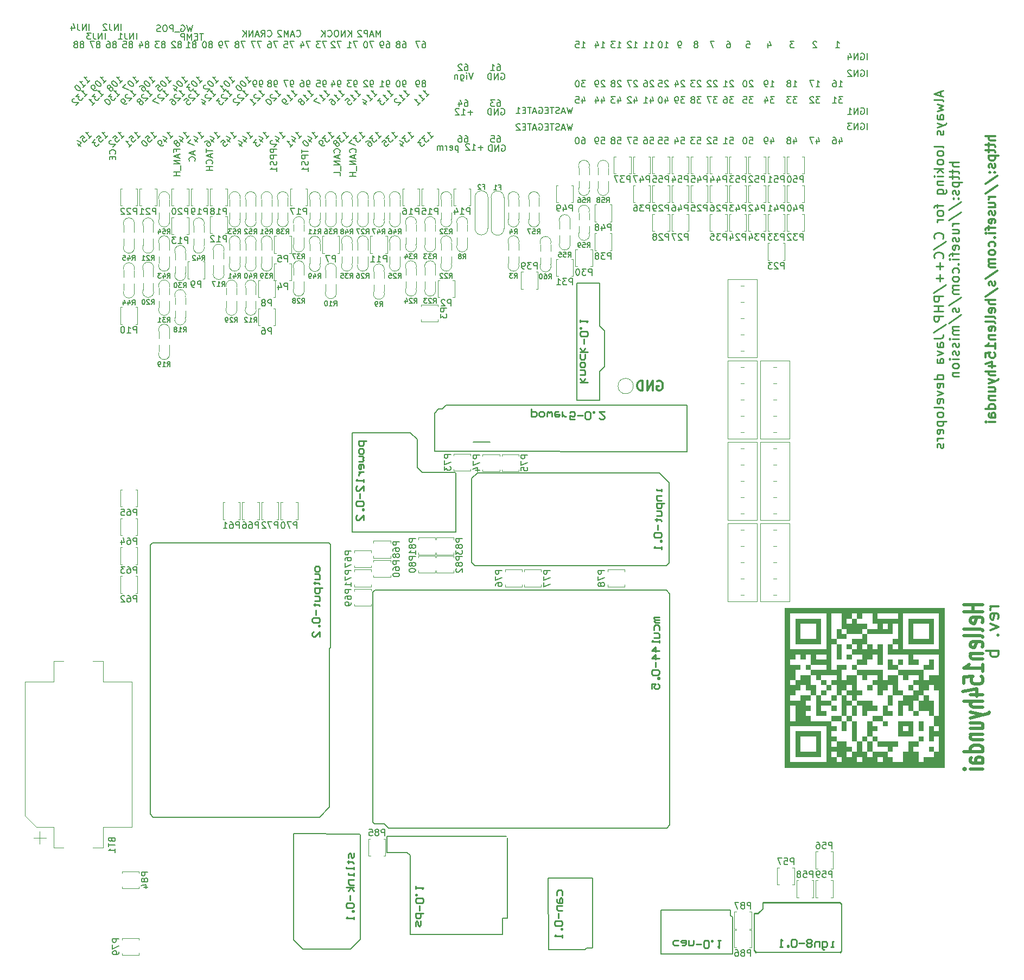
<source format=gbo>
G75*
G70*
%OFA0B0*%
%FSLAX25Y25*%
%IPPOS*%
%LPD*%
%AMOC8*
5,1,8,0,0,1.08239X$1,22.5*
%
%ADD10C,0.01969*%
%ADD157C,0.00390*%
%ADD174C,0.00472*%
%ADD182C,0.00500*%
%ADD237C,0.00591*%
%ADD248C,0.00984*%
%ADD257C,0.01000*%
%ADD62C,0.01181*%
%ADD63C,0.00787*%
X0000000Y0000000D02*
%LPD*%
G01*
D237*
X0099831Y0512767D02*
X0100019Y0512955D01*
X0100206Y0513517D01*
X0100206Y0513892D01*
X0100019Y0514454D01*
X0099644Y0514829D01*
X0099269Y0515017D01*
X0098519Y0515204D01*
X0097957Y0515204D01*
X0097207Y0515017D01*
X0096832Y0514829D01*
X0096457Y0514454D01*
X0096269Y0513892D01*
X0096269Y0513517D01*
X0096457Y0512955D01*
X0096644Y0512767D01*
X0098144Y0511080D02*
X0098144Y0509768D01*
X0100206Y0509205D02*
X0100206Y0511080D01*
X0096269Y0511080D01*
X0096269Y0509205D01*
D248*
X0606860Y0551265D02*
X0606860Y0548453D01*
X0608548Y0551828D02*
X0602642Y0549859D01*
X0608548Y0547891D01*
X0608548Y0545079D02*
X0608266Y0545641D01*
X0607704Y0545922D01*
X0602642Y0545922D01*
X0604611Y0543391D02*
X0608548Y0542267D01*
X0605735Y0541142D01*
X0608548Y0540017D01*
X0604611Y0538892D01*
X0608548Y0534111D02*
X0605454Y0534111D01*
X0604892Y0534393D01*
X0604611Y0534955D01*
X0604611Y0536080D01*
X0604892Y0536642D01*
X0608266Y0534111D02*
X0608548Y0534674D01*
X0608548Y0536080D01*
X0608266Y0536642D01*
X0607704Y0536924D01*
X0607141Y0536924D01*
X0606579Y0536642D01*
X0606298Y0536080D01*
X0606298Y0534674D01*
X0606017Y0534111D01*
X0604611Y0531862D02*
X0608548Y0530456D01*
X0604611Y0529049D02*
X0608548Y0530456D01*
X0609954Y0531018D01*
X0610235Y0531299D01*
X0610516Y0531862D01*
X0608266Y0527081D02*
X0608548Y0526519D01*
X0608548Y0525394D01*
X0608266Y0524831D01*
X0607704Y0524550D01*
X0607423Y0524550D01*
X0606860Y0524831D01*
X0606579Y0525394D01*
X0606579Y0526237D01*
X0606298Y0526800D01*
X0605735Y0527081D01*
X0605454Y0527081D01*
X0604892Y0526800D01*
X0604611Y0526237D01*
X0604611Y0525394D01*
X0604892Y0524831D01*
X0608548Y0516676D02*
X0608266Y0517238D01*
X0607704Y0517520D01*
X0602642Y0517520D01*
X0608548Y0513583D02*
X0608266Y0514145D01*
X0607985Y0514426D01*
X0607423Y0514708D01*
X0605735Y0514708D01*
X0605173Y0514426D01*
X0604892Y0514145D01*
X0604611Y0513583D01*
X0604611Y0512739D01*
X0604892Y0512177D01*
X0605173Y0511895D01*
X0605735Y0511614D01*
X0607423Y0511614D01*
X0607985Y0511895D01*
X0608266Y0512177D01*
X0608548Y0512739D01*
X0608548Y0513583D01*
X0608548Y0508240D02*
X0608266Y0508802D01*
X0607985Y0509083D01*
X0607423Y0509364D01*
X0605735Y0509364D01*
X0605173Y0509083D01*
X0604892Y0508802D01*
X0604611Y0508240D01*
X0604611Y0507396D01*
X0604892Y0506834D01*
X0605173Y0506552D01*
X0605735Y0506271D01*
X0607423Y0506271D01*
X0607985Y0506552D01*
X0608266Y0506834D01*
X0608548Y0507396D01*
X0608548Y0508240D01*
X0608548Y0503740D02*
X0602642Y0503740D01*
X0606298Y0503178D02*
X0608548Y0501490D01*
X0604611Y0501490D02*
X0606860Y0503740D01*
X0608548Y0498960D02*
X0604611Y0498960D01*
X0602642Y0498960D02*
X0602923Y0499241D01*
X0603204Y0498960D01*
X0602923Y0498678D01*
X0602642Y0498960D01*
X0603204Y0498960D01*
X0604611Y0496147D02*
X0608548Y0496147D01*
X0605173Y0496147D02*
X0604892Y0495866D01*
X0604611Y0495304D01*
X0604611Y0494460D01*
X0604892Y0493898D01*
X0605454Y0493616D01*
X0608548Y0493616D01*
X0604611Y0488273D02*
X0609391Y0488273D01*
X0609954Y0488555D01*
X0610235Y0488836D01*
X0610516Y0489398D01*
X0610516Y0490242D01*
X0610235Y0490804D01*
X0608266Y0488273D02*
X0608548Y0488836D01*
X0608548Y0489961D01*
X0608266Y0490523D01*
X0607985Y0490804D01*
X0607423Y0491085D01*
X0605735Y0491085D01*
X0605173Y0490804D01*
X0604892Y0490523D01*
X0604611Y0489961D01*
X0604611Y0488836D01*
X0604892Y0488273D01*
X0604611Y0481805D02*
X0604611Y0479556D01*
X0608548Y0480962D02*
X0603486Y0480962D01*
X0602923Y0480681D01*
X0602642Y0480118D01*
X0602642Y0479556D01*
X0608548Y0476744D02*
X0608266Y0477306D01*
X0607985Y0477587D01*
X0607423Y0477868D01*
X0605735Y0477868D01*
X0605173Y0477587D01*
X0604892Y0477306D01*
X0604611Y0476744D01*
X0604611Y0475900D01*
X0604892Y0475337D01*
X0605173Y0475056D01*
X0605735Y0474775D01*
X0607423Y0474775D01*
X0607985Y0475056D01*
X0608266Y0475337D01*
X0608548Y0475900D01*
X0608548Y0476744D01*
X0608548Y0472244D02*
X0604611Y0472244D01*
X0605735Y0472244D02*
X0605173Y0471963D01*
X0604892Y0471682D01*
X0604611Y0471119D01*
X0604611Y0470557D01*
X0607985Y0460714D02*
X0608266Y0460996D01*
X0608548Y0461839D01*
X0608548Y0462402D01*
X0608266Y0463245D01*
X0607704Y0463808D01*
X0607141Y0464089D01*
X0606017Y0464370D01*
X0605173Y0464370D01*
X0604048Y0464089D01*
X0603486Y0463808D01*
X0602923Y0463245D01*
X0602642Y0462402D01*
X0602642Y0461839D01*
X0602923Y0460996D01*
X0603204Y0460714D01*
X0602361Y0453965D02*
X0609954Y0459027D01*
X0607985Y0448622D02*
X0608266Y0448903D01*
X0608548Y0449747D01*
X0608548Y0450309D01*
X0608266Y0451153D01*
X0607704Y0451715D01*
X0607141Y0451997D01*
X0606017Y0452278D01*
X0605173Y0452278D01*
X0604048Y0451997D01*
X0603486Y0451715D01*
X0602923Y0451153D01*
X0602642Y0450309D01*
X0602642Y0449747D01*
X0602923Y0448903D01*
X0603204Y0448622D01*
X0606298Y0446091D02*
X0606298Y0441592D01*
X0608548Y0443841D02*
X0604048Y0443841D01*
X0606298Y0438780D02*
X0606298Y0434280D01*
X0608548Y0436530D02*
X0604048Y0436530D01*
X0602361Y0427250D02*
X0609954Y0432312D01*
X0608548Y0425281D02*
X0602642Y0425281D01*
X0602642Y0423031D01*
X0602923Y0422469D01*
X0603204Y0422188D01*
X0603767Y0421907D01*
X0604611Y0421907D01*
X0605173Y0422188D01*
X0605454Y0422469D01*
X0605735Y0423031D01*
X0605735Y0425281D01*
X0608548Y0419376D02*
X0602642Y0419376D01*
X0605454Y0419376D02*
X0605454Y0416001D01*
X0608548Y0416001D02*
X0602642Y0416001D01*
X0608548Y0413189D02*
X0602642Y0413189D01*
X0602642Y0410939D01*
X0602923Y0410377D01*
X0603204Y0410096D01*
X0603767Y0409814D01*
X0604611Y0409814D01*
X0605173Y0410096D01*
X0605454Y0410377D01*
X0605735Y0410939D01*
X0605735Y0413189D01*
X0602361Y0403065D02*
X0609954Y0408127D01*
X0602642Y0399409D02*
X0606860Y0399409D01*
X0607704Y0399691D01*
X0608266Y0400253D01*
X0608548Y0401097D01*
X0608548Y0401659D01*
X0608548Y0394066D02*
X0605454Y0394066D01*
X0604892Y0394348D01*
X0604611Y0394910D01*
X0604611Y0396035D01*
X0604892Y0396597D01*
X0608266Y0394066D02*
X0608548Y0394629D01*
X0608548Y0396035D01*
X0608266Y0396597D01*
X0607704Y0396879D01*
X0607141Y0396879D01*
X0606579Y0396597D01*
X0606298Y0396035D01*
X0606298Y0394629D01*
X0606017Y0394066D01*
X0604611Y0391817D02*
X0608548Y0390411D01*
X0604611Y0389005D01*
X0608548Y0384224D02*
X0605454Y0384224D01*
X0604892Y0384505D01*
X0604611Y0385067D01*
X0604611Y0386192D01*
X0604892Y0386755D01*
X0608266Y0384224D02*
X0608548Y0384786D01*
X0608548Y0386192D01*
X0608266Y0386755D01*
X0607704Y0387036D01*
X0607141Y0387036D01*
X0606579Y0386755D01*
X0606298Y0386192D01*
X0606298Y0384786D01*
X0606017Y0384224D01*
X0608548Y0374381D02*
X0602642Y0374381D01*
X0608266Y0374381D02*
X0608548Y0374944D01*
X0608548Y0376069D01*
X0608266Y0376631D01*
X0607985Y0376912D01*
X0607423Y0377193D01*
X0605735Y0377193D01*
X0605173Y0376912D01*
X0604892Y0376631D01*
X0604611Y0376069D01*
X0604611Y0374944D01*
X0604892Y0374381D01*
X0608266Y0369319D02*
X0608548Y0369882D01*
X0608548Y0371007D01*
X0608266Y0371569D01*
X0607704Y0371850D01*
X0605454Y0371850D01*
X0604892Y0371569D01*
X0604611Y0371007D01*
X0604611Y0369882D01*
X0604892Y0369319D01*
X0605454Y0369038D01*
X0606017Y0369038D01*
X0606579Y0371850D01*
X0604611Y0367070D02*
X0608548Y0365664D01*
X0604611Y0364258D01*
X0608266Y0359758D02*
X0608548Y0360321D01*
X0608548Y0361445D01*
X0608266Y0362008D01*
X0607704Y0362289D01*
X0605454Y0362289D01*
X0604892Y0362008D01*
X0604611Y0361445D01*
X0604611Y0360321D01*
X0604892Y0359758D01*
X0605454Y0359477D01*
X0606017Y0359477D01*
X0606579Y0362289D01*
X0608548Y0356102D02*
X0608266Y0356665D01*
X0607704Y0356946D01*
X0602642Y0356946D01*
X0608548Y0353009D02*
X0608266Y0353571D01*
X0607985Y0353853D01*
X0607423Y0354134D01*
X0605735Y0354134D01*
X0605173Y0353853D01*
X0604892Y0353571D01*
X0604611Y0353009D01*
X0604611Y0352165D01*
X0604892Y0351603D01*
X0605173Y0351322D01*
X0605735Y0351040D01*
X0607423Y0351040D01*
X0607985Y0351322D01*
X0608266Y0351603D01*
X0608548Y0352165D01*
X0608548Y0353009D01*
X0604611Y0348510D02*
X0610516Y0348510D01*
X0604892Y0348510D02*
X0604611Y0347947D01*
X0604611Y0346822D01*
X0604892Y0346260D01*
X0605173Y0345979D01*
X0605735Y0345697D01*
X0607423Y0345697D01*
X0607985Y0345979D01*
X0608266Y0346260D01*
X0608548Y0346822D01*
X0608548Y0347947D01*
X0608266Y0348510D01*
X0608266Y0340917D02*
X0608548Y0341479D01*
X0608548Y0342604D01*
X0608266Y0343166D01*
X0607704Y0343448D01*
X0605454Y0343448D01*
X0604892Y0343166D01*
X0604611Y0342604D01*
X0604611Y0341479D01*
X0604892Y0340917D01*
X0605454Y0340636D01*
X0606017Y0340636D01*
X0606579Y0343448D01*
X0608548Y0338105D02*
X0604611Y0338105D01*
X0605735Y0338105D02*
X0605173Y0337823D01*
X0604892Y0337542D01*
X0604611Y0336980D01*
X0604611Y0336417D01*
X0608266Y0334730D02*
X0608548Y0334168D01*
X0608548Y0333043D01*
X0608266Y0332480D01*
X0607704Y0332199D01*
X0607423Y0332199D01*
X0606860Y0332480D01*
X0606579Y0333043D01*
X0606579Y0333886D01*
X0606298Y0334449D01*
X0605735Y0334730D01*
X0605454Y0334730D01*
X0604892Y0334449D01*
X0604611Y0333886D01*
X0604611Y0333043D01*
X0604892Y0332480D01*
X0618055Y0507537D02*
X0612150Y0507537D01*
X0618055Y0505006D02*
X0614962Y0505006D01*
X0614400Y0505287D01*
X0614118Y0505849D01*
X0614118Y0506693D01*
X0614400Y0507255D01*
X0614681Y0507537D01*
X0614118Y0503037D02*
X0614118Y0500787D01*
X0612150Y0502193D02*
X0617212Y0502193D01*
X0617774Y0501912D01*
X0618055Y0501350D01*
X0618055Y0500787D01*
X0614118Y0499663D02*
X0614118Y0497413D01*
X0612150Y0498819D02*
X0617212Y0498819D01*
X0617774Y0498538D01*
X0618055Y0497975D01*
X0618055Y0497413D01*
X0614118Y0495444D02*
X0620024Y0495444D01*
X0614400Y0495444D02*
X0614118Y0494882D01*
X0614118Y0493757D01*
X0614400Y0493195D01*
X0614681Y0492913D01*
X0615243Y0492632D01*
X0616931Y0492632D01*
X0617493Y0492913D01*
X0617774Y0493195D01*
X0618055Y0493757D01*
X0618055Y0494882D01*
X0617774Y0495444D01*
X0617774Y0490382D02*
X0618055Y0489820D01*
X0618055Y0488695D01*
X0617774Y0488133D01*
X0617212Y0487852D01*
X0616931Y0487852D01*
X0616368Y0488133D01*
X0616087Y0488695D01*
X0616087Y0489539D01*
X0615806Y0490101D01*
X0615243Y0490382D01*
X0614962Y0490382D01*
X0614400Y0490101D01*
X0614118Y0489539D01*
X0614118Y0488695D01*
X0614400Y0488133D01*
X0617493Y0485321D02*
X0617774Y0485039D01*
X0618055Y0485321D01*
X0617774Y0485602D01*
X0617493Y0485321D01*
X0618055Y0485321D01*
X0614400Y0485321D02*
X0614681Y0485039D01*
X0614962Y0485321D01*
X0614681Y0485602D01*
X0614400Y0485321D01*
X0614962Y0485321D01*
X0611869Y0478290D02*
X0619461Y0483352D01*
X0611869Y0472103D02*
X0619461Y0477165D01*
X0618055Y0470135D02*
X0614118Y0470135D01*
X0615243Y0470135D02*
X0614681Y0469854D01*
X0614400Y0469573D01*
X0614118Y0469010D01*
X0614118Y0468448D01*
X0614118Y0463948D02*
X0618055Y0463948D01*
X0614118Y0466479D02*
X0617212Y0466479D01*
X0617774Y0466198D01*
X0618055Y0465636D01*
X0618055Y0464792D01*
X0617774Y0464229D01*
X0617493Y0463948D01*
X0617774Y0461417D02*
X0618055Y0460855D01*
X0618055Y0459730D01*
X0617774Y0459168D01*
X0617212Y0458886D01*
X0616931Y0458886D01*
X0616368Y0459168D01*
X0616087Y0459730D01*
X0616087Y0460574D01*
X0615806Y0461136D01*
X0615243Y0461417D01*
X0614962Y0461417D01*
X0614400Y0461136D01*
X0614118Y0460574D01*
X0614118Y0459730D01*
X0614400Y0459168D01*
X0617774Y0454106D02*
X0618055Y0454668D01*
X0618055Y0455793D01*
X0617774Y0456355D01*
X0617212Y0456637D01*
X0614962Y0456637D01*
X0614400Y0456355D01*
X0614118Y0455793D01*
X0614118Y0454668D01*
X0614400Y0454106D01*
X0614962Y0453825D01*
X0615524Y0453825D01*
X0616087Y0456637D01*
X0614118Y0452137D02*
X0614118Y0449888D01*
X0618055Y0451294D02*
X0612994Y0451294D01*
X0612431Y0451012D01*
X0612150Y0450450D01*
X0612150Y0449888D01*
X0618055Y0447919D02*
X0614118Y0447919D01*
X0612150Y0447919D02*
X0612431Y0448200D01*
X0612712Y0447919D01*
X0612431Y0447638D01*
X0612150Y0447919D01*
X0612712Y0447919D01*
X0617493Y0445107D02*
X0617774Y0444826D01*
X0618055Y0445107D01*
X0617774Y0445388D01*
X0617493Y0445107D01*
X0618055Y0445107D01*
X0617774Y0439764D02*
X0618055Y0440326D01*
X0618055Y0441451D01*
X0617774Y0442014D01*
X0617493Y0442295D01*
X0616931Y0442576D01*
X0615243Y0442576D01*
X0614681Y0442295D01*
X0614400Y0442014D01*
X0614118Y0441451D01*
X0614118Y0440326D01*
X0614400Y0439764D01*
X0618055Y0436389D02*
X0617774Y0436952D01*
X0617493Y0437233D01*
X0616931Y0437514D01*
X0615243Y0437514D01*
X0614681Y0437233D01*
X0614400Y0436952D01*
X0614118Y0436389D01*
X0614118Y0435546D01*
X0614400Y0434983D01*
X0614681Y0434702D01*
X0615243Y0434421D01*
X0616931Y0434421D01*
X0617493Y0434702D01*
X0617774Y0434983D01*
X0618055Y0435546D01*
X0618055Y0436389D01*
X0618055Y0431890D02*
X0614118Y0431890D01*
X0614681Y0431890D02*
X0614400Y0431609D01*
X0614118Y0431046D01*
X0614118Y0430202D01*
X0614400Y0429640D01*
X0614962Y0429359D01*
X0618055Y0429359D01*
X0614962Y0429359D02*
X0614400Y0429078D01*
X0614118Y0428515D01*
X0614118Y0427672D01*
X0614400Y0427109D01*
X0614962Y0426828D01*
X0618055Y0426828D01*
X0611869Y0419798D02*
X0619461Y0424859D01*
X0617774Y0418110D02*
X0618055Y0417548D01*
X0618055Y0416423D01*
X0617774Y0415861D01*
X0617212Y0415579D01*
X0616931Y0415579D01*
X0616368Y0415861D01*
X0616087Y0416423D01*
X0616087Y0417267D01*
X0615806Y0417829D01*
X0615243Y0418110D01*
X0614962Y0418110D01*
X0614400Y0417829D01*
X0614118Y0417267D01*
X0614118Y0416423D01*
X0614400Y0415861D01*
X0611869Y0408830D02*
X0619461Y0413892D01*
X0618055Y0406862D02*
X0614118Y0406862D01*
X0614681Y0406862D02*
X0614400Y0406580D01*
X0614118Y0406018D01*
X0614118Y0405174D01*
X0614400Y0404612D01*
X0614962Y0404331D01*
X0618055Y0404331D01*
X0614962Y0404331D02*
X0614400Y0404049D01*
X0614118Y0403487D01*
X0614118Y0402643D01*
X0614400Y0402081D01*
X0614962Y0401800D01*
X0618055Y0401800D01*
X0618055Y0398988D02*
X0614118Y0398988D01*
X0612150Y0398988D02*
X0612431Y0399269D01*
X0612712Y0398988D01*
X0612431Y0398706D01*
X0612150Y0398988D01*
X0612712Y0398988D01*
X0617774Y0396457D02*
X0618055Y0395894D01*
X0618055Y0394769D01*
X0617774Y0394207D01*
X0617212Y0393926D01*
X0616931Y0393926D01*
X0616368Y0394207D01*
X0616087Y0394769D01*
X0616087Y0395613D01*
X0615806Y0396175D01*
X0615243Y0396457D01*
X0614962Y0396457D01*
X0614400Y0396175D01*
X0614118Y0395613D01*
X0614118Y0394769D01*
X0614400Y0394207D01*
X0617774Y0391676D02*
X0618055Y0391114D01*
X0618055Y0389989D01*
X0617774Y0389426D01*
X0617212Y0389145D01*
X0616931Y0389145D01*
X0616368Y0389426D01*
X0616087Y0389989D01*
X0616087Y0390832D01*
X0615806Y0391395D01*
X0615243Y0391676D01*
X0614962Y0391676D01*
X0614400Y0391395D01*
X0614118Y0390832D01*
X0614118Y0389989D01*
X0614400Y0389426D01*
X0618055Y0386614D02*
X0614118Y0386614D01*
X0612150Y0386614D02*
X0612431Y0386895D01*
X0612712Y0386614D01*
X0612431Y0386333D01*
X0612150Y0386614D01*
X0612712Y0386614D01*
X0618055Y0382958D02*
X0617774Y0383521D01*
X0617493Y0383802D01*
X0616931Y0384083D01*
X0615243Y0384083D01*
X0614681Y0383802D01*
X0614400Y0383521D01*
X0614118Y0382958D01*
X0614118Y0382115D01*
X0614400Y0381552D01*
X0614681Y0381271D01*
X0615243Y0380990D01*
X0616931Y0380990D01*
X0617493Y0381271D01*
X0617774Y0381552D01*
X0618055Y0382115D01*
X0618055Y0382958D01*
X0614118Y0378459D02*
X0618055Y0378459D01*
X0614681Y0378459D02*
X0614400Y0378178D01*
X0614118Y0377615D01*
X0614118Y0376772D01*
X0614400Y0376209D01*
X0614962Y0375928D01*
X0618055Y0375928D01*
D237*
X0325872Y0516648D02*
X0322872Y0516648D01*
X0324372Y0515148D02*
X0324372Y0518148D01*
X0318935Y0515148D02*
X0321185Y0515148D01*
X0320060Y0515148D02*
X0320060Y0519085D01*
X0320435Y0518523D01*
X0320810Y0518148D01*
X0321185Y0517960D01*
X0317435Y0518710D02*
X0317248Y0518898D01*
X0316873Y0519085D01*
X0315936Y0519085D01*
X0315561Y0518898D01*
X0315373Y0518710D01*
X0315186Y0518335D01*
X0315186Y0517960D01*
X0315373Y0517398D01*
X0317623Y0515148D01*
X0315186Y0515148D01*
X0310499Y0517773D02*
X0310499Y0513836D01*
X0310499Y0517585D02*
X0310124Y0517773D01*
X0309374Y0517773D01*
X0308999Y0517585D01*
X0308811Y0517398D01*
X0308624Y0517023D01*
X0308624Y0515898D01*
X0308811Y0515523D01*
X0308999Y0515336D01*
X0309374Y0515148D01*
X0310124Y0515148D01*
X0310499Y0515336D01*
X0305437Y0515336D02*
X0305812Y0515148D01*
X0306562Y0515148D01*
X0306937Y0515336D01*
X0307124Y0515711D01*
X0307124Y0517210D01*
X0306937Y0517585D01*
X0306562Y0517773D01*
X0305812Y0517773D01*
X0305437Y0517585D01*
X0305249Y0517210D01*
X0305249Y0516835D01*
X0307124Y0516460D01*
X0303562Y0515148D02*
X0303562Y0517773D01*
X0303562Y0517023D02*
X0303375Y0517398D01*
X0303187Y0517585D01*
X0302812Y0517773D01*
X0302437Y0517773D01*
X0301125Y0515148D02*
X0301125Y0517773D01*
X0301125Y0517398D02*
X0300937Y0517585D01*
X0300562Y0517773D01*
X0300000Y0517773D01*
X0299625Y0517585D01*
X0299438Y0517210D01*
X0299438Y0515148D01*
X0299438Y0517210D02*
X0299250Y0517585D01*
X0298875Y0517773D01*
X0298313Y0517773D01*
X0297938Y0517585D01*
X0297750Y0517210D01*
X0297750Y0515148D01*
X0380727Y0531290D02*
X0379790Y0527353D01*
X0379040Y0530165D01*
X0378290Y0527353D01*
X0377353Y0531290D01*
X0376040Y0528478D02*
X0374166Y0528478D01*
X0376415Y0527353D02*
X0375103Y0531290D01*
X0373791Y0527353D01*
X0372666Y0527540D02*
X0372103Y0527353D01*
X0371166Y0527353D01*
X0370791Y0527540D01*
X0370604Y0527728D01*
X0370416Y0528103D01*
X0370416Y0528478D01*
X0370604Y0528853D01*
X0370791Y0529040D01*
X0371166Y0529228D01*
X0371916Y0529415D01*
X0372291Y0529603D01*
X0372478Y0529790D01*
X0372666Y0530165D01*
X0372666Y0530540D01*
X0372478Y0530915D01*
X0372291Y0531102D01*
X0371916Y0531290D01*
X0370979Y0531290D01*
X0370416Y0531102D01*
X0369291Y0531290D02*
X0367042Y0531290D01*
X0368166Y0527353D02*
X0368166Y0531290D01*
X0365729Y0529415D02*
X0364417Y0529415D01*
X0363855Y0527353D02*
X0365729Y0527353D01*
X0365729Y0531290D01*
X0363855Y0531290D01*
X0360105Y0531102D02*
X0360480Y0531290D01*
X0361042Y0531290D01*
X0361605Y0531102D01*
X0361980Y0530727D01*
X0362167Y0530352D01*
X0362355Y0529603D01*
X0362355Y0529040D01*
X0362167Y0528290D01*
X0361980Y0527915D01*
X0361605Y0527540D01*
X0361042Y0527353D01*
X0360667Y0527353D01*
X0360105Y0527540D01*
X0359918Y0527728D01*
X0359918Y0529040D01*
X0360667Y0529040D01*
X0358418Y0528478D02*
X0356543Y0528478D01*
X0358793Y0527353D02*
X0357480Y0531290D01*
X0356168Y0527353D01*
X0355418Y0531290D02*
X0353168Y0531290D01*
X0354293Y0527353D02*
X0354293Y0531290D01*
X0351856Y0529415D02*
X0350544Y0529415D01*
X0349981Y0527353D02*
X0351856Y0527353D01*
X0351856Y0531290D01*
X0349981Y0531290D01*
X0348481Y0530915D02*
X0348294Y0531102D01*
X0347919Y0531290D01*
X0346982Y0531290D01*
X0346607Y0531102D01*
X0346419Y0530915D01*
X0346232Y0530540D01*
X0346232Y0530165D01*
X0346419Y0529603D01*
X0348669Y0527353D01*
X0346232Y0527353D01*
X0147282Y0591920D02*
X0146344Y0587983D01*
X0145594Y0590795D01*
X0144844Y0587983D01*
X0143907Y0591920D01*
X0140345Y0591732D02*
X0140720Y0591920D01*
X0141282Y0591920D01*
X0141845Y0591732D01*
X0142220Y0591357D01*
X0142407Y0590982D01*
X0142595Y0590232D01*
X0142595Y0589670D01*
X0142407Y0588920D01*
X0142220Y0588545D01*
X0141845Y0588170D01*
X0141282Y0587983D01*
X0140907Y0587983D01*
X0140345Y0588170D01*
X0140157Y0588358D01*
X0140157Y0589670D01*
X0140907Y0589670D01*
X0139408Y0587608D02*
X0136408Y0587608D01*
X0135471Y0587983D02*
X0135471Y0591920D01*
X0133971Y0591920D01*
X0133596Y0591732D01*
X0133408Y0591545D01*
X0133221Y0591170D01*
X0133221Y0590607D01*
X0133408Y0590232D01*
X0133596Y0590045D01*
X0133971Y0589858D01*
X0135471Y0589858D01*
X0130784Y0591920D02*
X0130034Y0591920D01*
X0129659Y0591732D01*
X0129284Y0591357D01*
X0129096Y0590607D01*
X0129096Y0589295D01*
X0129284Y0588545D01*
X0129659Y0588170D01*
X0130034Y0587983D01*
X0130784Y0587983D01*
X0131159Y0588170D01*
X0131534Y0588545D01*
X0131721Y0589295D01*
X0131721Y0590607D01*
X0131534Y0591357D01*
X0131159Y0591732D01*
X0130784Y0591920D01*
X0127597Y0588170D02*
X0127034Y0587983D01*
X0126097Y0587983D01*
X0125722Y0588170D01*
X0125534Y0588358D01*
X0125347Y0588733D01*
X0125347Y0589108D01*
X0125534Y0589483D01*
X0125722Y0589670D01*
X0126097Y0589858D01*
X0126847Y0590045D01*
X0127222Y0590232D01*
X0127409Y0590420D01*
X0127597Y0590795D01*
X0127597Y0591170D01*
X0127409Y0591545D01*
X0127222Y0591732D01*
X0126847Y0591920D01*
X0125909Y0591920D01*
X0125347Y0591732D01*
X0336858Y0562205D02*
X0337233Y0562392D01*
X0337795Y0562392D01*
X0338358Y0562205D01*
X0338733Y0561830D01*
X0338920Y0561455D01*
X0339108Y0560705D01*
X0339108Y0560142D01*
X0338920Y0559393D01*
X0338733Y0559018D01*
X0338358Y0558643D01*
X0337795Y0558455D01*
X0337420Y0558455D01*
X0336858Y0558643D01*
X0336670Y0558830D01*
X0336670Y0560142D01*
X0337420Y0560142D01*
X0334983Y0558455D02*
X0334983Y0562392D01*
X0332733Y0558455D01*
X0332733Y0562392D01*
X0330859Y0558455D02*
X0330859Y0562392D01*
X0329921Y0562392D01*
X0329359Y0562205D01*
X0328984Y0561830D01*
X0328796Y0561455D01*
X0328609Y0560705D01*
X0328609Y0560142D01*
X0328796Y0559393D01*
X0328984Y0559018D01*
X0329359Y0558643D01*
X0329921Y0558455D01*
X0330859Y0558455D01*
X0262748Y0584833D02*
X0262748Y0588770D01*
X0261436Y0585958D01*
X0260124Y0588770D01*
X0260124Y0584833D01*
X0258436Y0585958D02*
X0256562Y0585958D01*
X0258811Y0584833D02*
X0257499Y0588770D01*
X0256187Y0584833D01*
X0254874Y0584833D02*
X0254874Y0588770D01*
X0253375Y0588770D01*
X0253000Y0588583D01*
X0252812Y0588395D01*
X0252625Y0588020D01*
X0252625Y0587458D01*
X0252812Y0587083D01*
X0253000Y0586895D01*
X0253375Y0586708D01*
X0254874Y0586708D01*
X0251125Y0588395D02*
X0250937Y0588583D01*
X0250562Y0588770D01*
X0249625Y0588770D01*
X0249250Y0588583D01*
X0249063Y0588395D01*
X0248875Y0588020D01*
X0248875Y0587645D01*
X0249063Y0587083D01*
X0251312Y0584833D01*
X0248875Y0584833D01*
X0214379Y0515504D02*
X0214379Y0513255D01*
X0218316Y0514379D02*
X0214379Y0514379D01*
X0218316Y0511942D02*
X0214379Y0511942D01*
X0214379Y0510442D01*
X0214567Y0510067D01*
X0214754Y0509880D01*
X0215129Y0509693D01*
X0215692Y0509693D01*
X0216067Y0509880D01*
X0216254Y0510067D01*
X0216442Y0510442D01*
X0216442Y0511942D01*
X0218129Y0508193D02*
X0218316Y0507630D01*
X0218316Y0506693D01*
X0218129Y0506318D01*
X0217942Y0506130D01*
X0217567Y0505943D01*
X0217192Y0505943D01*
X0216817Y0506130D01*
X0216629Y0506318D01*
X0216442Y0506693D01*
X0216254Y0507443D01*
X0216067Y0507818D01*
X0215879Y0508005D01*
X0215504Y0508193D01*
X0215129Y0508193D01*
X0214754Y0508005D01*
X0214567Y0507818D01*
X0214379Y0507443D01*
X0214379Y0506505D01*
X0214567Y0505943D01*
X0218316Y0502193D02*
X0218316Y0504443D01*
X0218316Y0503318D02*
X0214379Y0503318D01*
X0214942Y0503693D01*
X0215317Y0504068D01*
X0215504Y0504443D01*
X0319423Y0538301D02*
X0316423Y0538301D01*
X0317923Y0536802D02*
X0317923Y0539801D01*
X0312486Y0536802D02*
X0314736Y0536802D01*
X0313611Y0536802D02*
X0313611Y0540739D01*
X0313986Y0540176D01*
X0314361Y0539801D01*
X0314736Y0539614D01*
X0310986Y0540364D02*
X0310799Y0540551D01*
X0310424Y0540739D01*
X0309486Y0540739D01*
X0309111Y0540551D01*
X0308924Y0540364D01*
X0308736Y0539989D01*
X0308736Y0539614D01*
X0308924Y0539051D01*
X0311174Y0536802D01*
X0308736Y0536802D01*
X0561811Y0537195D02*
X0561811Y0541132D01*
X0557874Y0540945D02*
X0558249Y0541132D01*
X0558811Y0541132D01*
X0559374Y0540945D01*
X0559749Y0540570D01*
X0559936Y0540195D01*
X0560124Y0539445D01*
X0560124Y0538883D01*
X0559936Y0538133D01*
X0559749Y0537758D01*
X0559374Y0537383D01*
X0558811Y0537195D01*
X0558436Y0537195D01*
X0557874Y0537383D01*
X0557687Y0537570D01*
X0557687Y0538883D01*
X0558436Y0538883D01*
X0555999Y0537195D02*
X0555999Y0541132D01*
X0553750Y0537195D01*
X0553750Y0541132D01*
X0549813Y0537195D02*
X0552062Y0537195D01*
X0550937Y0537195D02*
X0550937Y0541132D01*
X0551312Y0540570D01*
X0551687Y0540195D01*
X0552062Y0540008D01*
D10*
X0632902Y0235822D02*
X0621091Y0235822D01*
X0626715Y0235822D02*
X0626715Y0231323D01*
X0632902Y0231323D02*
X0621091Y0231323D01*
X0632340Y0224573D02*
X0632902Y0225323D01*
X0632902Y0226823D01*
X0632340Y0227573D01*
X0631215Y0227948D01*
X0626715Y0227948D01*
X0625591Y0227573D01*
X0625028Y0226823D01*
X0625028Y0225323D01*
X0625591Y0224573D01*
X0626715Y0224199D01*
X0627840Y0224199D01*
X0628965Y0227948D01*
X0632902Y0219699D02*
X0632340Y0220449D01*
X0631215Y0220824D01*
X0621091Y0220824D01*
X0632902Y0215575D02*
X0632340Y0216325D01*
X0631215Y0216699D01*
X0621091Y0216699D01*
X0632340Y0209575D02*
X0632902Y0210325D01*
X0632902Y0211825D01*
X0632340Y0212575D01*
X0631215Y0212950D01*
X0626715Y0212950D01*
X0625591Y0212575D01*
X0625028Y0211825D01*
X0625028Y0210325D01*
X0625591Y0209575D01*
X0626715Y0209200D01*
X0627840Y0209200D01*
X0628965Y0212950D01*
X0625028Y0205826D02*
X0632902Y0205826D01*
X0626153Y0205826D02*
X0625591Y0205451D01*
X0625028Y0204701D01*
X0625028Y0203576D01*
X0625591Y0202826D01*
X0626715Y0202451D01*
X0632902Y0202451D01*
X0632902Y0194577D02*
X0632902Y0199077D01*
X0632902Y0196827D02*
X0621091Y0196827D01*
X0622778Y0197577D01*
X0623903Y0198327D01*
X0624466Y0199077D01*
X0621091Y0187453D02*
X0621091Y0191203D01*
X0626715Y0191578D01*
X0626153Y0191203D01*
X0625591Y0190453D01*
X0625591Y0188578D01*
X0626153Y0187828D01*
X0626715Y0187453D01*
X0627840Y0187078D01*
X0630652Y0187078D01*
X0631777Y0187453D01*
X0632340Y0187828D01*
X0632902Y0188578D01*
X0632902Y0190453D01*
X0632340Y0191203D01*
X0631777Y0191578D01*
X0625028Y0180329D02*
X0632902Y0180329D01*
X0620529Y0182204D02*
X0628965Y0184079D01*
X0628965Y0179204D01*
X0632902Y0176205D02*
X0621091Y0176205D01*
X0632902Y0172830D02*
X0626715Y0172830D01*
X0625591Y0173205D01*
X0625028Y0173955D01*
X0625028Y0175080D01*
X0625591Y0175830D01*
X0626153Y0176205D01*
X0625028Y0169830D02*
X0632902Y0167956D01*
X0625028Y0166081D02*
X0632902Y0167956D01*
X0635714Y0168705D01*
X0636277Y0169080D01*
X0636839Y0169830D01*
X0625028Y0159707D02*
X0632902Y0159707D01*
X0625028Y0163081D02*
X0631215Y0163081D01*
X0632340Y0162706D01*
X0632902Y0161956D01*
X0632902Y0160831D01*
X0632340Y0160082D01*
X0631777Y0159707D01*
X0625028Y0155957D02*
X0632902Y0155957D01*
X0626153Y0155957D02*
X0625591Y0155582D01*
X0625028Y0154832D01*
X0625028Y0153707D01*
X0625591Y0152957D01*
X0626715Y0152582D01*
X0632902Y0152582D01*
X0632902Y0145458D02*
X0621091Y0145458D01*
X0632340Y0145458D02*
X0632902Y0146208D01*
X0632902Y0147708D01*
X0632340Y0148458D01*
X0631777Y0148833D01*
X0630652Y0149208D01*
X0627278Y0149208D01*
X0626153Y0148833D01*
X0625591Y0148458D01*
X0625028Y0147708D01*
X0625028Y0146208D01*
X0625591Y0145458D01*
X0632902Y0138334D02*
X0626715Y0138334D01*
X0625591Y0138709D01*
X0625028Y0139459D01*
X0625028Y0140959D01*
X0625591Y0141709D01*
X0632340Y0138334D02*
X0632902Y0139084D01*
X0632902Y0140959D01*
X0632340Y0141709D01*
X0631215Y0142084D01*
X0630090Y0142084D01*
X0628965Y0141709D01*
X0628403Y0140959D01*
X0628403Y0139084D01*
X0627840Y0138334D01*
X0632902Y0134585D02*
X0625028Y0134585D01*
X0621091Y0134585D02*
X0621654Y0134960D01*
X0622216Y0134585D01*
X0621654Y0134210D01*
X0621091Y0134585D01*
X0622216Y0134585D01*
D237*
X0561811Y0527747D02*
X0561811Y0531684D01*
X0557874Y0531496D02*
X0558249Y0531684D01*
X0558811Y0531684D01*
X0559374Y0531496D01*
X0559749Y0531121D01*
X0559936Y0530746D01*
X0560124Y0529996D01*
X0560124Y0529434D01*
X0559936Y0528684D01*
X0559749Y0528309D01*
X0559374Y0527934D01*
X0558811Y0527747D01*
X0558436Y0527747D01*
X0557874Y0527934D01*
X0557687Y0528121D01*
X0557687Y0529434D01*
X0558436Y0529434D01*
X0555999Y0527747D02*
X0555999Y0531684D01*
X0553750Y0527747D01*
X0553750Y0531684D01*
X0552250Y0531684D02*
X0549813Y0531684D01*
X0551125Y0530184D01*
X0550562Y0530184D01*
X0550187Y0529996D01*
X0550000Y0529809D01*
X0549813Y0529434D01*
X0549813Y0528496D01*
X0550000Y0528121D01*
X0550187Y0527934D01*
X0550562Y0527747D01*
X0551687Y0527747D01*
X0552062Y0527934D01*
X0552250Y0528121D01*
X0137514Y0514229D02*
X0137514Y0515542D01*
X0139576Y0515542D02*
X0135639Y0515542D01*
X0135639Y0513667D01*
X0138451Y0512355D02*
X0138451Y0510480D01*
X0139576Y0512730D02*
X0135639Y0511417D01*
X0139576Y0510105D01*
X0139576Y0508793D02*
X0135639Y0508793D01*
X0139576Y0506543D01*
X0135639Y0506543D01*
X0139951Y0505606D02*
X0139951Y0502606D01*
X0139576Y0501669D02*
X0135639Y0501669D01*
X0137514Y0501669D02*
X0137514Y0499419D01*
X0139576Y0499419D02*
X0135639Y0499419D01*
D62*
X0640467Y0523706D02*
X0634561Y0523706D01*
X0640467Y0521175D02*
X0637373Y0521175D01*
X0636811Y0521457D01*
X0636530Y0522019D01*
X0636530Y0522863D01*
X0636811Y0523425D01*
X0637092Y0523706D01*
X0636530Y0519207D02*
X0636530Y0516957D01*
X0634561Y0518363D02*
X0639623Y0518363D01*
X0640186Y0518082D01*
X0640467Y0517520D01*
X0640467Y0516957D01*
X0636530Y0515832D02*
X0636530Y0513583D01*
X0634561Y0514989D02*
X0639623Y0514989D01*
X0640186Y0514708D01*
X0640467Y0514145D01*
X0640467Y0513583D01*
X0636530Y0511614D02*
X0642435Y0511614D01*
X0636811Y0511614D02*
X0636530Y0511052D01*
X0636530Y0509927D01*
X0636811Y0509364D01*
X0637092Y0509083D01*
X0637655Y0508802D01*
X0639342Y0508802D01*
X0639904Y0509083D01*
X0640186Y0509364D01*
X0640467Y0509927D01*
X0640467Y0511052D01*
X0640186Y0511614D01*
X0640186Y0506552D02*
X0640467Y0505990D01*
X0640467Y0504865D01*
X0640186Y0504303D01*
X0639623Y0504021D01*
X0639342Y0504021D01*
X0638780Y0504303D01*
X0638498Y0504865D01*
X0638498Y0505709D01*
X0638217Y0506271D01*
X0637655Y0506552D01*
X0637373Y0506552D01*
X0636811Y0506271D01*
X0636530Y0505709D01*
X0636530Y0504865D01*
X0636811Y0504303D01*
X0639904Y0501490D02*
X0640186Y0501209D01*
X0640467Y0501490D01*
X0640186Y0501772D01*
X0639904Y0501490D01*
X0640467Y0501490D01*
X0636811Y0501490D02*
X0637092Y0501209D01*
X0637373Y0501490D01*
X0637092Y0501772D01*
X0636811Y0501490D01*
X0637373Y0501490D01*
X0634280Y0494460D02*
X0641873Y0499522D01*
X0634280Y0488273D02*
X0641873Y0493335D01*
X0640467Y0486305D02*
X0636530Y0486305D01*
X0637655Y0486305D02*
X0637092Y0486024D01*
X0636811Y0485742D01*
X0636530Y0485180D01*
X0636530Y0484618D01*
X0636530Y0480118D02*
X0640467Y0480118D01*
X0636530Y0482649D02*
X0639623Y0482649D01*
X0640186Y0482368D01*
X0640467Y0481805D01*
X0640467Y0480962D01*
X0640186Y0480399D01*
X0639904Y0480118D01*
X0640186Y0477587D02*
X0640467Y0477025D01*
X0640467Y0475900D01*
X0640186Y0475337D01*
X0639623Y0475056D01*
X0639342Y0475056D01*
X0638780Y0475337D01*
X0638498Y0475900D01*
X0638498Y0476744D01*
X0638217Y0477306D01*
X0637655Y0477587D01*
X0637373Y0477587D01*
X0636811Y0477306D01*
X0636530Y0476744D01*
X0636530Y0475900D01*
X0636811Y0475337D01*
X0640186Y0470276D02*
X0640467Y0470838D01*
X0640467Y0471963D01*
X0640186Y0472525D01*
X0639623Y0472807D01*
X0637373Y0472807D01*
X0636811Y0472525D01*
X0636530Y0471963D01*
X0636530Y0470838D01*
X0636811Y0470276D01*
X0637373Y0469994D01*
X0637936Y0469994D01*
X0638498Y0472807D01*
X0636530Y0468307D02*
X0636530Y0466057D01*
X0640467Y0467463D02*
X0635405Y0467463D01*
X0634843Y0467182D01*
X0634561Y0466620D01*
X0634561Y0466057D01*
X0640467Y0464089D02*
X0636530Y0464089D01*
X0634561Y0464089D02*
X0634843Y0464370D01*
X0635124Y0464089D01*
X0634843Y0463808D01*
X0634561Y0464089D01*
X0635124Y0464089D01*
X0639904Y0461277D02*
X0640186Y0460996D01*
X0640467Y0461277D01*
X0640186Y0461558D01*
X0639904Y0461277D01*
X0640467Y0461277D01*
X0640186Y0455934D02*
X0640467Y0456496D01*
X0640467Y0457621D01*
X0640186Y0458183D01*
X0639904Y0458465D01*
X0639342Y0458746D01*
X0637655Y0458746D01*
X0637092Y0458465D01*
X0636811Y0458183D01*
X0636530Y0457621D01*
X0636530Y0456496D01*
X0636811Y0455934D01*
X0640467Y0452559D02*
X0640186Y0453121D01*
X0639904Y0453403D01*
X0639342Y0453684D01*
X0637655Y0453684D01*
X0637092Y0453403D01*
X0636811Y0453121D01*
X0636530Y0452559D01*
X0636530Y0451715D01*
X0636811Y0451153D01*
X0637092Y0450872D01*
X0637655Y0450591D01*
X0639342Y0450591D01*
X0639904Y0450872D01*
X0640186Y0451153D01*
X0640467Y0451715D01*
X0640467Y0452559D01*
X0640467Y0448060D02*
X0636530Y0448060D01*
X0637092Y0448060D02*
X0636811Y0447778D01*
X0636530Y0447216D01*
X0636530Y0446372D01*
X0636811Y0445810D01*
X0637373Y0445529D01*
X0640467Y0445529D01*
X0637373Y0445529D02*
X0636811Y0445247D01*
X0636530Y0444685D01*
X0636530Y0443841D01*
X0636811Y0443279D01*
X0637373Y0442998D01*
X0640467Y0442998D01*
X0634280Y0435967D02*
X0641873Y0441029D01*
X0640186Y0434280D02*
X0640467Y0433718D01*
X0640467Y0432593D01*
X0640186Y0432030D01*
X0639623Y0431749D01*
X0639342Y0431749D01*
X0638780Y0432030D01*
X0638498Y0432593D01*
X0638498Y0433436D01*
X0638217Y0433999D01*
X0637655Y0434280D01*
X0637373Y0434280D01*
X0636811Y0433999D01*
X0636530Y0433436D01*
X0636530Y0432593D01*
X0636811Y0432030D01*
X0634280Y0425000D02*
X0641873Y0430062D01*
X0640467Y0423031D02*
X0634561Y0423031D01*
X0640467Y0420501D02*
X0637373Y0420501D01*
X0636811Y0420782D01*
X0636530Y0421344D01*
X0636530Y0422188D01*
X0636811Y0422750D01*
X0637092Y0423031D01*
X0640186Y0415439D02*
X0640467Y0416001D01*
X0640467Y0417126D01*
X0640186Y0417688D01*
X0639623Y0417970D01*
X0637373Y0417970D01*
X0636811Y0417688D01*
X0636530Y0417126D01*
X0636530Y0416001D01*
X0636811Y0415439D01*
X0637373Y0415157D01*
X0637936Y0415157D01*
X0638498Y0417970D01*
X0640467Y0411783D02*
X0640186Y0412345D01*
X0639623Y0412627D01*
X0634561Y0412627D01*
X0640467Y0408690D02*
X0640186Y0409252D01*
X0639623Y0409533D01*
X0634561Y0409533D01*
X0640186Y0404190D02*
X0640467Y0404753D01*
X0640467Y0405877D01*
X0640186Y0406440D01*
X0639623Y0406721D01*
X0637373Y0406721D01*
X0636811Y0406440D01*
X0636530Y0405877D01*
X0636530Y0404753D01*
X0636811Y0404190D01*
X0637373Y0403909D01*
X0637936Y0403909D01*
X0638498Y0406721D01*
X0636530Y0401378D02*
X0640467Y0401378D01*
X0637092Y0401378D02*
X0636811Y0401097D01*
X0636530Y0400534D01*
X0636530Y0399691D01*
X0636811Y0399128D01*
X0637373Y0398847D01*
X0640467Y0398847D01*
X0640467Y0392942D02*
X0640467Y0396316D01*
X0640467Y0394629D02*
X0634561Y0394629D01*
X0635405Y0395191D01*
X0635967Y0395754D01*
X0636249Y0396316D01*
X0634561Y0387598D02*
X0634561Y0390411D01*
X0637373Y0390692D01*
X0637092Y0390411D01*
X0636811Y0389848D01*
X0636811Y0388442D01*
X0637092Y0387880D01*
X0637373Y0387598D01*
X0637936Y0387317D01*
X0639342Y0387317D01*
X0639904Y0387598D01*
X0640186Y0387880D01*
X0640467Y0388442D01*
X0640467Y0389848D01*
X0640186Y0390411D01*
X0639904Y0390692D01*
X0636530Y0382255D02*
X0640467Y0382255D01*
X0634280Y0383661D02*
X0638498Y0385067D01*
X0638498Y0381412D01*
X0640467Y0379162D02*
X0634561Y0379162D01*
X0640467Y0376631D02*
X0637373Y0376631D01*
X0636811Y0376912D01*
X0636530Y0377475D01*
X0636530Y0378318D01*
X0636811Y0378881D01*
X0637092Y0379162D01*
X0636530Y0374381D02*
X0640467Y0372975D01*
X0636530Y0371569D02*
X0640467Y0372975D01*
X0641873Y0373538D01*
X0642154Y0373819D01*
X0642435Y0374381D01*
X0636530Y0366789D02*
X0640467Y0366789D01*
X0636530Y0369319D02*
X0639623Y0369319D01*
X0640186Y0369038D01*
X0640467Y0368476D01*
X0640467Y0367632D01*
X0640186Y0367070D01*
X0639904Y0366789D01*
X0636530Y0363976D02*
X0640467Y0363976D01*
X0637092Y0363976D02*
X0636811Y0363695D01*
X0636530Y0363133D01*
X0636530Y0362289D01*
X0636811Y0361727D01*
X0637373Y0361445D01*
X0640467Y0361445D01*
X0640467Y0356102D02*
X0634561Y0356102D01*
X0640186Y0356102D02*
X0640467Y0356665D01*
X0640467Y0357790D01*
X0640186Y0358352D01*
X0639904Y0358633D01*
X0639342Y0358915D01*
X0637655Y0358915D01*
X0637092Y0358633D01*
X0636811Y0358352D01*
X0636530Y0357790D01*
X0636530Y0356665D01*
X0636811Y0356102D01*
X0640467Y0350759D02*
X0637373Y0350759D01*
X0636811Y0351040D01*
X0636530Y0351603D01*
X0636530Y0352728D01*
X0636811Y0353290D01*
X0640186Y0350759D02*
X0640467Y0351322D01*
X0640467Y0352728D01*
X0640186Y0353290D01*
X0639623Y0353571D01*
X0639061Y0353571D01*
X0638498Y0353290D01*
X0638217Y0352728D01*
X0638217Y0351322D01*
X0637936Y0350759D01*
X0640467Y0347947D02*
X0636530Y0347947D01*
X0634561Y0347947D02*
X0634843Y0348228D01*
X0635124Y0347947D01*
X0634843Y0347666D01*
X0634561Y0347947D01*
X0635124Y0347947D01*
D237*
X0561811Y0570660D02*
X0561811Y0574597D01*
X0557874Y0574409D02*
X0558249Y0574597D01*
X0558811Y0574597D01*
X0559374Y0574409D01*
X0559749Y0574034D01*
X0559936Y0573660D01*
X0560124Y0572910D01*
X0560124Y0572347D01*
X0559936Y0571597D01*
X0559749Y0571222D01*
X0559374Y0570847D01*
X0558811Y0570660D01*
X0558436Y0570660D01*
X0557874Y0570847D01*
X0557687Y0571035D01*
X0557687Y0572347D01*
X0558436Y0572347D01*
X0555999Y0570660D02*
X0555999Y0574597D01*
X0553750Y0570660D01*
X0553750Y0574597D01*
X0550187Y0573285D02*
X0550187Y0570660D01*
X0551125Y0574784D02*
X0552062Y0571972D01*
X0549625Y0571972D01*
X0319591Y0562786D02*
X0318279Y0558849D01*
X0316967Y0562786D01*
X0315654Y0558849D02*
X0315654Y0561474D01*
X0315654Y0562786D02*
X0315842Y0562598D01*
X0315654Y0562411D01*
X0315467Y0562598D01*
X0315654Y0562786D01*
X0315654Y0562411D01*
X0312092Y0561474D02*
X0312092Y0558286D01*
X0312280Y0557912D01*
X0312467Y0557724D01*
X0312842Y0557537D01*
X0313405Y0557537D01*
X0313780Y0557724D01*
X0312092Y0559036D02*
X0312467Y0558849D01*
X0313217Y0558849D01*
X0313592Y0559036D01*
X0313780Y0559224D01*
X0313967Y0559599D01*
X0313967Y0560724D01*
X0313780Y0561099D01*
X0313592Y0561286D01*
X0313217Y0561474D01*
X0312467Y0561474D01*
X0312092Y0561286D01*
X0310217Y0561474D02*
X0310217Y0558849D01*
X0310217Y0561099D02*
X0310030Y0561286D01*
X0309655Y0561474D01*
X0309093Y0561474D01*
X0308718Y0561286D01*
X0308530Y0560911D01*
X0308530Y0558849D01*
X0237627Y0513498D02*
X0237814Y0513686D01*
X0238001Y0514248D01*
X0238001Y0514623D01*
X0237814Y0515186D01*
X0237439Y0515561D01*
X0237064Y0515748D01*
X0236314Y0515936D01*
X0235752Y0515936D01*
X0235002Y0515748D01*
X0234627Y0515561D01*
X0234252Y0515186D01*
X0234064Y0514623D01*
X0234064Y0514248D01*
X0234252Y0513686D01*
X0234439Y0513498D01*
X0236877Y0511999D02*
X0236877Y0510124D01*
X0238001Y0512373D02*
X0234064Y0511061D01*
X0238001Y0509749D01*
X0238001Y0508436D02*
X0234064Y0508436D01*
X0238001Y0506187D01*
X0234064Y0506187D01*
X0238376Y0505249D02*
X0238376Y0502250D01*
X0238001Y0499438D02*
X0238001Y0501312D01*
X0234064Y0501312D01*
X0147900Y0514323D02*
X0147900Y0512448D01*
X0149025Y0514698D02*
X0145088Y0513386D01*
X0149025Y0512073D01*
X0148650Y0508511D02*
X0148838Y0508699D01*
X0149025Y0509261D01*
X0149025Y0509636D01*
X0148838Y0510199D01*
X0148463Y0510574D01*
X0148088Y0510761D01*
X0147338Y0510949D01*
X0146775Y0510949D01*
X0146025Y0510761D01*
X0145651Y0510574D01*
X0145276Y0510199D01*
X0145088Y0509636D01*
X0145088Y0509261D01*
X0145276Y0508699D01*
X0145463Y0508511D01*
X0103468Y0588770D02*
X0103468Y0592707D01*
X0101594Y0588770D02*
X0101594Y0592707D01*
X0099344Y0588770D01*
X0099344Y0592707D01*
X0096344Y0592707D02*
X0096344Y0589895D01*
X0096532Y0589333D01*
X0096907Y0588958D01*
X0097469Y0588770D01*
X0097844Y0588770D01*
X0094657Y0592332D02*
X0094469Y0592520D01*
X0094094Y0592707D01*
X0093157Y0592707D01*
X0092782Y0592520D01*
X0092595Y0592332D01*
X0092407Y0591957D01*
X0092407Y0591582D01*
X0092595Y0591020D01*
X0094844Y0588770D01*
X0092407Y0588770D01*
X0561811Y0560424D02*
X0561811Y0564361D01*
X0557874Y0564173D02*
X0558249Y0564361D01*
X0558811Y0564361D01*
X0559374Y0564173D01*
X0559749Y0563798D01*
X0559936Y0563423D01*
X0560124Y0562673D01*
X0560124Y0562111D01*
X0559936Y0561361D01*
X0559749Y0560986D01*
X0559374Y0560611D01*
X0558811Y0560424D01*
X0558436Y0560424D01*
X0557874Y0560611D01*
X0557687Y0560799D01*
X0557687Y0562111D01*
X0558436Y0562111D01*
X0555999Y0560424D02*
X0555999Y0564361D01*
X0553750Y0560424D01*
X0553750Y0564361D01*
X0552062Y0563986D02*
X0551875Y0564173D01*
X0551500Y0564361D01*
X0550562Y0564361D01*
X0550187Y0564173D01*
X0550000Y0563986D01*
X0549813Y0563611D01*
X0549813Y0563236D01*
X0550000Y0562673D01*
X0552250Y0560424D01*
X0549813Y0560424D01*
D62*
X0432846Y0373031D02*
X0433408Y0373313D01*
X0434252Y0373313D01*
X0435096Y0373031D01*
X0435658Y0372469D01*
X0435939Y0371907D01*
X0436220Y0370782D01*
X0436220Y0369938D01*
X0435939Y0368813D01*
X0435658Y0368251D01*
X0435096Y0367688D01*
X0434252Y0367407D01*
X0433690Y0367407D01*
X0432846Y0367688D01*
X0432565Y0367970D01*
X0432565Y0369938D01*
X0433690Y0369938D01*
X0430034Y0367407D02*
X0430034Y0373313D01*
X0426659Y0367407D01*
X0426659Y0373313D01*
X0423847Y0367407D02*
X0423847Y0373313D01*
X0422441Y0373313D01*
X0421597Y0373031D01*
X0421035Y0372469D01*
X0420754Y0371907D01*
X0420472Y0370782D01*
X0420472Y0369938D01*
X0420754Y0368813D01*
X0421035Y0368251D01*
X0421597Y0367688D01*
X0422441Y0367407D01*
X0423847Y0367407D01*
D237*
X0337252Y0518110D02*
X0337627Y0518298D01*
X0338189Y0518298D01*
X0338751Y0518110D01*
X0339126Y0517735D01*
X0339314Y0517360D01*
X0339501Y0516610D01*
X0339501Y0516048D01*
X0339314Y0515298D01*
X0339126Y0514923D01*
X0338751Y0514548D01*
X0338189Y0514361D01*
X0337814Y0514361D01*
X0337252Y0514548D01*
X0337064Y0514736D01*
X0337064Y0516048D01*
X0337814Y0516048D01*
X0335377Y0514361D02*
X0335377Y0518298D01*
X0333127Y0514361D01*
X0333127Y0518298D01*
X0331252Y0514361D02*
X0331252Y0518298D01*
X0330315Y0518298D01*
X0329753Y0518110D01*
X0329378Y0517735D01*
X0329190Y0517360D01*
X0329003Y0516610D01*
X0329003Y0516048D01*
X0329190Y0515298D01*
X0329378Y0514923D01*
X0329753Y0514548D01*
X0330315Y0514361D01*
X0331252Y0514361D01*
X0093626Y0583258D02*
X0093626Y0587195D01*
X0091751Y0583258D02*
X0091751Y0587195D01*
X0089501Y0583258D01*
X0089501Y0587195D01*
X0086502Y0587195D02*
X0086502Y0584383D01*
X0086689Y0583821D01*
X0087064Y0583446D01*
X0087627Y0583258D01*
X0088001Y0583258D01*
X0085002Y0587195D02*
X0082565Y0587195D01*
X0083877Y0585696D01*
X0083315Y0585696D01*
X0082940Y0585508D01*
X0082752Y0585321D01*
X0082565Y0584946D01*
X0082565Y0584008D01*
X0082752Y0583633D01*
X0082940Y0583446D01*
X0083315Y0583258D01*
X0084439Y0583258D01*
X0084814Y0583446D01*
X0085002Y0583633D01*
X0247469Y0513573D02*
X0247657Y0513761D01*
X0247844Y0514323D01*
X0247844Y0514698D01*
X0247657Y0515261D01*
X0247282Y0515636D01*
X0246907Y0515823D01*
X0246157Y0516011D01*
X0245594Y0516011D01*
X0244844Y0515823D01*
X0244469Y0515636D01*
X0244094Y0515261D01*
X0243907Y0514698D01*
X0243907Y0514323D01*
X0244094Y0513761D01*
X0244282Y0513573D01*
X0246719Y0512073D02*
X0246719Y0510199D01*
X0247844Y0512448D02*
X0243907Y0511136D01*
X0247844Y0509824D01*
X0247844Y0508511D02*
X0243907Y0508511D01*
X0247844Y0506262D01*
X0243907Y0506262D01*
X0248219Y0505324D02*
X0248219Y0502325D01*
X0247844Y0501387D02*
X0243907Y0501387D01*
X0245782Y0501387D02*
X0245782Y0499138D01*
X0247844Y0499138D02*
X0243907Y0499138D01*
X0153975Y0586802D02*
X0151725Y0586802D01*
X0152850Y0582865D02*
X0152850Y0586802D01*
X0150412Y0584927D02*
X0149100Y0584927D01*
X0148538Y0582865D02*
X0150412Y0582865D01*
X0150412Y0586802D01*
X0148538Y0586802D01*
X0146850Y0582865D02*
X0146850Y0586802D01*
X0145538Y0583990D01*
X0144226Y0586802D01*
X0144226Y0582865D01*
X0142351Y0582865D02*
X0142351Y0586802D01*
X0140851Y0586802D01*
X0140476Y0586614D01*
X0140289Y0586427D01*
X0140101Y0586052D01*
X0140101Y0585489D01*
X0140289Y0585114D01*
X0140476Y0584927D01*
X0140851Y0584739D01*
X0142351Y0584739D01*
X0112917Y0583258D02*
X0112917Y0587195D01*
X0111042Y0583258D02*
X0111042Y0587195D01*
X0108793Y0583258D01*
X0108793Y0587195D01*
X0105793Y0587195D02*
X0105793Y0584383D01*
X0105981Y0583821D01*
X0106355Y0583446D01*
X0106918Y0583258D01*
X0107293Y0583258D01*
X0101856Y0583258D02*
X0104106Y0583258D01*
X0102981Y0583258D02*
X0102981Y0587195D01*
X0103356Y0586633D01*
X0103731Y0586258D01*
X0104106Y0586070D01*
X0083783Y0588770D02*
X0083783Y0592707D01*
X0081909Y0588770D02*
X0081909Y0592707D01*
X0079659Y0588770D01*
X0079659Y0592707D01*
X0076659Y0592707D02*
X0076659Y0589895D01*
X0076847Y0589333D01*
X0077222Y0588958D01*
X0077784Y0588770D01*
X0078159Y0588770D01*
X0073097Y0591395D02*
X0073097Y0588770D01*
X0074034Y0592895D02*
X0074972Y0590082D01*
X0072535Y0590082D01*
X0193476Y0585208D02*
X0193663Y0585021D01*
X0194226Y0584833D01*
X0194601Y0584833D01*
X0195163Y0585021D01*
X0195538Y0585396D01*
X0195726Y0585771D01*
X0195913Y0586520D01*
X0195913Y0587083D01*
X0195726Y0587833D01*
X0195538Y0588208D01*
X0195163Y0588583D01*
X0194601Y0588770D01*
X0194226Y0588770D01*
X0193663Y0588583D01*
X0193476Y0588395D01*
X0189539Y0584833D02*
X0190851Y0586708D01*
X0191789Y0584833D02*
X0191789Y0588770D01*
X0190289Y0588770D01*
X0189914Y0588583D01*
X0189726Y0588395D01*
X0189539Y0588020D01*
X0189539Y0587458D01*
X0189726Y0587083D01*
X0189914Y0586895D01*
X0190289Y0586708D01*
X0191789Y0586708D01*
X0188039Y0585958D02*
X0186164Y0585958D01*
X0188414Y0584833D02*
X0187102Y0588770D01*
X0185789Y0584833D01*
X0184477Y0584833D02*
X0184477Y0588770D01*
X0182227Y0584833D01*
X0182227Y0588770D01*
X0180352Y0584833D02*
X0180352Y0588770D01*
X0178103Y0584833D02*
X0179790Y0587083D01*
X0178103Y0588770D02*
X0180352Y0586520D01*
X0155718Y0515898D02*
X0155718Y0513648D01*
X0159655Y0514773D02*
X0155718Y0514773D01*
X0158530Y0512523D02*
X0158530Y0510649D01*
X0159655Y0512898D02*
X0155718Y0511586D01*
X0159655Y0510274D01*
X0159280Y0506712D02*
X0159468Y0506899D01*
X0159655Y0507462D01*
X0159655Y0507837D01*
X0159468Y0508399D01*
X0159093Y0508774D01*
X0158718Y0508961D01*
X0157968Y0509149D01*
X0157405Y0509149D01*
X0156655Y0508961D01*
X0156280Y0508774D01*
X0155906Y0508399D01*
X0155718Y0507837D01*
X0155718Y0507462D01*
X0155906Y0506899D01*
X0156093Y0506712D01*
X0159655Y0505024D02*
X0155718Y0505024D01*
X0157593Y0505024D02*
X0157593Y0502775D01*
X0159655Y0502775D02*
X0155718Y0502775D01*
D62*
X0642538Y0234759D02*
X0637289Y0234759D01*
X0638789Y0234759D02*
X0638039Y0234384D01*
X0637664Y0234009D01*
X0637289Y0233259D01*
X0637289Y0232509D01*
X0642163Y0226885D02*
X0642538Y0227635D01*
X0642538Y0229135D01*
X0642163Y0229885D01*
X0641414Y0230260D01*
X0638414Y0230260D01*
X0637664Y0229885D01*
X0637289Y0229135D01*
X0637289Y0227635D01*
X0637664Y0226885D01*
X0638414Y0226510D01*
X0639164Y0226510D01*
X0639914Y0230260D01*
X0637289Y0223885D02*
X0642538Y0222011D01*
X0637289Y0220136D01*
X0641789Y0217136D02*
X0642163Y0216761D01*
X0642538Y0217136D01*
X0642163Y0217511D01*
X0641789Y0217136D01*
X0642538Y0217136D01*
X0642538Y0207388D02*
X0634664Y0207388D01*
X0637664Y0207388D02*
X0637289Y0206638D01*
X0637289Y0205138D01*
X0637664Y0204388D01*
X0638039Y0204013D01*
X0638789Y0203638D01*
X0641039Y0203638D01*
X0641789Y0204013D01*
X0642163Y0204388D01*
X0642538Y0205138D01*
X0642538Y0206638D01*
X0642163Y0207388D01*
D237*
X0380727Y0541526D02*
X0379790Y0537589D01*
X0379040Y0540401D01*
X0378290Y0537589D01*
X0377353Y0541526D01*
X0376040Y0538714D02*
X0374166Y0538714D01*
X0376415Y0537589D02*
X0375103Y0541526D01*
X0373791Y0537589D01*
X0372666Y0537777D02*
X0372103Y0537589D01*
X0371166Y0537589D01*
X0370791Y0537777D01*
X0370604Y0537964D01*
X0370416Y0538339D01*
X0370416Y0538714D01*
X0370604Y0539089D01*
X0370791Y0539276D01*
X0371166Y0539464D01*
X0371916Y0539651D01*
X0372291Y0539839D01*
X0372478Y0540026D01*
X0372666Y0540401D01*
X0372666Y0540776D01*
X0372478Y0541151D01*
X0372291Y0541339D01*
X0371916Y0541526D01*
X0370979Y0541526D01*
X0370416Y0541339D01*
X0369291Y0541526D02*
X0367042Y0541526D01*
X0368166Y0537589D02*
X0368166Y0541526D01*
X0365729Y0539651D02*
X0364417Y0539651D01*
X0363855Y0537589D02*
X0365729Y0537589D01*
X0365729Y0541526D01*
X0363855Y0541526D01*
X0360105Y0541339D02*
X0360480Y0541526D01*
X0361042Y0541526D01*
X0361605Y0541339D01*
X0361980Y0540964D01*
X0362167Y0540589D01*
X0362355Y0539839D01*
X0362355Y0539276D01*
X0362167Y0538526D01*
X0361980Y0538151D01*
X0361605Y0537777D01*
X0361042Y0537589D01*
X0360667Y0537589D01*
X0360105Y0537777D01*
X0359918Y0537964D01*
X0359918Y0539276D01*
X0360667Y0539276D01*
X0358418Y0538714D02*
X0356543Y0538714D01*
X0358793Y0537589D02*
X0357480Y0541526D01*
X0356168Y0537589D01*
X0355418Y0541526D02*
X0353168Y0541526D01*
X0354293Y0537589D02*
X0354293Y0541526D01*
X0351856Y0539651D02*
X0350544Y0539651D01*
X0349981Y0537589D02*
X0351856Y0537589D01*
X0351856Y0541526D01*
X0349981Y0541526D01*
X0346232Y0537589D02*
X0348481Y0537589D01*
X0347357Y0537589D02*
X0347357Y0541526D01*
X0347732Y0540964D01*
X0348106Y0540589D01*
X0348481Y0540401D01*
X0211286Y0585208D02*
X0211474Y0585021D01*
X0212036Y0584833D01*
X0212411Y0584833D01*
X0212973Y0585021D01*
X0213348Y0585396D01*
X0213536Y0585771D01*
X0213723Y0586520D01*
X0213723Y0587083D01*
X0213536Y0587833D01*
X0213348Y0588208D01*
X0212973Y0588583D01*
X0212411Y0588770D01*
X0212036Y0588770D01*
X0211474Y0588583D01*
X0211286Y0588395D01*
X0209786Y0585958D02*
X0207912Y0585958D01*
X0210161Y0584833D02*
X0208849Y0588770D01*
X0207537Y0584833D01*
X0206224Y0584833D02*
X0206224Y0588770D01*
X0204912Y0585958D01*
X0203600Y0588770D01*
X0203600Y0584833D01*
X0201912Y0588395D02*
X0201725Y0588583D01*
X0201350Y0588770D01*
X0200412Y0588770D01*
X0200037Y0588583D01*
X0199850Y0588395D01*
X0199663Y0588020D01*
X0199663Y0587645D01*
X0199850Y0587083D01*
X0202100Y0584833D01*
X0199663Y0584833D01*
X0199025Y0515804D02*
X0195088Y0515804D01*
X0195088Y0514304D01*
X0195276Y0513930D01*
X0195463Y0513742D01*
X0195838Y0513555D01*
X0196400Y0513555D01*
X0196775Y0513742D01*
X0196963Y0513930D01*
X0197150Y0514304D01*
X0197150Y0515804D01*
X0199025Y0511867D02*
X0195088Y0511867D01*
X0195088Y0510367D01*
X0195276Y0509993D01*
X0195463Y0509805D01*
X0195838Y0509618D01*
X0196400Y0509618D01*
X0196775Y0509805D01*
X0196963Y0509993D01*
X0197150Y0510367D01*
X0197150Y0511867D01*
X0198838Y0508118D02*
X0199025Y0507555D01*
X0199025Y0506618D01*
X0198838Y0506243D01*
X0198650Y0506055D01*
X0198275Y0505868D01*
X0197900Y0505868D01*
X0197525Y0506055D01*
X0197338Y0506243D01*
X0197150Y0506618D01*
X0196963Y0507368D01*
X0196775Y0507743D01*
X0196588Y0507930D01*
X0196213Y0508118D01*
X0195838Y0508118D01*
X0195463Y0507930D01*
X0195276Y0507743D01*
X0195088Y0507368D01*
X0195088Y0506430D01*
X0195276Y0505868D01*
X0199025Y0502118D02*
X0199025Y0504368D01*
X0199025Y0503243D02*
X0195088Y0503243D01*
X0195651Y0503618D01*
X0196025Y0503993D01*
X0196213Y0504368D01*
X0336858Y0540551D02*
X0337233Y0540739D01*
X0337795Y0540739D01*
X0338358Y0540551D01*
X0338733Y0540176D01*
X0338920Y0539801D01*
X0339108Y0539051D01*
X0339108Y0538489D01*
X0338920Y0537739D01*
X0338733Y0537364D01*
X0338358Y0536989D01*
X0337795Y0536802D01*
X0337420Y0536802D01*
X0336858Y0536989D01*
X0336670Y0537177D01*
X0336670Y0538489D01*
X0337420Y0538489D01*
X0334983Y0536802D02*
X0334983Y0540739D01*
X0332733Y0536802D01*
X0332733Y0540739D01*
X0330859Y0536802D02*
X0330859Y0540739D01*
X0329921Y0540739D01*
X0329359Y0540551D01*
X0328984Y0540176D01*
X0328796Y0539801D01*
X0328609Y0539051D01*
X0328609Y0538489D01*
X0328796Y0537739D01*
X0328984Y0537364D01*
X0329359Y0536989D01*
X0329921Y0536802D01*
X0330859Y0536802D01*
X0244919Y0584833D02*
X0244919Y0588770D01*
X0242670Y0584833D02*
X0244357Y0587083D01*
X0242670Y0588770D02*
X0244919Y0586520D01*
X0240982Y0584833D02*
X0240982Y0588770D01*
X0238733Y0584833D01*
X0238733Y0588770D01*
X0236108Y0588770D02*
X0235358Y0588770D01*
X0234983Y0588583D01*
X0234608Y0588208D01*
X0234421Y0587458D01*
X0234421Y0586145D01*
X0234608Y0585396D01*
X0234983Y0585021D01*
X0235358Y0584833D01*
X0236108Y0584833D01*
X0236483Y0585021D01*
X0236858Y0585396D01*
X0237045Y0586145D01*
X0237045Y0587458D01*
X0236858Y0588208D01*
X0236483Y0588583D01*
X0236108Y0588770D01*
X0230484Y0585208D02*
X0230671Y0585021D01*
X0231234Y0584833D01*
X0231609Y0584833D01*
X0232171Y0585021D01*
X0232546Y0585396D01*
X0232733Y0585771D01*
X0232921Y0586520D01*
X0232921Y0587083D01*
X0232733Y0587833D01*
X0232546Y0588208D01*
X0232171Y0588583D01*
X0231609Y0588770D01*
X0231234Y0588770D01*
X0230671Y0588583D01*
X0230484Y0588395D01*
X0228796Y0584833D02*
X0228796Y0588770D01*
X0226547Y0584833D02*
X0228234Y0587083D01*
X0226547Y0588770D02*
X0228796Y0586520D01*
X0416198Y0495266D02*
X0416198Y0499203D01*
X0414698Y0499203D01*
X0414323Y0499016D01*
X0414136Y0498828D01*
X0413948Y0498453D01*
X0413948Y0497891D01*
X0414136Y0497516D01*
X0414323Y0497328D01*
X0414698Y0497141D01*
X0416198Y0497141D01*
X0412636Y0499203D02*
X0410199Y0499203D01*
X0411511Y0497703D01*
X0410949Y0497703D01*
X0410574Y0497516D01*
X0410386Y0497328D01*
X0410199Y0496954D01*
X0410199Y0496016D01*
X0410386Y0495641D01*
X0410574Y0495454D01*
X0410949Y0495266D01*
X0412073Y0495266D01*
X0412448Y0495454D01*
X0412636Y0495641D01*
X0408886Y0499203D02*
X0406262Y0499203D01*
X0407949Y0495266D01*
D182*
X0131850Y0409273D02*
X0132850Y0410701D01*
X0133564Y0409273D02*
X0133564Y0412273D01*
X0132421Y0412273D01*
X0132136Y0412130D01*
X0131993Y0411987D01*
X0131850Y0411701D01*
X0131850Y0411273D01*
X0131993Y0410987D01*
X0132136Y0410844D01*
X0132421Y0410701D01*
X0133564Y0410701D01*
X0130850Y0412273D02*
X0128993Y0412273D01*
X0129993Y0411130D01*
X0129564Y0411130D01*
X0129278Y0410987D01*
X0129136Y0410844D01*
X0128993Y0410558D01*
X0128993Y0409844D01*
X0129136Y0409558D01*
X0129278Y0409416D01*
X0129564Y0409273D01*
X0130421Y0409273D01*
X0130707Y0409416D01*
X0130850Y0409558D01*
X0126136Y0409273D02*
X0127850Y0409273D01*
X0126993Y0409273D02*
X0126993Y0412273D01*
X0127278Y0411844D01*
X0127564Y0411558D01*
X0127850Y0411416D01*
D237*
X0510686Y0459833D02*
X0510686Y0463770D01*
X0509186Y0463770D01*
X0508811Y0463583D01*
X0508624Y0463395D01*
X0508436Y0463020D01*
X0508436Y0462458D01*
X0508624Y0462083D01*
X0508811Y0461895D01*
X0509186Y0461708D01*
X0510686Y0461708D01*
X0507124Y0463770D02*
X0504687Y0463770D01*
X0505999Y0462270D01*
X0505437Y0462270D01*
X0505062Y0462083D01*
X0504874Y0461895D01*
X0504687Y0461520D01*
X0504687Y0460583D01*
X0504874Y0460208D01*
X0505062Y0460021D01*
X0505437Y0459833D01*
X0506562Y0459833D01*
X0506937Y0460021D01*
X0507124Y0460208D01*
X0503375Y0463770D02*
X0500937Y0463770D01*
X0502250Y0462270D01*
X0501687Y0462270D01*
X0501312Y0462083D01*
X0501125Y0461895D01*
X0500937Y0461520D01*
X0500937Y0460583D01*
X0501125Y0460208D01*
X0501312Y0460021D01*
X0501687Y0459833D01*
X0502812Y0459833D01*
X0503187Y0460021D01*
X0503375Y0460208D01*
X0451631Y0477550D02*
X0451631Y0481487D01*
X0450131Y0481487D01*
X0449756Y0481299D01*
X0449569Y0481112D01*
X0449381Y0480737D01*
X0449381Y0480174D01*
X0449569Y0479799D01*
X0449756Y0479612D01*
X0450131Y0479424D01*
X0451631Y0479424D01*
X0446007Y0480174D02*
X0446007Y0477550D01*
X0446944Y0481674D02*
X0447882Y0478862D01*
X0445444Y0478862D01*
X0442257Y0481487D02*
X0443007Y0481487D01*
X0443382Y0481299D01*
X0443570Y0481112D01*
X0443945Y0480549D01*
X0444132Y0479799D01*
X0444132Y0478300D01*
X0443945Y0477925D01*
X0443757Y0477737D01*
X0443382Y0477550D01*
X0442632Y0477550D01*
X0442257Y0477737D01*
X0442070Y0477925D01*
X0441882Y0478300D01*
X0441882Y0479237D01*
X0442070Y0479612D01*
X0442257Y0479799D01*
X0442632Y0479987D01*
X0443382Y0479987D01*
X0443757Y0479799D01*
X0443945Y0479612D01*
X0444132Y0479237D01*
D182*
X0335646Y0492340D02*
X0336646Y0492340D01*
X0336646Y0490769D02*
X0336646Y0493769D01*
X0335217Y0493769D01*
X0332503Y0490769D02*
X0334217Y0490769D01*
X0333360Y0490769D02*
X0333360Y0493769D01*
X0333646Y0493340D01*
X0333931Y0493055D01*
X0334217Y0492912D01*
D237*
X0265411Y0093691D02*
X0265411Y0097628D01*
X0263911Y0097628D01*
X0263536Y0097441D01*
X0263348Y0097253D01*
X0263161Y0096879D01*
X0263161Y0096316D01*
X0263348Y0095941D01*
X0263536Y0095754D01*
X0263911Y0095566D01*
X0265411Y0095566D01*
X0260911Y0095941D02*
X0261286Y0096129D01*
X0261474Y0096316D01*
X0261661Y0096691D01*
X0261661Y0096879D01*
X0261474Y0097253D01*
X0261286Y0097441D01*
X0260911Y0097628D01*
X0260161Y0097628D01*
X0259786Y0097441D01*
X0259599Y0097253D01*
X0259411Y0096879D01*
X0259411Y0096691D01*
X0259599Y0096316D01*
X0259786Y0096129D01*
X0260161Y0095941D01*
X0260911Y0095941D01*
X0261286Y0095754D01*
X0261474Y0095566D01*
X0261661Y0095191D01*
X0261661Y0094441D01*
X0261474Y0094066D01*
X0261286Y0093879D01*
X0260911Y0093691D01*
X0260161Y0093691D01*
X0259786Y0093879D01*
X0259599Y0094066D01*
X0259411Y0094441D01*
X0259411Y0095191D01*
X0259599Y0095566D01*
X0259786Y0095754D01*
X0260161Y0095941D01*
X0255849Y0097628D02*
X0257724Y0097628D01*
X0257912Y0095754D01*
X0257724Y0095941D01*
X0257349Y0096129D01*
X0256412Y0096129D01*
X0256037Y0095941D01*
X0255849Y0095754D01*
X0255662Y0095379D01*
X0255662Y0094441D01*
X0255849Y0094066D01*
X0256037Y0093879D01*
X0256412Y0093691D01*
X0257349Y0093691D01*
X0257724Y0093879D01*
X0257912Y0094066D01*
X0487064Y0495266D02*
X0487064Y0499203D01*
X0485564Y0499203D01*
X0485189Y0499016D01*
X0485002Y0498828D01*
X0484814Y0498453D01*
X0484814Y0497891D01*
X0485002Y0497516D01*
X0485189Y0497328D01*
X0485564Y0497141D01*
X0487064Y0497141D01*
X0481252Y0499203D02*
X0483127Y0499203D01*
X0483315Y0497328D01*
X0483127Y0497516D01*
X0482752Y0497703D01*
X0481815Y0497703D01*
X0481440Y0497516D01*
X0481252Y0497328D01*
X0481065Y0496954D01*
X0481065Y0496016D01*
X0481252Y0495641D01*
X0481440Y0495454D01*
X0481815Y0495266D01*
X0482752Y0495266D01*
X0483127Y0495454D01*
X0483315Y0495641D01*
X0479753Y0499203D02*
X0477315Y0499203D01*
X0478628Y0497703D01*
X0478065Y0497703D01*
X0477690Y0497516D01*
X0477503Y0497328D01*
X0477315Y0496954D01*
X0477315Y0496016D01*
X0477503Y0495641D01*
X0477690Y0495454D01*
X0478065Y0495266D01*
X0479190Y0495266D01*
X0479565Y0495454D01*
X0479753Y0495641D01*
X0317773Y0475601D02*
X0317773Y0479538D01*
X0316273Y0479538D01*
X0315898Y0479350D01*
X0315711Y0479163D01*
X0315523Y0478788D01*
X0315523Y0478226D01*
X0315711Y0477851D01*
X0315898Y0477663D01*
X0316273Y0477476D01*
X0317773Y0477476D01*
X0311774Y0475601D02*
X0314023Y0475601D01*
X0312898Y0475601D02*
X0312898Y0479538D01*
X0313273Y0478975D01*
X0313648Y0478600D01*
X0314023Y0478413D01*
X0308399Y0478226D02*
X0308399Y0475601D01*
X0309336Y0479725D02*
X0310274Y0476913D01*
X0307837Y0476913D01*
X0171676Y0556345D02*
X0173267Y0557935D01*
X0172472Y0557140D02*
X0169688Y0559924D01*
X0170351Y0559791D01*
X0170881Y0559791D01*
X0171279Y0559924D01*
X0167169Y0557405D02*
X0166904Y0557140D01*
X0166771Y0556742D01*
X0166771Y0556477D01*
X0166904Y0556079D01*
X0167302Y0555417D01*
X0167964Y0554754D01*
X0168627Y0554356D01*
X0169025Y0554224D01*
X0169290Y0554224D01*
X0169688Y0554356D01*
X0169953Y0554621D01*
X0170086Y0555019D01*
X0170086Y0555284D01*
X0169953Y0555682D01*
X0169555Y0556345D01*
X0168892Y0557007D01*
X0168230Y0557405D01*
X0167832Y0557538D01*
X0167567Y0557538D01*
X0167169Y0557405D01*
X0166374Y0551042D02*
X0167964Y0552633D01*
X0167169Y0551837D02*
X0164385Y0554621D01*
X0165048Y0554489D01*
X0165578Y0554489D01*
X0165976Y0554621D01*
X0430561Y0557529D02*
X0430373Y0557717D01*
X0429998Y0557904D01*
X0429061Y0557904D01*
X0428686Y0557717D01*
X0428498Y0557529D01*
X0428311Y0557154D01*
X0428311Y0556779D01*
X0428498Y0556217D01*
X0430748Y0553967D01*
X0428311Y0553967D01*
X0424936Y0557904D02*
X0425686Y0557904D01*
X0426061Y0557717D01*
X0426249Y0557529D01*
X0426624Y0556967D01*
X0426811Y0556217D01*
X0426811Y0554717D01*
X0426624Y0554342D01*
X0426436Y0554154D01*
X0426061Y0553967D01*
X0425311Y0553967D01*
X0424936Y0554154D01*
X0424749Y0554342D01*
X0424561Y0554717D01*
X0424561Y0555654D01*
X0424749Y0556029D01*
X0424936Y0556217D01*
X0425311Y0556404D01*
X0426061Y0556404D01*
X0426436Y0556217D01*
X0426624Y0556029D01*
X0426811Y0555654D01*
X0479561Y0557529D02*
X0479373Y0557717D01*
X0478998Y0557904D01*
X0478061Y0557904D01*
X0477686Y0557717D01*
X0477498Y0557529D01*
X0477311Y0557154D01*
X0477311Y0556779D01*
X0477498Y0556217D01*
X0479748Y0553967D01*
X0477311Y0553967D01*
X0473561Y0553967D02*
X0475811Y0553967D01*
X0474686Y0553967D02*
X0474686Y0557904D01*
X0475061Y0557342D01*
X0475436Y0556967D01*
X0475811Y0556779D01*
X0091119Y0547971D02*
X0092709Y0549562D01*
X0091914Y0548767D02*
X0089130Y0551550D01*
X0089793Y0551418D01*
X0090323Y0551418D01*
X0090721Y0551550D01*
X0087407Y0549827D02*
X0085683Y0548104D01*
X0087672Y0547971D01*
X0087274Y0547573D01*
X0087142Y0547176D01*
X0087142Y0546911D01*
X0087274Y0546513D01*
X0087937Y0545850D01*
X0088335Y0545718D01*
X0088600Y0545718D01*
X0088998Y0545850D01*
X0089793Y0546645D01*
X0089925Y0547043D01*
X0089925Y0547308D01*
X0085816Y0542669D02*
X0087407Y0544259D01*
X0086611Y0543464D02*
X0083827Y0546248D01*
X0084490Y0546115D01*
X0085021Y0546115D01*
X0085418Y0546248D01*
X0491748Y0547904D02*
X0489311Y0547904D01*
X0490623Y0546404D01*
X0490061Y0546404D01*
X0489686Y0546217D01*
X0489498Y0546029D01*
X0489311Y0545654D01*
X0489311Y0544717D01*
X0489498Y0544342D01*
X0489686Y0544154D01*
X0490061Y0543967D01*
X0491186Y0543967D01*
X0491561Y0544154D01*
X0491748Y0544342D01*
X0485749Y0547904D02*
X0487624Y0547904D01*
X0487811Y0546029D01*
X0487624Y0546217D01*
X0487249Y0546404D01*
X0486311Y0546404D01*
X0485936Y0546217D01*
X0485749Y0546029D01*
X0485561Y0545654D01*
X0485561Y0544717D01*
X0485749Y0544342D01*
X0485936Y0544154D01*
X0486311Y0543967D01*
X0487249Y0543967D01*
X0487624Y0544154D01*
X0487811Y0544342D01*
X0220119Y0547971D02*
X0221709Y0549562D01*
X0220914Y0548767D02*
X0218130Y0551550D01*
X0218793Y0551418D01*
X0219323Y0551418D01*
X0219721Y0551550D01*
X0217467Y0545320D02*
X0219058Y0546911D01*
X0218263Y0546115D02*
X0215479Y0548899D01*
X0216142Y0548767D01*
X0216672Y0548767D01*
X0217070Y0548899D01*
X0214286Y0545320D02*
X0214418Y0545718D01*
X0214418Y0545983D01*
X0214286Y0546380D01*
X0214153Y0546513D01*
X0213755Y0546645D01*
X0213490Y0546645D01*
X0213093Y0546513D01*
X0212562Y0545983D01*
X0212430Y0545585D01*
X0212430Y0545320D01*
X0212562Y0544922D01*
X0212695Y0544790D01*
X0213093Y0544657D01*
X0213358Y0544657D01*
X0213755Y0544790D01*
X0214286Y0545320D01*
X0214683Y0545452D01*
X0214949Y0545452D01*
X0215346Y0545320D01*
X0215876Y0544790D01*
X0216009Y0544392D01*
X0216009Y0544127D01*
X0215876Y0543729D01*
X0215346Y0543199D01*
X0214949Y0543066D01*
X0214683Y0543066D01*
X0214286Y0543199D01*
X0213755Y0543729D01*
X0213623Y0544127D01*
X0213623Y0544392D01*
X0213755Y0544790D01*
X0518748Y0547904D02*
X0516311Y0547904D01*
X0517623Y0546404D01*
X0517061Y0546404D01*
X0516686Y0546217D01*
X0516498Y0546029D01*
X0516311Y0545654D01*
X0516311Y0544717D01*
X0516498Y0544342D01*
X0516686Y0544154D01*
X0517061Y0543967D01*
X0518186Y0543967D01*
X0518561Y0544154D01*
X0518748Y0544342D01*
X0514999Y0547904D02*
X0512561Y0547904D01*
X0513874Y0546404D01*
X0513311Y0546404D01*
X0512936Y0546217D01*
X0512749Y0546029D01*
X0512561Y0545654D01*
X0512561Y0544717D01*
X0512749Y0544342D01*
X0512936Y0544154D01*
X0513311Y0543967D01*
X0514436Y0543967D01*
X0514811Y0544154D01*
X0514999Y0544342D01*
X0269119Y0547971D02*
X0270709Y0549562D01*
X0269914Y0548767D02*
X0267130Y0551550D01*
X0267793Y0551418D01*
X0268323Y0551418D01*
X0268721Y0551550D01*
X0266467Y0545320D02*
X0268058Y0546911D01*
X0267263Y0546115D02*
X0264479Y0548899D01*
X0265142Y0548767D01*
X0265672Y0548767D01*
X0266070Y0548899D01*
X0262755Y0547176D02*
X0261032Y0545452D01*
X0263021Y0545320D01*
X0262623Y0544922D01*
X0262490Y0544524D01*
X0262490Y0544259D01*
X0262623Y0543862D01*
X0263286Y0543199D01*
X0263683Y0543066D01*
X0263949Y0543066D01*
X0264346Y0543199D01*
X0265142Y0543994D01*
X0265274Y0544392D01*
X0265274Y0544657D01*
X0132676Y0556345D02*
X0134267Y0557935D01*
X0133472Y0557140D02*
X0130688Y0559924D01*
X0131351Y0559791D01*
X0131881Y0559791D01*
X0132279Y0559924D01*
X0128169Y0557405D02*
X0127904Y0557140D01*
X0127771Y0556742D01*
X0127771Y0556477D01*
X0127904Y0556079D01*
X0128302Y0555417D01*
X0128964Y0554754D01*
X0129627Y0554356D01*
X0130025Y0554224D01*
X0130290Y0554224D01*
X0130688Y0554356D01*
X0130953Y0554621D01*
X0131086Y0555019D01*
X0131086Y0555284D01*
X0130953Y0555682D01*
X0130555Y0556345D01*
X0129892Y0557007D01*
X0129230Y0557405D01*
X0128832Y0557538D01*
X0128567Y0557538D01*
X0128169Y0557405D01*
X0124722Y0553958D02*
X0126048Y0555284D01*
X0127506Y0554091D01*
X0127241Y0554091D01*
X0126843Y0553958D01*
X0126181Y0553296D01*
X0126048Y0552898D01*
X0126048Y0552633D01*
X0126181Y0552235D01*
X0126843Y0551572D01*
X0127241Y0551440D01*
X0127506Y0551440D01*
X0127904Y0551572D01*
X0128567Y0552235D01*
X0128699Y0552633D01*
X0128699Y0552898D01*
X0148811Y0580217D02*
X0149186Y0580404D01*
X0149373Y0580592D01*
X0149561Y0580967D01*
X0149561Y0581154D01*
X0149373Y0581529D01*
X0149186Y0581717D01*
X0148811Y0581904D01*
X0148061Y0581904D01*
X0147686Y0581717D01*
X0147498Y0581529D01*
X0147311Y0581154D01*
X0147311Y0580967D01*
X0147498Y0580592D01*
X0147686Y0580404D01*
X0148061Y0580217D01*
X0148811Y0580217D01*
X0149186Y0580029D01*
X0149373Y0579842D01*
X0149561Y0579467D01*
X0149561Y0578717D01*
X0149373Y0578342D01*
X0149186Y0578154D01*
X0148811Y0577967D01*
X0148061Y0577967D01*
X0147686Y0578154D01*
X0147498Y0578342D01*
X0147311Y0578717D01*
X0147311Y0579467D01*
X0147498Y0579842D01*
X0147686Y0580029D01*
X0148061Y0580217D01*
X0143561Y0577967D02*
X0145811Y0577967D01*
X0144686Y0577967D02*
X0144686Y0581904D01*
X0145061Y0581342D01*
X0145436Y0580967D01*
X0145811Y0580779D01*
X0111119Y0547971D02*
X0112709Y0549562D01*
X0111914Y0548767D02*
X0109130Y0551550D01*
X0109793Y0551418D01*
X0110323Y0551418D01*
X0110721Y0551550D01*
X0107539Y0549429D02*
X0107274Y0549429D01*
X0106876Y0549297D01*
X0106214Y0548634D01*
X0106081Y0548236D01*
X0106081Y0547971D01*
X0106214Y0547573D01*
X0106479Y0547308D01*
X0107009Y0547043D01*
X0110191Y0547043D01*
X0108467Y0545320D01*
X0107142Y0543994D02*
X0106611Y0543464D01*
X0106214Y0543331D01*
X0105949Y0543331D01*
X0105286Y0543464D01*
X0104623Y0543862D01*
X0103562Y0544922D01*
X0103430Y0545320D01*
X0103430Y0545585D01*
X0103562Y0545983D01*
X0104093Y0546513D01*
X0104490Y0546645D01*
X0104755Y0546645D01*
X0105153Y0546513D01*
X0105816Y0545850D01*
X0105949Y0545452D01*
X0105949Y0545187D01*
X0105816Y0544790D01*
X0105286Y0544259D01*
X0104888Y0544127D01*
X0104623Y0544127D01*
X0104225Y0544259D01*
X0103676Y0522345D02*
X0105267Y0523935D01*
X0104472Y0523140D02*
X0101688Y0525924D01*
X0102351Y0525791D01*
X0102881Y0525791D01*
X0103279Y0525924D01*
X0098374Y0522610D02*
X0099699Y0523935D01*
X0101158Y0522742D01*
X0100892Y0522742D01*
X0100495Y0522610D01*
X0099832Y0521947D01*
X0099699Y0521549D01*
X0099699Y0521284D01*
X0099832Y0520886D01*
X0100495Y0520224D01*
X0100892Y0520091D01*
X0101158Y0520091D01*
X0101555Y0520224D01*
X0102218Y0520886D01*
X0102351Y0521284D01*
X0102351Y0521549D01*
X0097446Y0521151D02*
X0097181Y0521151D01*
X0096783Y0521019D01*
X0096120Y0520356D01*
X0095987Y0519958D01*
X0095987Y0519693D01*
X0096120Y0519296D01*
X0096385Y0519030D01*
X0096915Y0518765D01*
X0100097Y0518765D01*
X0098374Y0517042D01*
X0278186Y0553967D02*
X0277436Y0553967D01*
X0277061Y0554154D01*
X0276873Y0554342D01*
X0276498Y0554904D01*
X0276311Y0555654D01*
X0276311Y0557154D01*
X0276498Y0557529D01*
X0276686Y0557717D01*
X0277061Y0557904D01*
X0277811Y0557904D01*
X0278186Y0557717D01*
X0278373Y0557529D01*
X0278561Y0557154D01*
X0278561Y0556217D01*
X0278373Y0555842D01*
X0278186Y0555654D01*
X0277811Y0555467D01*
X0277061Y0555467D01*
X0276686Y0555654D01*
X0276498Y0555842D01*
X0276311Y0556217D01*
X0273874Y0557904D02*
X0273499Y0557904D01*
X0273124Y0557717D01*
X0272936Y0557529D01*
X0272749Y0557154D01*
X0272561Y0556404D01*
X0272561Y0555467D01*
X0272749Y0554717D01*
X0272936Y0554342D01*
X0273124Y0554154D01*
X0273499Y0553967D01*
X0273874Y0553967D01*
X0274249Y0554154D01*
X0274436Y0554342D01*
X0274624Y0554717D01*
X0274811Y0555467D01*
X0274811Y0556404D01*
X0274624Y0557154D01*
X0274436Y0557529D01*
X0274249Y0557717D01*
X0273874Y0557904D01*
X0516873Y0581904D02*
X0514436Y0581904D01*
X0515749Y0580404D01*
X0515186Y0580404D01*
X0514811Y0580217D01*
X0514624Y0580029D01*
X0514436Y0579654D01*
X0514436Y0578717D01*
X0514624Y0578342D01*
X0514811Y0578154D01*
X0515186Y0577967D01*
X0516311Y0577967D01*
X0516686Y0578154D01*
X0516873Y0578342D01*
X0170119Y0547971D02*
X0171709Y0549562D01*
X0170914Y0548767D02*
X0168130Y0551550D01*
X0168793Y0551418D01*
X0169323Y0551418D01*
X0169721Y0551550D01*
X0166539Y0549429D02*
X0166274Y0549429D01*
X0165876Y0549297D01*
X0165214Y0548634D01*
X0165081Y0548236D01*
X0165081Y0547971D01*
X0165214Y0547573D01*
X0165479Y0547308D01*
X0166009Y0547043D01*
X0169191Y0547043D01*
X0167467Y0545320D01*
X0163755Y0547176D02*
X0162032Y0545452D01*
X0164021Y0545320D01*
X0163623Y0544922D01*
X0163490Y0544524D01*
X0163490Y0544259D01*
X0163623Y0543862D01*
X0164286Y0543199D01*
X0164683Y0543066D01*
X0164949Y0543066D01*
X0165346Y0543199D01*
X0166142Y0543994D01*
X0166274Y0544392D01*
X0166274Y0544657D01*
X0544311Y0553967D02*
X0546561Y0553967D01*
X0545436Y0553967D02*
X0545436Y0557904D01*
X0545811Y0557342D01*
X0546186Y0556967D01*
X0546561Y0556779D01*
X0540936Y0557904D02*
X0541686Y0557904D01*
X0542061Y0557717D01*
X0542249Y0557529D01*
X0542624Y0556967D01*
X0542811Y0556217D01*
X0542811Y0554717D01*
X0542624Y0554342D01*
X0542436Y0554154D01*
X0542061Y0553967D01*
X0541311Y0553967D01*
X0540936Y0554154D01*
X0540749Y0554342D01*
X0540561Y0554717D01*
X0540561Y0555654D01*
X0540749Y0556029D01*
X0540936Y0556217D01*
X0541311Y0556404D01*
X0542061Y0556404D01*
X0542436Y0556217D01*
X0542624Y0556029D01*
X0542811Y0555654D01*
X0449561Y0557529D02*
X0449373Y0557717D01*
X0448998Y0557904D01*
X0448061Y0557904D01*
X0447686Y0557717D01*
X0447498Y0557529D01*
X0447311Y0557154D01*
X0447311Y0556779D01*
X0447498Y0556217D01*
X0449748Y0553967D01*
X0447311Y0553967D01*
X0443936Y0556592D02*
X0443936Y0553967D01*
X0444874Y0558091D02*
X0445811Y0555279D01*
X0443374Y0555279D01*
X0268186Y0553967D02*
X0267436Y0553967D01*
X0267061Y0554154D01*
X0266873Y0554342D01*
X0266498Y0554904D01*
X0266311Y0555654D01*
X0266311Y0557154D01*
X0266498Y0557529D01*
X0266686Y0557717D01*
X0267061Y0557904D01*
X0267811Y0557904D01*
X0268186Y0557717D01*
X0268373Y0557529D01*
X0268561Y0557154D01*
X0268561Y0556217D01*
X0268373Y0555842D01*
X0268186Y0555654D01*
X0267811Y0555467D01*
X0267061Y0555467D01*
X0266686Y0555654D01*
X0266498Y0555842D01*
X0266311Y0556217D01*
X0262561Y0553967D02*
X0264811Y0553967D01*
X0263686Y0553967D02*
X0263686Y0557904D01*
X0264061Y0557342D01*
X0264436Y0556967D01*
X0264811Y0556779D01*
X0200119Y0547971D02*
X0201709Y0549562D01*
X0200914Y0548767D02*
X0198130Y0551550D01*
X0198793Y0551418D01*
X0199323Y0551418D01*
X0199721Y0551550D01*
X0196539Y0549429D02*
X0196274Y0549429D01*
X0195876Y0549297D01*
X0195214Y0548634D01*
X0195081Y0548236D01*
X0195081Y0547971D01*
X0195214Y0547573D01*
X0195479Y0547308D01*
X0196009Y0547043D01*
X0199191Y0547043D01*
X0197467Y0545320D01*
X0192960Y0546380D02*
X0192695Y0546115D01*
X0192562Y0545718D01*
X0192562Y0545452D01*
X0192695Y0545055D01*
X0193093Y0544392D01*
X0193755Y0543729D01*
X0194418Y0543331D01*
X0194816Y0543199D01*
X0195081Y0543199D01*
X0195479Y0543331D01*
X0195744Y0543596D01*
X0195876Y0543994D01*
X0195876Y0544259D01*
X0195744Y0544657D01*
X0195346Y0545320D01*
X0194683Y0545983D01*
X0194021Y0546380D01*
X0193623Y0546513D01*
X0193358Y0546513D01*
X0192960Y0546380D01*
X0141119Y0547971D02*
X0142709Y0549562D01*
X0141914Y0548767D02*
X0139130Y0551550D01*
X0139793Y0551418D01*
X0140323Y0551418D01*
X0140721Y0551550D01*
X0137539Y0549429D02*
X0137274Y0549429D01*
X0136876Y0549297D01*
X0136214Y0548634D01*
X0136081Y0548236D01*
X0136081Y0547971D01*
X0136214Y0547573D01*
X0136479Y0547308D01*
X0137009Y0547043D01*
X0140191Y0547043D01*
X0138467Y0545320D01*
X0133297Y0545718D02*
X0133827Y0546248D01*
X0134225Y0546380D01*
X0134490Y0546380D01*
X0135153Y0546248D01*
X0135816Y0545850D01*
X0136876Y0544790D01*
X0137009Y0544392D01*
X0137009Y0544127D01*
X0136876Y0543729D01*
X0136346Y0543199D01*
X0135949Y0543066D01*
X0135683Y0543066D01*
X0135286Y0543199D01*
X0134623Y0543862D01*
X0134490Y0544259D01*
X0134490Y0544524D01*
X0134623Y0544922D01*
X0135153Y0545452D01*
X0135551Y0545585D01*
X0135816Y0545585D01*
X0136214Y0545452D01*
X0487624Y0581904D02*
X0489498Y0581904D01*
X0489686Y0580029D01*
X0489498Y0580217D01*
X0489123Y0580404D01*
X0488186Y0580404D01*
X0487811Y0580217D01*
X0487624Y0580029D01*
X0487436Y0579654D01*
X0487436Y0578717D01*
X0487624Y0578342D01*
X0487811Y0578154D01*
X0488186Y0577967D01*
X0489123Y0577967D01*
X0489498Y0578154D01*
X0489686Y0578342D01*
X0334686Y0545904D02*
X0335436Y0545904D01*
X0335811Y0545717D01*
X0335998Y0545529D01*
X0336373Y0544967D01*
X0336561Y0544217D01*
X0336561Y0542717D01*
X0336373Y0542342D01*
X0336186Y0542154D01*
X0335811Y0541967D01*
X0335061Y0541967D01*
X0334686Y0542154D01*
X0334498Y0542342D01*
X0334311Y0542717D01*
X0334311Y0543654D01*
X0334498Y0544029D01*
X0334686Y0544217D01*
X0335061Y0544404D01*
X0335811Y0544404D01*
X0336186Y0544217D01*
X0336373Y0544029D01*
X0336561Y0543654D01*
X0332999Y0545904D02*
X0330561Y0545904D01*
X0331874Y0544404D01*
X0331311Y0544404D01*
X0330936Y0544217D01*
X0330749Y0544029D01*
X0330561Y0543654D01*
X0330561Y0542717D01*
X0330749Y0542342D01*
X0330936Y0542154D01*
X0331311Y0541967D01*
X0332436Y0541967D01*
X0332811Y0542154D01*
X0332999Y0542342D01*
X0398686Y0546592D02*
X0398686Y0543967D01*
X0399623Y0548091D02*
X0400561Y0545279D01*
X0398123Y0545279D01*
X0394936Y0546592D02*
X0394936Y0543967D01*
X0395874Y0548091D02*
X0396811Y0545279D01*
X0394374Y0545279D01*
X0279119Y0547971D02*
X0280709Y0549562D01*
X0279914Y0548767D02*
X0277130Y0551550D01*
X0277793Y0551418D01*
X0278323Y0551418D01*
X0278721Y0551550D01*
X0276467Y0545320D02*
X0278058Y0546911D01*
X0277263Y0546115D02*
X0274479Y0548899D01*
X0275142Y0548767D01*
X0275672Y0548767D01*
X0276070Y0548899D01*
X0272888Y0546778D02*
X0272623Y0546778D01*
X0272225Y0546645D01*
X0271562Y0545983D01*
X0271430Y0545585D01*
X0271430Y0545320D01*
X0271562Y0544922D01*
X0271827Y0544657D01*
X0272358Y0544392D01*
X0275539Y0544392D01*
X0273816Y0542669D01*
X0139811Y0580217D02*
X0140186Y0580404D01*
X0140373Y0580592D01*
X0140561Y0580967D01*
X0140561Y0581154D01*
X0140373Y0581529D01*
X0140186Y0581717D01*
X0139811Y0581904D01*
X0139061Y0581904D01*
X0138686Y0581717D01*
X0138498Y0581529D01*
X0138311Y0581154D01*
X0138311Y0580967D01*
X0138498Y0580592D01*
X0138686Y0580404D01*
X0139061Y0580217D01*
X0139811Y0580217D01*
X0140186Y0580029D01*
X0140373Y0579842D01*
X0140561Y0579467D01*
X0140561Y0578717D01*
X0140373Y0578342D01*
X0140186Y0578154D01*
X0139811Y0577967D01*
X0139061Y0577967D01*
X0138686Y0578154D01*
X0138498Y0578342D01*
X0138311Y0578717D01*
X0138311Y0579467D01*
X0138498Y0579842D01*
X0138686Y0580029D01*
X0139061Y0580217D01*
X0136811Y0581529D02*
X0136624Y0581717D01*
X0136249Y0581904D01*
X0135311Y0581904D01*
X0134936Y0581717D01*
X0134749Y0581529D01*
X0134561Y0581154D01*
X0134561Y0580779D01*
X0134749Y0580217D01*
X0136999Y0577967D01*
X0134561Y0577967D01*
X0530686Y0581529D02*
X0530498Y0581717D01*
X0530123Y0581904D01*
X0529186Y0581904D01*
X0528811Y0581717D01*
X0528624Y0581529D01*
X0528436Y0581154D01*
X0528436Y0580779D01*
X0528624Y0580217D01*
X0530873Y0577967D01*
X0528436Y0577967D01*
X0150119Y0547971D02*
X0151709Y0549562D01*
X0150914Y0548767D02*
X0148130Y0551550D01*
X0148793Y0551418D01*
X0149323Y0551418D01*
X0149721Y0551550D01*
X0146539Y0549429D02*
X0146274Y0549429D01*
X0145876Y0549297D01*
X0145214Y0548634D01*
X0145081Y0548236D01*
X0145081Y0547971D01*
X0145214Y0547573D01*
X0145479Y0547308D01*
X0146009Y0547043D01*
X0149191Y0547043D01*
X0147467Y0545320D01*
X0142165Y0545585D02*
X0143490Y0546911D01*
X0144949Y0545718D01*
X0144683Y0545718D01*
X0144286Y0545585D01*
X0143623Y0544922D01*
X0143490Y0544524D01*
X0143490Y0544259D01*
X0143623Y0543862D01*
X0144286Y0543199D01*
X0144683Y0543066D01*
X0144949Y0543066D01*
X0145346Y0543199D01*
X0146009Y0543862D01*
X0146142Y0544259D01*
X0146142Y0544524D01*
X0408459Y0522904D02*
X0410334Y0522904D01*
X0410521Y0521029D01*
X0410334Y0521217D01*
X0409959Y0521404D01*
X0409021Y0521404D01*
X0408647Y0521217D01*
X0408459Y0521029D01*
X0408272Y0520654D01*
X0408272Y0519717D01*
X0408459Y0519342D01*
X0408647Y0519154D01*
X0409021Y0518967D01*
X0409959Y0518967D01*
X0410334Y0519154D01*
X0410521Y0519342D01*
X0406022Y0521217D02*
X0406397Y0521404D01*
X0406584Y0521592D01*
X0406772Y0521967D01*
X0406772Y0522154D01*
X0406584Y0522529D01*
X0406397Y0522717D01*
X0406022Y0522904D01*
X0405272Y0522904D01*
X0404897Y0522717D01*
X0404710Y0522529D01*
X0404522Y0522154D01*
X0404522Y0521967D01*
X0404710Y0521592D01*
X0404897Y0521404D01*
X0405272Y0521217D01*
X0406022Y0521217D01*
X0406397Y0521029D01*
X0406584Y0520842D01*
X0406772Y0520467D01*
X0406772Y0519717D01*
X0406584Y0519342D01*
X0406397Y0519154D01*
X0406022Y0518967D01*
X0405272Y0518967D01*
X0404897Y0519154D01*
X0404710Y0519342D01*
X0404522Y0519717D01*
X0404522Y0520467D01*
X0404710Y0520842D01*
X0404897Y0521029D01*
X0405272Y0521217D01*
X0459561Y0557529D02*
X0459373Y0557717D01*
X0458998Y0557904D01*
X0458061Y0557904D01*
X0457686Y0557717D01*
X0457498Y0557529D01*
X0457311Y0557154D01*
X0457311Y0556779D01*
X0457498Y0556217D01*
X0459748Y0553967D01*
X0457311Y0553967D01*
X0455999Y0557904D02*
X0453561Y0557904D01*
X0454874Y0556404D01*
X0454311Y0556404D01*
X0453936Y0556217D01*
X0453749Y0556029D01*
X0453561Y0555654D01*
X0453561Y0554717D01*
X0453749Y0554342D01*
X0453936Y0554154D01*
X0454311Y0553967D01*
X0455436Y0553967D01*
X0455811Y0554154D01*
X0455999Y0554342D01*
X0500811Y0580592D02*
X0500811Y0577967D01*
X0501749Y0582091D02*
X0502686Y0579279D01*
X0500249Y0579279D01*
X0314686Y0523904D02*
X0315436Y0523904D01*
X0315811Y0523717D01*
X0315998Y0523529D01*
X0316373Y0522967D01*
X0316561Y0522217D01*
X0316561Y0520717D01*
X0316373Y0520342D01*
X0316186Y0520154D01*
X0315811Y0519967D01*
X0315061Y0519967D01*
X0314686Y0520154D01*
X0314498Y0520342D01*
X0314311Y0520717D01*
X0314311Y0521654D01*
X0314498Y0522029D01*
X0314686Y0522217D01*
X0315061Y0522404D01*
X0315811Y0522404D01*
X0316186Y0522217D01*
X0316373Y0522029D01*
X0316561Y0521654D01*
X0310936Y0523904D02*
X0311686Y0523904D01*
X0312061Y0523717D01*
X0312249Y0523529D01*
X0312624Y0522967D01*
X0312811Y0522217D01*
X0312811Y0520717D01*
X0312624Y0520342D01*
X0312436Y0520154D01*
X0312061Y0519967D01*
X0311311Y0519967D01*
X0310936Y0520154D01*
X0310749Y0520342D01*
X0310561Y0520717D01*
X0310561Y0521654D01*
X0310749Y0522029D01*
X0310936Y0522217D01*
X0311311Y0522404D01*
X0312061Y0522404D01*
X0312436Y0522217D01*
X0312624Y0522029D01*
X0312811Y0521654D01*
X0288686Y0581904D02*
X0289436Y0581904D01*
X0289811Y0581717D01*
X0289998Y0581529D01*
X0290373Y0580967D01*
X0290561Y0580217D01*
X0290561Y0578717D01*
X0290373Y0578342D01*
X0290186Y0578154D01*
X0289811Y0577967D01*
X0289061Y0577967D01*
X0288686Y0578154D01*
X0288498Y0578342D01*
X0288311Y0578717D01*
X0288311Y0579654D01*
X0288498Y0580029D01*
X0288686Y0580217D01*
X0289061Y0580404D01*
X0289811Y0580404D01*
X0290186Y0580217D01*
X0290373Y0580029D01*
X0290561Y0579654D01*
X0286999Y0581904D02*
X0284374Y0581904D01*
X0286061Y0577967D01*
X0182676Y0522345D02*
X0184267Y0523935D01*
X0183472Y0523140D02*
X0180688Y0525924D01*
X0181351Y0525791D01*
X0181881Y0525791D01*
X0182279Y0525924D01*
X0178434Y0521814D02*
X0180290Y0519958D01*
X0178037Y0523538D02*
X0180688Y0522212D01*
X0178964Y0520489D01*
X0175783Y0519163D02*
X0177639Y0517307D01*
X0175385Y0520886D02*
X0178037Y0519561D01*
X0176313Y0517837D01*
X0456936Y0580217D02*
X0457311Y0580404D01*
X0457498Y0580592D01*
X0457686Y0580967D01*
X0457686Y0581154D01*
X0457498Y0581529D01*
X0457311Y0581717D01*
X0456936Y0581904D01*
X0456186Y0581904D01*
X0455811Y0581717D01*
X0455624Y0581529D01*
X0455436Y0581154D01*
X0455436Y0580967D01*
X0455624Y0580592D01*
X0455811Y0580404D01*
X0456186Y0580217D01*
X0456936Y0580217D01*
X0457311Y0580029D01*
X0457498Y0579842D01*
X0457686Y0579467D01*
X0457686Y0578717D01*
X0457498Y0578342D01*
X0457311Y0578154D01*
X0456936Y0577967D01*
X0456186Y0577967D01*
X0455811Y0578154D01*
X0455624Y0578342D01*
X0455436Y0578717D01*
X0455436Y0579467D01*
X0455624Y0579842D01*
X0455811Y0580029D01*
X0456186Y0580217D01*
X0516311Y0553967D02*
X0518561Y0553967D01*
X0517436Y0553967D02*
X0517436Y0557904D01*
X0517811Y0557342D01*
X0518186Y0556967D01*
X0518561Y0556779D01*
X0514061Y0556217D02*
X0514436Y0556404D01*
X0514624Y0556592D01*
X0514811Y0556967D01*
X0514811Y0557154D01*
X0514624Y0557529D01*
X0514436Y0557717D01*
X0514061Y0557904D01*
X0513311Y0557904D01*
X0512936Y0557717D01*
X0512749Y0557529D01*
X0512561Y0557154D01*
X0512561Y0556967D01*
X0512749Y0556592D01*
X0512936Y0556404D01*
X0513311Y0556217D01*
X0514061Y0556217D01*
X0514436Y0556029D01*
X0514624Y0555842D01*
X0514811Y0555467D01*
X0514811Y0554717D01*
X0514624Y0554342D01*
X0514436Y0554154D01*
X0514061Y0553967D01*
X0513311Y0553967D01*
X0512936Y0554154D01*
X0512749Y0554342D01*
X0512561Y0554717D01*
X0512561Y0555467D01*
X0512749Y0555842D01*
X0512936Y0556029D01*
X0513311Y0556217D01*
X0172676Y0522345D02*
X0174267Y0523935D01*
X0173472Y0523140D02*
X0170688Y0525924D01*
X0171351Y0525791D01*
X0171881Y0525791D01*
X0172279Y0525924D01*
X0168434Y0521814D02*
X0170290Y0519958D01*
X0168037Y0523538D02*
X0170688Y0522212D01*
X0168964Y0520489D01*
X0164722Y0519958D02*
X0166048Y0521284D01*
X0167506Y0520091D01*
X0167241Y0520091D01*
X0166843Y0519958D01*
X0166181Y0519296D01*
X0166048Y0518898D01*
X0166048Y0518633D01*
X0166181Y0518235D01*
X0166843Y0517572D01*
X0167241Y0517440D01*
X0167506Y0517440D01*
X0167904Y0517572D01*
X0168567Y0518235D01*
X0168699Y0518633D01*
X0168699Y0518898D01*
X0388748Y0557904D02*
X0386311Y0557904D01*
X0387623Y0556404D01*
X0387061Y0556404D01*
X0386686Y0556217D01*
X0386498Y0556029D01*
X0386311Y0555654D01*
X0386311Y0554717D01*
X0386498Y0554342D01*
X0386686Y0554154D01*
X0387061Y0553967D01*
X0388186Y0553967D01*
X0388561Y0554154D01*
X0388748Y0554342D01*
X0383874Y0557904D02*
X0383499Y0557904D01*
X0383124Y0557717D01*
X0382936Y0557529D01*
X0382749Y0557154D01*
X0382561Y0556404D01*
X0382561Y0555467D01*
X0382749Y0554717D01*
X0382936Y0554342D01*
X0383124Y0554154D01*
X0383499Y0553967D01*
X0383874Y0553967D01*
X0384249Y0554154D01*
X0384436Y0554342D01*
X0384624Y0554717D01*
X0384811Y0555467D01*
X0384811Y0556404D01*
X0384624Y0557154D01*
X0384436Y0557529D01*
X0384249Y0557717D01*
X0383874Y0557904D01*
X0162676Y0522345D02*
X0164267Y0523935D01*
X0163472Y0523140D02*
X0160688Y0525924D01*
X0161351Y0525791D01*
X0161881Y0525791D01*
X0162279Y0525924D01*
X0158434Y0521814D02*
X0160290Y0519958D01*
X0158037Y0523538D02*
X0160688Y0522212D01*
X0158964Y0520489D01*
X0154855Y0520091D02*
X0155385Y0520621D01*
X0155783Y0520754D01*
X0156048Y0520754D01*
X0156711Y0520621D01*
X0157374Y0520224D01*
X0158434Y0519163D01*
X0158567Y0518765D01*
X0158567Y0518500D01*
X0158434Y0518102D01*
X0157904Y0517572D01*
X0157506Y0517440D01*
X0157241Y0517440D01*
X0156843Y0517572D01*
X0156181Y0518235D01*
X0156048Y0518633D01*
X0156048Y0518898D01*
X0156181Y0519296D01*
X0156711Y0519826D01*
X0157109Y0519958D01*
X0157374Y0519958D01*
X0157771Y0519826D01*
X0398459Y0522904D02*
X0400334Y0522904D01*
X0400521Y0521029D01*
X0400334Y0521217D01*
X0399959Y0521404D01*
X0399021Y0521404D01*
X0398647Y0521217D01*
X0398459Y0521029D01*
X0398272Y0520654D01*
X0398272Y0519717D01*
X0398459Y0519342D01*
X0398647Y0519154D01*
X0399021Y0518967D01*
X0399959Y0518967D01*
X0400334Y0519154D01*
X0400521Y0519342D01*
X0396397Y0518967D02*
X0395647Y0518967D01*
X0395272Y0519154D01*
X0395084Y0519342D01*
X0394710Y0519904D01*
X0394522Y0520654D01*
X0394522Y0522154D01*
X0394710Y0522529D01*
X0394897Y0522717D01*
X0395272Y0522904D01*
X0396022Y0522904D01*
X0396397Y0522717D01*
X0396584Y0522529D01*
X0396772Y0522154D01*
X0396772Y0521217D01*
X0396584Y0520842D01*
X0396397Y0520654D01*
X0396022Y0520467D01*
X0395272Y0520467D01*
X0394897Y0520654D01*
X0394710Y0520842D01*
X0394522Y0521217D01*
X0546748Y0547904D02*
X0544311Y0547904D01*
X0545623Y0546404D01*
X0545061Y0546404D01*
X0544686Y0546217D01*
X0544498Y0546029D01*
X0544311Y0545654D01*
X0544311Y0544717D01*
X0544498Y0544342D01*
X0544686Y0544154D01*
X0545061Y0543967D01*
X0546186Y0543967D01*
X0546561Y0544154D01*
X0546748Y0544342D01*
X0540561Y0543967D02*
X0542811Y0543967D01*
X0541686Y0543967D02*
X0541686Y0547904D01*
X0542061Y0547342D01*
X0542436Y0546967D01*
X0542811Y0546779D01*
X0457459Y0522904D02*
X0459334Y0522904D01*
X0459521Y0521029D01*
X0459334Y0521217D01*
X0458959Y0521404D01*
X0458021Y0521404D01*
X0457647Y0521217D01*
X0457459Y0521029D01*
X0457272Y0520654D01*
X0457272Y0519717D01*
X0457459Y0519342D01*
X0457647Y0519154D01*
X0458021Y0518967D01*
X0458959Y0518967D01*
X0459334Y0519154D01*
X0459521Y0519342D01*
X0455959Y0522904D02*
X0453522Y0522904D01*
X0454834Y0521404D01*
X0454272Y0521404D01*
X0453897Y0521217D01*
X0453710Y0521029D01*
X0453522Y0520654D01*
X0453522Y0519717D01*
X0453710Y0519342D01*
X0453897Y0519154D01*
X0454272Y0518967D01*
X0455397Y0518967D01*
X0455772Y0519154D01*
X0455959Y0519342D01*
X0289811Y0556217D02*
X0290186Y0556404D01*
X0290373Y0556592D01*
X0290561Y0556967D01*
X0290561Y0557154D01*
X0290373Y0557529D01*
X0290186Y0557717D01*
X0289811Y0557904D01*
X0289061Y0557904D01*
X0288686Y0557717D01*
X0288498Y0557529D01*
X0288311Y0557154D01*
X0288311Y0556967D01*
X0288498Y0556592D01*
X0288686Y0556404D01*
X0289061Y0556217D01*
X0289811Y0556217D01*
X0290186Y0556029D01*
X0290373Y0555842D01*
X0290561Y0555467D01*
X0290561Y0554717D01*
X0290373Y0554342D01*
X0290186Y0554154D01*
X0289811Y0553967D01*
X0289061Y0553967D01*
X0288686Y0554154D01*
X0288498Y0554342D01*
X0288311Y0554717D01*
X0288311Y0555467D01*
X0288498Y0555842D01*
X0288686Y0556029D01*
X0289061Y0556217D01*
X0286436Y0553967D02*
X0285686Y0553967D01*
X0285311Y0554154D01*
X0285124Y0554342D01*
X0284749Y0554904D01*
X0284561Y0555654D01*
X0284561Y0557154D01*
X0284749Y0557529D01*
X0284936Y0557717D01*
X0285311Y0557904D01*
X0286061Y0557904D01*
X0286436Y0557717D01*
X0286624Y0557529D01*
X0286811Y0557154D01*
X0286811Y0556217D01*
X0286624Y0555842D01*
X0286436Y0555654D01*
X0286061Y0555467D01*
X0285311Y0555467D01*
X0284936Y0555654D01*
X0284749Y0555842D01*
X0284561Y0556217D01*
X0093676Y0522345D02*
X0095267Y0523935D01*
X0094472Y0523140D02*
X0091688Y0525924D01*
X0092351Y0525791D01*
X0092881Y0525791D01*
X0093279Y0525924D01*
X0088374Y0522610D02*
X0089699Y0523935D01*
X0091158Y0522742D01*
X0090892Y0522742D01*
X0090495Y0522610D01*
X0089832Y0521947D01*
X0089699Y0521549D01*
X0089699Y0521284D01*
X0089832Y0520886D01*
X0090495Y0520224D01*
X0090892Y0520091D01*
X0091158Y0520091D01*
X0091555Y0520224D01*
X0092218Y0520886D01*
X0092351Y0521284D01*
X0092351Y0521549D01*
X0087313Y0521549D02*
X0085590Y0519826D01*
X0087578Y0519693D01*
X0087181Y0519296D01*
X0087048Y0518898D01*
X0087048Y0518633D01*
X0087181Y0518235D01*
X0087843Y0517572D01*
X0088241Y0517440D01*
X0088506Y0517440D01*
X0088904Y0517572D01*
X0089699Y0518368D01*
X0089832Y0518765D01*
X0089832Y0519030D01*
X0248748Y0581904D02*
X0246123Y0581904D01*
X0247811Y0577967D01*
X0242561Y0577967D02*
X0244811Y0577967D01*
X0243686Y0577967D02*
X0243686Y0581904D01*
X0244061Y0581342D01*
X0244436Y0580967D01*
X0244811Y0580779D01*
X0219748Y0581904D02*
X0217123Y0581904D01*
X0218811Y0577967D01*
X0213936Y0580592D02*
X0213936Y0577967D01*
X0214874Y0582091D02*
X0215811Y0579279D01*
X0213374Y0579279D01*
X0202676Y0522345D02*
X0204267Y0523935D01*
X0203472Y0523140D02*
X0200688Y0525924D01*
X0201351Y0525791D01*
X0201881Y0525791D01*
X0202279Y0525924D01*
X0198434Y0521814D02*
X0200290Y0519958D01*
X0198037Y0523538D02*
X0200688Y0522212D01*
X0198964Y0520489D01*
X0196446Y0521151D02*
X0196181Y0521151D01*
X0195783Y0521019D01*
X0195120Y0520356D01*
X0194987Y0519958D01*
X0194987Y0519693D01*
X0195120Y0519296D01*
X0195385Y0519030D01*
X0195915Y0518765D01*
X0199097Y0518765D01*
X0197374Y0517042D01*
X0469561Y0557529D02*
X0469373Y0557717D01*
X0468998Y0557904D01*
X0468061Y0557904D01*
X0467686Y0557717D01*
X0467498Y0557529D01*
X0467311Y0557154D01*
X0467311Y0556779D01*
X0467498Y0556217D01*
X0469748Y0553967D01*
X0467311Y0553967D01*
X0465811Y0557529D02*
X0465624Y0557717D01*
X0465249Y0557904D01*
X0464311Y0557904D01*
X0463936Y0557717D01*
X0463749Y0557529D01*
X0463561Y0557154D01*
X0463561Y0556779D01*
X0463749Y0556217D01*
X0465999Y0553967D01*
X0463561Y0553967D01*
X0291119Y0547971D02*
X0292709Y0549562D01*
X0291914Y0548767D02*
X0289130Y0551550D01*
X0289793Y0551418D01*
X0290323Y0551418D01*
X0290721Y0551550D01*
X0288467Y0545320D02*
X0290058Y0546911D01*
X0289263Y0546115D02*
X0286479Y0548899D01*
X0287142Y0548767D01*
X0287672Y0548767D01*
X0288070Y0548899D01*
X0285816Y0542669D02*
X0287407Y0544259D01*
X0286611Y0543464D02*
X0283827Y0546248D01*
X0284490Y0546115D01*
X0285021Y0546115D01*
X0285418Y0546248D01*
X0238748Y0581904D02*
X0236123Y0581904D01*
X0237811Y0577967D01*
X0234811Y0581529D02*
X0234624Y0581717D01*
X0234249Y0581904D01*
X0233311Y0581904D01*
X0232936Y0581717D01*
X0232749Y0581529D01*
X0232561Y0581154D01*
X0232561Y0580779D01*
X0232749Y0580217D01*
X0234999Y0577967D01*
X0232561Y0577967D01*
X0161676Y0556345D02*
X0163267Y0557935D01*
X0162472Y0557140D02*
X0159688Y0559924D01*
X0160351Y0559791D01*
X0160881Y0559791D01*
X0161279Y0559924D01*
X0157169Y0557405D02*
X0156904Y0557140D01*
X0156771Y0556742D01*
X0156771Y0556477D01*
X0156904Y0556079D01*
X0157302Y0555417D01*
X0157964Y0554754D01*
X0158627Y0554356D01*
X0159025Y0554224D01*
X0159290Y0554224D01*
X0159688Y0554356D01*
X0159953Y0554621D01*
X0160086Y0555019D01*
X0160086Y0555284D01*
X0159953Y0555682D01*
X0159555Y0556345D01*
X0158892Y0557007D01*
X0158230Y0557405D01*
X0157832Y0557538D01*
X0157567Y0557538D01*
X0157169Y0557405D01*
X0155446Y0555151D02*
X0155181Y0555151D01*
X0154783Y0555019D01*
X0154120Y0554356D01*
X0153987Y0553958D01*
X0153987Y0553693D01*
X0154120Y0553296D01*
X0154385Y0553030D01*
X0154915Y0552765D01*
X0158097Y0552765D01*
X0156374Y0551042D01*
X0179748Y0581904D02*
X0177123Y0581904D01*
X0178811Y0577967D01*
X0175061Y0580217D02*
X0175436Y0580404D01*
X0175624Y0580592D01*
X0175811Y0580967D01*
X0175811Y0581154D01*
X0175624Y0581529D01*
X0175436Y0581717D01*
X0175061Y0581904D01*
X0174311Y0581904D01*
X0173936Y0581717D01*
X0173749Y0581529D01*
X0173561Y0581154D01*
X0173561Y0580967D01*
X0173749Y0580592D01*
X0173936Y0580404D01*
X0174311Y0580217D01*
X0175061Y0580217D01*
X0175436Y0580029D01*
X0175624Y0579842D01*
X0175811Y0579467D01*
X0175811Y0578717D01*
X0175624Y0578342D01*
X0175436Y0578154D01*
X0175061Y0577967D01*
X0174311Y0577967D01*
X0173936Y0578154D01*
X0173749Y0578342D01*
X0173561Y0578717D01*
X0173561Y0579467D01*
X0173749Y0579842D01*
X0173936Y0580029D01*
X0174311Y0580217D01*
X0122676Y0556345D02*
X0124267Y0557935D01*
X0123472Y0557140D02*
X0120688Y0559924D01*
X0121351Y0559791D01*
X0121881Y0559791D01*
X0122279Y0559924D01*
X0118169Y0557405D02*
X0117904Y0557140D01*
X0117771Y0556742D01*
X0117771Y0556477D01*
X0117904Y0556079D01*
X0118302Y0555417D01*
X0118964Y0554754D01*
X0119627Y0554356D01*
X0120025Y0554224D01*
X0120290Y0554224D01*
X0120688Y0554356D01*
X0120953Y0554621D01*
X0121086Y0555019D01*
X0121086Y0555284D01*
X0120953Y0555682D01*
X0120555Y0556345D01*
X0119892Y0557007D01*
X0119230Y0557405D01*
X0118832Y0557538D01*
X0118567Y0557538D01*
X0118169Y0557405D01*
X0114855Y0554091D02*
X0115385Y0554621D01*
X0115783Y0554754D01*
X0116048Y0554754D01*
X0116711Y0554621D01*
X0117374Y0554224D01*
X0118434Y0553163D01*
X0118567Y0552765D01*
X0118567Y0552500D01*
X0118434Y0552102D01*
X0117904Y0551572D01*
X0117506Y0551440D01*
X0117241Y0551440D01*
X0116843Y0551572D01*
X0116181Y0552235D01*
X0116048Y0552633D01*
X0116048Y0552898D01*
X0116181Y0553296D01*
X0116711Y0553826D01*
X0117109Y0553958D01*
X0117374Y0553958D01*
X0117771Y0553826D01*
X0386686Y0546592D02*
X0386686Y0543967D01*
X0387623Y0548091D02*
X0388561Y0545279D01*
X0386123Y0545279D01*
X0382749Y0547904D02*
X0384624Y0547904D01*
X0384811Y0546029D01*
X0384624Y0546217D01*
X0384249Y0546404D01*
X0383311Y0546404D01*
X0382936Y0546217D01*
X0382749Y0546029D01*
X0382561Y0545654D01*
X0382561Y0544717D01*
X0382749Y0544342D01*
X0382936Y0544154D01*
X0383311Y0543967D01*
X0384249Y0543967D01*
X0384624Y0544154D01*
X0384811Y0544342D01*
X0259119Y0547971D02*
X0260709Y0549562D01*
X0259914Y0548767D02*
X0257130Y0551550D01*
X0257793Y0551418D01*
X0258323Y0551418D01*
X0258721Y0551550D01*
X0256467Y0545320D02*
X0258058Y0546911D01*
X0257263Y0546115D02*
X0254479Y0548899D01*
X0255142Y0548767D01*
X0255672Y0548767D01*
X0256070Y0548899D01*
X0252225Y0544790D02*
X0254081Y0542934D01*
X0251827Y0546513D02*
X0254479Y0545187D01*
X0252755Y0543464D01*
X0210119Y0547971D02*
X0211709Y0549562D01*
X0210914Y0548767D02*
X0208130Y0551550D01*
X0208793Y0551418D01*
X0209323Y0551418D01*
X0209721Y0551550D01*
X0207467Y0545320D02*
X0209058Y0546911D01*
X0208263Y0546115D02*
X0205479Y0548899D01*
X0206142Y0548767D01*
X0206672Y0548767D01*
X0207070Y0548899D01*
X0206142Y0543994D02*
X0205611Y0543464D01*
X0205214Y0543331D01*
X0204949Y0543331D01*
X0204286Y0543464D01*
X0203623Y0543862D01*
X0202562Y0544922D01*
X0202430Y0545320D01*
X0202430Y0545585D01*
X0202562Y0545983D01*
X0203093Y0546513D01*
X0203490Y0546645D01*
X0203755Y0546645D01*
X0204153Y0546513D01*
X0204816Y0545850D01*
X0204949Y0545452D01*
X0204949Y0545187D01*
X0204816Y0544790D01*
X0204286Y0544259D01*
X0203888Y0544127D01*
X0203623Y0544127D01*
X0203225Y0544259D01*
X0258186Y0553967D02*
X0257436Y0553967D01*
X0257061Y0554154D01*
X0256873Y0554342D01*
X0256498Y0554904D01*
X0256311Y0555654D01*
X0256311Y0557154D01*
X0256498Y0557529D01*
X0256686Y0557717D01*
X0257061Y0557904D01*
X0257811Y0557904D01*
X0258186Y0557717D01*
X0258373Y0557529D01*
X0258561Y0557154D01*
X0258561Y0556217D01*
X0258373Y0555842D01*
X0258186Y0555654D01*
X0257811Y0555467D01*
X0257061Y0555467D01*
X0256686Y0555654D01*
X0256498Y0555842D01*
X0256311Y0556217D01*
X0254811Y0557529D02*
X0254624Y0557717D01*
X0254249Y0557904D01*
X0253311Y0557904D01*
X0252936Y0557717D01*
X0252749Y0557529D01*
X0252561Y0557154D01*
X0252561Y0556779D01*
X0252749Y0556217D01*
X0254999Y0553967D01*
X0252561Y0553967D01*
X0334686Y0567904D02*
X0335436Y0567904D01*
X0335811Y0567717D01*
X0335998Y0567529D01*
X0336373Y0566967D01*
X0336561Y0566217D01*
X0336561Y0564717D01*
X0336373Y0564342D01*
X0336186Y0564154D01*
X0335811Y0563967D01*
X0335061Y0563967D01*
X0334686Y0564154D01*
X0334498Y0564342D01*
X0334311Y0564717D01*
X0334311Y0565654D01*
X0334498Y0566029D01*
X0334686Y0566217D01*
X0335061Y0566404D01*
X0335811Y0566404D01*
X0336186Y0566217D01*
X0336373Y0566029D01*
X0336561Y0565654D01*
X0330561Y0563967D02*
X0332811Y0563967D01*
X0331686Y0563967D02*
X0331686Y0567904D01*
X0332061Y0567342D01*
X0332436Y0566967D01*
X0332811Y0566779D01*
X0241676Y0522345D02*
X0243267Y0523935D01*
X0242472Y0523140D02*
X0239688Y0525924D01*
X0240351Y0525791D01*
X0240881Y0525791D01*
X0241279Y0525924D01*
X0237964Y0524201D02*
X0236241Y0522477D01*
X0238230Y0522345D01*
X0237832Y0521947D01*
X0237699Y0521549D01*
X0237699Y0521284D01*
X0237832Y0520886D01*
X0238495Y0520224D01*
X0238892Y0520091D01*
X0239158Y0520091D01*
X0239555Y0520224D01*
X0240351Y0521019D01*
X0240483Y0521417D01*
X0240483Y0521682D01*
X0235843Y0519693D02*
X0235976Y0520091D01*
X0235976Y0520356D01*
X0235843Y0520754D01*
X0235711Y0520886D01*
X0235313Y0521019D01*
X0235048Y0521019D01*
X0234650Y0520886D01*
X0234120Y0520356D01*
X0233987Y0519958D01*
X0233987Y0519693D01*
X0234120Y0519296D01*
X0234253Y0519163D01*
X0234650Y0519030D01*
X0234915Y0519030D01*
X0235313Y0519163D01*
X0235843Y0519693D01*
X0236241Y0519826D01*
X0236506Y0519826D01*
X0236904Y0519693D01*
X0237434Y0519163D01*
X0237567Y0518765D01*
X0237567Y0518500D01*
X0237434Y0518102D01*
X0236904Y0517572D01*
X0236506Y0517440D01*
X0236241Y0517440D01*
X0235843Y0517572D01*
X0235313Y0518102D01*
X0235181Y0518500D01*
X0235181Y0518765D01*
X0235313Y0519163D01*
X0314686Y0567904D02*
X0315436Y0567904D01*
X0315811Y0567717D01*
X0315998Y0567529D01*
X0316373Y0566967D01*
X0316561Y0566217D01*
X0316561Y0564717D01*
X0316373Y0564342D01*
X0316186Y0564154D01*
X0315811Y0563967D01*
X0315061Y0563967D01*
X0314686Y0564154D01*
X0314498Y0564342D01*
X0314311Y0564717D01*
X0314311Y0565654D01*
X0314498Y0566029D01*
X0314686Y0566217D01*
X0315061Y0566404D01*
X0315811Y0566404D01*
X0316186Y0566217D01*
X0316373Y0566029D01*
X0316561Y0565654D01*
X0312811Y0567529D02*
X0312624Y0567717D01*
X0312249Y0567904D01*
X0311311Y0567904D01*
X0310936Y0567717D01*
X0310749Y0567529D01*
X0310561Y0567154D01*
X0310561Y0566779D01*
X0310749Y0566217D01*
X0312999Y0563967D01*
X0310561Y0563967D01*
X0238186Y0553967D02*
X0237436Y0553967D01*
X0237061Y0554154D01*
X0236873Y0554342D01*
X0236498Y0554904D01*
X0236311Y0555654D01*
X0236311Y0557154D01*
X0236498Y0557529D01*
X0236686Y0557717D01*
X0237061Y0557904D01*
X0237811Y0557904D01*
X0238186Y0557717D01*
X0238373Y0557529D01*
X0238561Y0557154D01*
X0238561Y0556217D01*
X0238373Y0555842D01*
X0238186Y0555654D01*
X0237811Y0555467D01*
X0237061Y0555467D01*
X0236686Y0555654D01*
X0236498Y0555842D01*
X0236311Y0556217D01*
X0232936Y0556592D02*
X0232936Y0553967D01*
X0233874Y0558091D02*
X0234811Y0555279D01*
X0232374Y0555279D01*
X0112676Y0556345D02*
X0114267Y0557935D01*
X0113472Y0557140D02*
X0110688Y0559924D01*
X0111351Y0559791D01*
X0111881Y0559791D01*
X0112279Y0559924D01*
X0108169Y0557405D02*
X0107904Y0557140D01*
X0107771Y0556742D01*
X0107771Y0556477D01*
X0107904Y0556079D01*
X0108302Y0555417D01*
X0108964Y0554754D01*
X0109627Y0554356D01*
X0110025Y0554224D01*
X0110290Y0554224D01*
X0110688Y0554356D01*
X0110953Y0554621D01*
X0111086Y0555019D01*
X0111086Y0555284D01*
X0110953Y0555682D01*
X0110555Y0556345D01*
X0109892Y0557007D01*
X0109230Y0557405D01*
X0108832Y0557538D01*
X0108567Y0557538D01*
X0108169Y0557405D01*
X0106313Y0555549D02*
X0104457Y0553693D01*
X0108434Y0552102D01*
X0261676Y0522345D02*
X0263267Y0523935D01*
X0262472Y0523140D02*
X0259688Y0525924D01*
X0260351Y0525791D01*
X0260881Y0525791D01*
X0261279Y0525924D01*
X0257964Y0524201D02*
X0256241Y0522477D01*
X0258230Y0522345D01*
X0257832Y0521947D01*
X0257699Y0521549D01*
X0257699Y0521284D01*
X0257832Y0520886D01*
X0258495Y0520224D01*
X0258892Y0520091D01*
X0259158Y0520091D01*
X0259555Y0520224D01*
X0260351Y0521019D01*
X0260483Y0521417D01*
X0260483Y0521682D01*
X0253855Y0520091D02*
X0254385Y0520621D01*
X0254783Y0520754D01*
X0255048Y0520754D01*
X0255711Y0520621D01*
X0256374Y0520224D01*
X0257434Y0519163D01*
X0257567Y0518765D01*
X0257567Y0518500D01*
X0257434Y0518102D01*
X0256904Y0517572D01*
X0256506Y0517440D01*
X0256241Y0517440D01*
X0255843Y0517572D01*
X0255181Y0518235D01*
X0255048Y0518633D01*
X0255048Y0518898D01*
X0255181Y0519296D01*
X0255711Y0519826D01*
X0256109Y0519958D01*
X0256374Y0519958D01*
X0256771Y0519826D01*
X0489459Y0522904D02*
X0491334Y0522904D01*
X0491521Y0521029D01*
X0491334Y0521217D01*
X0490959Y0521404D01*
X0490021Y0521404D01*
X0489647Y0521217D01*
X0489459Y0521029D01*
X0489272Y0520654D01*
X0489272Y0519717D01*
X0489459Y0519342D01*
X0489647Y0519154D01*
X0490021Y0518967D01*
X0490959Y0518967D01*
X0491334Y0519154D01*
X0491521Y0519342D01*
X0486834Y0522904D02*
X0486459Y0522904D01*
X0486084Y0522717D01*
X0485897Y0522529D01*
X0485710Y0522154D01*
X0485522Y0521404D01*
X0485522Y0520467D01*
X0485710Y0519717D01*
X0485897Y0519342D01*
X0486084Y0519154D01*
X0486459Y0518967D01*
X0486834Y0518967D01*
X0487209Y0519154D01*
X0487397Y0519342D01*
X0487584Y0519717D01*
X0487772Y0520467D01*
X0487772Y0521404D01*
X0487584Y0522154D01*
X0487397Y0522529D01*
X0487209Y0522717D01*
X0486834Y0522904D01*
X0209186Y0553967D02*
X0208436Y0553967D01*
X0208061Y0554154D01*
X0207873Y0554342D01*
X0207498Y0554904D01*
X0207311Y0555654D01*
X0207311Y0557154D01*
X0207498Y0557529D01*
X0207686Y0557717D01*
X0208061Y0557904D01*
X0208811Y0557904D01*
X0209186Y0557717D01*
X0209373Y0557529D01*
X0209561Y0557154D01*
X0209561Y0556217D01*
X0209373Y0555842D01*
X0209186Y0555654D01*
X0208811Y0555467D01*
X0208061Y0555467D01*
X0207686Y0555654D01*
X0207498Y0555842D01*
X0207311Y0556217D01*
X0205999Y0557904D02*
X0203374Y0557904D01*
X0205061Y0553967D01*
X0449748Y0547904D02*
X0447311Y0547904D01*
X0448623Y0546404D01*
X0448061Y0546404D01*
X0447686Y0546217D01*
X0447498Y0546029D01*
X0447311Y0545654D01*
X0447311Y0544717D01*
X0447498Y0544342D01*
X0447686Y0544154D01*
X0448061Y0543967D01*
X0449186Y0543967D01*
X0449561Y0544154D01*
X0449748Y0544342D01*
X0445436Y0543967D02*
X0444686Y0543967D01*
X0444311Y0544154D01*
X0444124Y0544342D01*
X0443749Y0544904D01*
X0443561Y0545654D01*
X0443561Y0547154D01*
X0443749Y0547529D01*
X0443936Y0547717D01*
X0444311Y0547904D01*
X0445061Y0547904D01*
X0445436Y0547717D01*
X0445624Y0547529D01*
X0445811Y0547154D01*
X0445811Y0546217D01*
X0445624Y0545842D01*
X0445436Y0545654D01*
X0445061Y0545467D01*
X0444311Y0545467D01*
X0443936Y0545654D01*
X0443749Y0545842D01*
X0443561Y0546217D01*
X0169748Y0581904D02*
X0167123Y0581904D01*
X0168811Y0577967D01*
X0165436Y0577967D02*
X0164686Y0577967D01*
X0164311Y0578154D01*
X0164124Y0578342D01*
X0163749Y0578904D01*
X0163561Y0579654D01*
X0163561Y0581154D01*
X0163749Y0581529D01*
X0163936Y0581717D01*
X0164311Y0581904D01*
X0165061Y0581904D01*
X0165436Y0581717D01*
X0165624Y0581529D01*
X0165811Y0581154D01*
X0165811Y0580217D01*
X0165624Y0579842D01*
X0165436Y0579654D01*
X0165061Y0579467D01*
X0164311Y0579467D01*
X0163936Y0579654D01*
X0163749Y0579842D01*
X0163561Y0580217D01*
X0251676Y0522345D02*
X0253267Y0523935D01*
X0252472Y0523140D02*
X0249688Y0525924D01*
X0250351Y0525791D01*
X0250881Y0525791D01*
X0251279Y0525924D01*
X0247964Y0524201D02*
X0246241Y0522477D01*
X0248230Y0522345D01*
X0247832Y0521947D01*
X0247699Y0521549D01*
X0247699Y0521284D01*
X0247832Y0520886D01*
X0248495Y0520224D01*
X0248892Y0520091D01*
X0249158Y0520091D01*
X0249555Y0520224D01*
X0250351Y0521019D01*
X0250483Y0521417D01*
X0250483Y0521682D01*
X0245313Y0521549D02*
X0243457Y0519693D01*
X0247434Y0518102D01*
X0428459Y0522904D02*
X0430334Y0522904D01*
X0430521Y0521029D01*
X0430334Y0521217D01*
X0429959Y0521404D01*
X0429021Y0521404D01*
X0428647Y0521217D01*
X0428459Y0521029D01*
X0428272Y0520654D01*
X0428272Y0519717D01*
X0428459Y0519342D01*
X0428647Y0519154D01*
X0429021Y0518967D01*
X0429959Y0518967D01*
X0430334Y0519154D01*
X0430521Y0519342D01*
X0424897Y0522904D02*
X0425647Y0522904D01*
X0426022Y0522717D01*
X0426209Y0522529D01*
X0426584Y0521967D01*
X0426772Y0521217D01*
X0426772Y0519717D01*
X0426584Y0519342D01*
X0426397Y0519154D01*
X0426022Y0518967D01*
X0425272Y0518967D01*
X0424897Y0519154D01*
X0424710Y0519342D01*
X0424522Y0519717D01*
X0424522Y0520654D01*
X0424710Y0521029D01*
X0424897Y0521217D01*
X0425272Y0521404D01*
X0426022Y0521404D01*
X0426397Y0521217D01*
X0426584Y0521029D01*
X0426772Y0520654D01*
X0158811Y0580217D02*
X0159186Y0580404D01*
X0159373Y0580592D01*
X0159561Y0580967D01*
X0159561Y0581154D01*
X0159373Y0581529D01*
X0159186Y0581717D01*
X0158811Y0581904D01*
X0158061Y0581904D01*
X0157686Y0581717D01*
X0157498Y0581529D01*
X0157311Y0581154D01*
X0157311Y0580967D01*
X0157498Y0580592D01*
X0157686Y0580404D01*
X0158061Y0580217D01*
X0158811Y0580217D01*
X0159186Y0580029D01*
X0159373Y0579842D01*
X0159561Y0579467D01*
X0159561Y0578717D01*
X0159373Y0578342D01*
X0159186Y0578154D01*
X0158811Y0577967D01*
X0158061Y0577967D01*
X0157686Y0578154D01*
X0157498Y0578342D01*
X0157311Y0578717D01*
X0157311Y0579467D01*
X0157498Y0579842D01*
X0157686Y0580029D01*
X0158061Y0580217D01*
X0154874Y0581904D02*
X0154499Y0581904D01*
X0154124Y0581717D01*
X0153936Y0581529D01*
X0153749Y0581154D01*
X0153561Y0580404D01*
X0153561Y0579467D01*
X0153749Y0578717D01*
X0153936Y0578342D01*
X0154124Y0578154D01*
X0154499Y0577967D01*
X0154874Y0577967D01*
X0155249Y0578154D01*
X0155436Y0578342D01*
X0155624Y0578717D01*
X0155811Y0579467D01*
X0155811Y0580404D01*
X0155624Y0581154D01*
X0155436Y0581529D01*
X0155249Y0581717D01*
X0154874Y0581904D01*
X0266686Y0581904D02*
X0267436Y0581904D01*
X0267811Y0581717D01*
X0267998Y0581529D01*
X0268373Y0580967D01*
X0268561Y0580217D01*
X0268561Y0578717D01*
X0268373Y0578342D01*
X0268186Y0578154D01*
X0267811Y0577967D01*
X0267061Y0577967D01*
X0266686Y0578154D01*
X0266498Y0578342D01*
X0266311Y0578717D01*
X0266311Y0579654D01*
X0266498Y0580029D01*
X0266686Y0580217D01*
X0267061Y0580404D01*
X0267811Y0580404D01*
X0268186Y0580217D01*
X0268373Y0580029D01*
X0268561Y0579654D01*
X0264436Y0577967D02*
X0263686Y0577967D01*
X0263311Y0578154D01*
X0263124Y0578342D01*
X0262749Y0578904D01*
X0262561Y0579654D01*
X0262561Y0581154D01*
X0262749Y0581529D01*
X0262936Y0581717D01*
X0263311Y0581904D01*
X0264061Y0581904D01*
X0264436Y0581717D01*
X0264624Y0581529D01*
X0264811Y0581154D01*
X0264811Y0580217D01*
X0264624Y0579842D01*
X0264436Y0579654D01*
X0264061Y0579467D01*
X0263311Y0579467D01*
X0262936Y0579654D01*
X0262749Y0579842D01*
X0262561Y0580217D01*
X0418686Y0546592D02*
X0418686Y0543967D01*
X0419623Y0548091D02*
X0420561Y0545279D01*
X0418123Y0545279D01*
X0416811Y0547529D02*
X0416624Y0547717D01*
X0416249Y0547904D01*
X0415311Y0547904D01*
X0414936Y0547717D01*
X0414749Y0547529D01*
X0414561Y0547154D01*
X0414561Y0546779D01*
X0414749Y0546217D01*
X0416999Y0543967D01*
X0414561Y0543967D01*
X0516647Y0521592D02*
X0516647Y0518967D01*
X0517584Y0523091D02*
X0518521Y0520279D01*
X0516084Y0520279D01*
X0514022Y0521217D02*
X0514397Y0521404D01*
X0514584Y0521592D01*
X0514772Y0521967D01*
X0514772Y0522154D01*
X0514584Y0522529D01*
X0514397Y0522717D01*
X0514022Y0522904D01*
X0513272Y0522904D01*
X0512897Y0522717D01*
X0512710Y0522529D01*
X0512522Y0522154D01*
X0512522Y0521967D01*
X0512710Y0521592D01*
X0512897Y0521404D01*
X0513272Y0521217D01*
X0514022Y0521217D01*
X0514397Y0521029D01*
X0514584Y0520842D01*
X0514772Y0520467D01*
X0514772Y0519717D01*
X0514584Y0519342D01*
X0514397Y0519154D01*
X0514022Y0518967D01*
X0513272Y0518967D01*
X0512897Y0519154D01*
X0512710Y0519342D01*
X0512522Y0519717D01*
X0512522Y0520467D01*
X0512710Y0520842D01*
X0512897Y0521029D01*
X0513272Y0521217D01*
X0109811Y0580217D02*
X0110186Y0580404D01*
X0110373Y0580592D01*
X0110561Y0580967D01*
X0110561Y0581154D01*
X0110373Y0581529D01*
X0110186Y0581717D01*
X0109811Y0581904D01*
X0109061Y0581904D01*
X0108686Y0581717D01*
X0108498Y0581529D01*
X0108311Y0581154D01*
X0108311Y0580967D01*
X0108498Y0580592D01*
X0108686Y0580404D01*
X0109061Y0580217D01*
X0109811Y0580217D01*
X0110186Y0580029D01*
X0110373Y0579842D01*
X0110561Y0579467D01*
X0110561Y0578717D01*
X0110373Y0578342D01*
X0110186Y0578154D01*
X0109811Y0577967D01*
X0109061Y0577967D01*
X0108686Y0578154D01*
X0108498Y0578342D01*
X0108311Y0578717D01*
X0108311Y0579467D01*
X0108498Y0579842D01*
X0108686Y0580029D01*
X0109061Y0580217D01*
X0104749Y0581904D02*
X0106624Y0581904D01*
X0106811Y0580029D01*
X0106624Y0580217D01*
X0106249Y0580404D01*
X0105311Y0580404D01*
X0104936Y0580217D01*
X0104749Y0580029D01*
X0104561Y0579654D01*
X0104561Y0578717D01*
X0104749Y0578342D01*
X0104936Y0578154D01*
X0105311Y0577967D01*
X0106249Y0577967D01*
X0106624Y0578154D01*
X0106811Y0578342D01*
X0271676Y0522345D02*
X0273267Y0523935D01*
X0272472Y0523140D02*
X0269688Y0525924D01*
X0270351Y0525791D01*
X0270881Y0525791D01*
X0271279Y0525924D01*
X0267964Y0524201D02*
X0266241Y0522477D01*
X0268230Y0522345D01*
X0267832Y0521947D01*
X0267699Y0521549D01*
X0267699Y0521284D01*
X0267832Y0520886D01*
X0268495Y0520224D01*
X0268892Y0520091D01*
X0269158Y0520091D01*
X0269555Y0520224D01*
X0270351Y0521019D01*
X0270483Y0521417D01*
X0270483Y0521682D01*
X0263722Y0519958D02*
X0265048Y0521284D01*
X0266506Y0520091D01*
X0266241Y0520091D01*
X0265843Y0519958D01*
X0265181Y0519296D01*
X0265048Y0518898D01*
X0265048Y0518633D01*
X0265181Y0518235D01*
X0265843Y0517572D01*
X0266241Y0517440D01*
X0266506Y0517440D01*
X0266904Y0517572D01*
X0267567Y0518235D01*
X0267699Y0518633D01*
X0267699Y0518898D01*
X0428311Y0577967D02*
X0430561Y0577967D01*
X0429436Y0577967D02*
X0429436Y0581904D01*
X0429811Y0581342D01*
X0430186Y0580967D01*
X0430561Y0580779D01*
X0424561Y0577967D02*
X0426811Y0577967D01*
X0425686Y0577967D02*
X0425686Y0581904D01*
X0426061Y0581342D01*
X0426436Y0580967D01*
X0426811Y0580779D01*
X0502311Y0553967D02*
X0504561Y0553967D01*
X0503436Y0553967D02*
X0503436Y0557904D01*
X0503811Y0557342D01*
X0504186Y0556967D01*
X0504561Y0556779D01*
X0500436Y0553967D02*
X0499686Y0553967D01*
X0499311Y0554154D01*
X0499124Y0554342D01*
X0498749Y0554904D01*
X0498561Y0555654D01*
X0498561Y0557154D01*
X0498749Y0557529D01*
X0498936Y0557717D01*
X0499311Y0557904D01*
X0500061Y0557904D01*
X0500436Y0557717D01*
X0500624Y0557529D01*
X0500811Y0557154D01*
X0500811Y0556217D01*
X0500624Y0555842D01*
X0500436Y0555654D01*
X0500061Y0555467D01*
X0499311Y0555467D01*
X0498936Y0555654D01*
X0498749Y0555842D01*
X0498561Y0556217D01*
X0123676Y0522345D02*
X0125267Y0523935D01*
X0124472Y0523140D02*
X0121688Y0525924D01*
X0122351Y0525791D01*
X0122881Y0525791D01*
X0123279Y0525924D01*
X0118374Y0522610D02*
X0119699Y0523935D01*
X0121158Y0522742D01*
X0120892Y0522742D01*
X0120495Y0522610D01*
X0119832Y0521947D01*
X0119699Y0521549D01*
X0119699Y0521284D01*
X0119832Y0520886D01*
X0120495Y0520224D01*
X0120892Y0520091D01*
X0121158Y0520091D01*
X0121555Y0520224D01*
X0122218Y0520886D01*
X0122351Y0521284D01*
X0122351Y0521549D01*
X0116518Y0520754D02*
X0116253Y0520489D01*
X0116120Y0520091D01*
X0116120Y0519826D01*
X0116253Y0519428D01*
X0116650Y0518765D01*
X0117313Y0518102D01*
X0117976Y0517705D01*
X0118374Y0517572D01*
X0118639Y0517572D01*
X0119037Y0517705D01*
X0119302Y0517970D01*
X0119434Y0518368D01*
X0119434Y0518633D01*
X0119302Y0519030D01*
X0118904Y0519693D01*
X0118241Y0520356D01*
X0117578Y0520754D01*
X0117181Y0520886D01*
X0116915Y0520886D01*
X0116518Y0520754D01*
X0189748Y0581904D02*
X0187123Y0581904D01*
X0188811Y0577967D01*
X0185999Y0581904D02*
X0183374Y0581904D01*
X0185061Y0577967D01*
X0089811Y0580217D02*
X0090186Y0580404D01*
X0090373Y0580592D01*
X0090561Y0580967D01*
X0090561Y0581154D01*
X0090373Y0581529D01*
X0090186Y0581717D01*
X0089811Y0581904D01*
X0089061Y0581904D01*
X0088686Y0581717D01*
X0088498Y0581529D01*
X0088311Y0581154D01*
X0088311Y0580967D01*
X0088498Y0580592D01*
X0088686Y0580404D01*
X0089061Y0580217D01*
X0089811Y0580217D01*
X0090186Y0580029D01*
X0090373Y0579842D01*
X0090561Y0579467D01*
X0090561Y0578717D01*
X0090373Y0578342D01*
X0090186Y0578154D01*
X0089811Y0577967D01*
X0089061Y0577967D01*
X0088686Y0578154D01*
X0088498Y0578342D01*
X0088311Y0578717D01*
X0088311Y0579467D01*
X0088498Y0579842D01*
X0088686Y0580029D01*
X0089061Y0580217D01*
X0086999Y0581904D02*
X0084374Y0581904D01*
X0086061Y0577967D01*
X0082676Y0556345D02*
X0084267Y0557935D01*
X0083472Y0557140D02*
X0080688Y0559924D01*
X0081351Y0559791D01*
X0081881Y0559791D01*
X0082279Y0559924D01*
X0080025Y0553693D02*
X0081616Y0555284D01*
X0080820Y0554489D02*
X0078037Y0557273D01*
X0078699Y0557140D01*
X0079230Y0557140D01*
X0079627Y0557273D01*
X0075518Y0554754D02*
X0075253Y0554489D01*
X0075120Y0554091D01*
X0075120Y0553826D01*
X0075253Y0553428D01*
X0075650Y0552765D01*
X0076313Y0552102D01*
X0076976Y0551705D01*
X0077374Y0551572D01*
X0077639Y0551572D01*
X0078037Y0551705D01*
X0078302Y0551970D01*
X0078434Y0552368D01*
X0078434Y0552633D01*
X0078302Y0553030D01*
X0077904Y0553693D01*
X0077241Y0554356D01*
X0076578Y0554754D01*
X0076181Y0554886D01*
X0075915Y0554886D01*
X0075518Y0554754D01*
X0229748Y0581904D02*
X0227123Y0581904D01*
X0228811Y0577967D01*
X0225999Y0581904D02*
X0223561Y0581904D01*
X0224874Y0580404D01*
X0224311Y0580404D01*
X0223936Y0580217D01*
X0223749Y0580029D01*
X0223561Y0579654D01*
X0223561Y0578717D01*
X0223749Y0578342D01*
X0223936Y0578154D01*
X0224311Y0577967D01*
X0225436Y0577967D01*
X0225811Y0578154D01*
X0225999Y0578342D01*
X0092676Y0556345D02*
X0094267Y0557935D01*
X0093472Y0557140D02*
X0090688Y0559924D01*
X0091351Y0559791D01*
X0091881Y0559791D01*
X0092279Y0559924D01*
X0088169Y0557405D02*
X0087904Y0557140D01*
X0087771Y0556742D01*
X0087771Y0556477D01*
X0087904Y0556079D01*
X0088302Y0555417D01*
X0088964Y0554754D01*
X0089627Y0554356D01*
X0090025Y0554224D01*
X0090290Y0554224D01*
X0090688Y0554356D01*
X0090953Y0554621D01*
X0091086Y0555019D01*
X0091086Y0555284D01*
X0090953Y0555682D01*
X0090555Y0556345D01*
X0089892Y0557007D01*
X0089230Y0557405D01*
X0088832Y0557538D01*
X0088567Y0557538D01*
X0088169Y0557405D01*
X0088699Y0552368D02*
X0088169Y0551837D01*
X0087771Y0551705D01*
X0087506Y0551705D01*
X0086843Y0551837D01*
X0086181Y0552235D01*
X0085120Y0553296D01*
X0084987Y0553693D01*
X0084987Y0553958D01*
X0085120Y0554356D01*
X0085650Y0554886D01*
X0086048Y0555019D01*
X0086313Y0555019D01*
X0086711Y0554886D01*
X0087374Y0554224D01*
X0087506Y0553826D01*
X0087506Y0553561D01*
X0087374Y0553163D01*
X0086843Y0552633D01*
X0086446Y0552500D01*
X0086181Y0552500D01*
X0085783Y0552633D01*
X0133676Y0522345D02*
X0135267Y0523935D01*
X0134472Y0523140D02*
X0131688Y0525924D01*
X0132351Y0525791D01*
X0132881Y0525791D01*
X0133279Y0525924D01*
X0129434Y0521814D02*
X0131290Y0519958D01*
X0129037Y0523538D02*
X0131688Y0522212D01*
X0129964Y0520489D01*
X0129699Y0518368D02*
X0129169Y0517837D01*
X0128771Y0517705D01*
X0128506Y0517705D01*
X0127843Y0517837D01*
X0127181Y0518235D01*
X0126120Y0519296D01*
X0125987Y0519693D01*
X0125987Y0519958D01*
X0126120Y0520356D01*
X0126650Y0520886D01*
X0127048Y0521019D01*
X0127313Y0521019D01*
X0127711Y0520886D01*
X0128374Y0520224D01*
X0128506Y0519826D01*
X0128506Y0519561D01*
X0128374Y0519163D01*
X0127843Y0518633D01*
X0127446Y0518500D01*
X0127181Y0518500D01*
X0126783Y0518633D01*
X0151676Y0556345D02*
X0153267Y0557935D01*
X0152472Y0557140D02*
X0149688Y0559924D01*
X0150351Y0559791D01*
X0150881Y0559791D01*
X0151279Y0559924D01*
X0147169Y0557405D02*
X0146904Y0557140D01*
X0146771Y0556742D01*
X0146771Y0556477D01*
X0146904Y0556079D01*
X0147302Y0555417D01*
X0147964Y0554754D01*
X0148627Y0554356D01*
X0149025Y0554224D01*
X0149290Y0554224D01*
X0149688Y0554356D01*
X0149953Y0554621D01*
X0150086Y0555019D01*
X0150086Y0555284D01*
X0149953Y0555682D01*
X0149555Y0556345D01*
X0148892Y0557007D01*
X0148230Y0557405D01*
X0147832Y0557538D01*
X0147567Y0557538D01*
X0147169Y0557405D01*
X0145313Y0555549D02*
X0143590Y0553826D01*
X0145578Y0553693D01*
X0145181Y0553296D01*
X0145048Y0552898D01*
X0145048Y0552633D01*
X0145181Y0552235D01*
X0145843Y0551572D01*
X0146241Y0551440D01*
X0146506Y0551440D01*
X0146904Y0551572D01*
X0147699Y0552368D01*
X0147832Y0552765D01*
X0147832Y0553030D01*
X0437311Y0577967D02*
X0439561Y0577967D01*
X0438436Y0577967D02*
X0438436Y0581904D01*
X0438811Y0581342D01*
X0439186Y0580967D01*
X0439561Y0580779D01*
X0434874Y0581904D02*
X0434499Y0581904D01*
X0434124Y0581717D01*
X0433936Y0581529D01*
X0433749Y0581154D01*
X0433561Y0580404D01*
X0433561Y0579467D01*
X0433749Y0578717D01*
X0433936Y0578342D01*
X0434124Y0578154D01*
X0434499Y0577967D01*
X0434874Y0577967D01*
X0435249Y0578154D01*
X0435436Y0578342D01*
X0435624Y0578717D01*
X0435811Y0579467D01*
X0435811Y0580404D01*
X0435624Y0581154D01*
X0435436Y0581529D01*
X0435249Y0581717D01*
X0434874Y0581904D01*
X0249119Y0547971D02*
X0250709Y0549562D01*
X0249914Y0548767D02*
X0247130Y0551550D01*
X0247793Y0551418D01*
X0248323Y0551418D01*
X0248721Y0551550D01*
X0246467Y0545320D02*
X0248058Y0546911D01*
X0247263Y0546115D02*
X0244479Y0548899D01*
X0245142Y0548767D01*
X0245672Y0548767D01*
X0246070Y0548899D01*
X0241165Y0545585D02*
X0242490Y0546911D01*
X0243949Y0545718D01*
X0243683Y0545718D01*
X0243286Y0545585D01*
X0242623Y0544922D01*
X0242490Y0544524D01*
X0242490Y0544259D01*
X0242623Y0543862D01*
X0243286Y0543199D01*
X0243683Y0543066D01*
X0243949Y0543066D01*
X0244346Y0543199D01*
X0245009Y0543862D01*
X0245142Y0544259D01*
X0245142Y0544524D01*
X0190146Y0553967D02*
X0189396Y0553967D01*
X0189021Y0554154D01*
X0188834Y0554342D01*
X0188459Y0554904D01*
X0188272Y0555654D01*
X0188272Y0557154D01*
X0188459Y0557529D01*
X0188647Y0557717D01*
X0189021Y0557904D01*
X0189771Y0557904D01*
X0190146Y0557717D01*
X0190334Y0557529D01*
X0190521Y0557154D01*
X0190521Y0556217D01*
X0190334Y0555842D01*
X0190146Y0555654D01*
X0189771Y0555467D01*
X0189021Y0555467D01*
X0188647Y0555654D01*
X0188459Y0555842D01*
X0188272Y0556217D01*
X0186397Y0553967D02*
X0185647Y0553967D01*
X0185272Y0554154D01*
X0185084Y0554342D01*
X0184710Y0554904D01*
X0184522Y0555654D01*
X0184522Y0557154D01*
X0184710Y0557529D01*
X0184897Y0557717D01*
X0185272Y0557904D01*
X0186022Y0557904D01*
X0186397Y0557717D01*
X0186584Y0557529D01*
X0186772Y0557154D01*
X0186772Y0556217D01*
X0186584Y0555842D01*
X0186397Y0555654D01*
X0186022Y0555467D01*
X0185272Y0555467D01*
X0184897Y0555654D01*
X0184710Y0555842D01*
X0184522Y0556217D01*
X0212676Y0522345D02*
X0214267Y0523935D01*
X0213472Y0523140D02*
X0210688Y0525924D01*
X0211351Y0525791D01*
X0211881Y0525791D01*
X0212279Y0525924D01*
X0208434Y0521814D02*
X0210290Y0519958D01*
X0208037Y0523538D02*
X0210688Y0522212D01*
X0208964Y0520489D01*
X0207374Y0517042D02*
X0208964Y0518633D01*
X0208169Y0517837D02*
X0205385Y0520621D01*
X0206048Y0520489D01*
X0206578Y0520489D01*
X0206976Y0520621D01*
X0079811Y0580217D02*
X0080186Y0580404D01*
X0080373Y0580592D01*
X0080561Y0580967D01*
X0080561Y0581154D01*
X0080373Y0581529D01*
X0080186Y0581717D01*
X0079811Y0581904D01*
X0079061Y0581904D01*
X0078686Y0581717D01*
X0078498Y0581529D01*
X0078311Y0581154D01*
X0078311Y0580967D01*
X0078498Y0580592D01*
X0078686Y0580404D01*
X0079061Y0580217D01*
X0079811Y0580217D01*
X0080186Y0580029D01*
X0080373Y0579842D01*
X0080561Y0579467D01*
X0080561Y0578717D01*
X0080373Y0578342D01*
X0080186Y0578154D01*
X0079811Y0577967D01*
X0079061Y0577967D01*
X0078686Y0578154D01*
X0078498Y0578342D01*
X0078311Y0578717D01*
X0078311Y0579467D01*
X0078498Y0579842D01*
X0078686Y0580029D01*
X0079061Y0580217D01*
X0076061Y0580217D02*
X0076436Y0580404D01*
X0076624Y0580592D01*
X0076811Y0580967D01*
X0076811Y0581154D01*
X0076624Y0581529D01*
X0076436Y0581717D01*
X0076061Y0581904D01*
X0075311Y0581904D01*
X0074936Y0581717D01*
X0074749Y0581529D01*
X0074561Y0581154D01*
X0074561Y0580967D01*
X0074749Y0580592D01*
X0074936Y0580404D01*
X0075311Y0580217D01*
X0076061Y0580217D01*
X0076436Y0580029D01*
X0076624Y0579842D01*
X0076811Y0579467D01*
X0076811Y0578717D01*
X0076624Y0578342D01*
X0076436Y0578154D01*
X0076061Y0577967D01*
X0075311Y0577967D01*
X0074936Y0578154D01*
X0074749Y0578342D01*
X0074561Y0578717D01*
X0074561Y0579467D01*
X0074749Y0579842D01*
X0074936Y0580029D01*
X0075311Y0580217D01*
X0160119Y0547971D02*
X0161709Y0549562D01*
X0160914Y0548767D02*
X0158130Y0551550D01*
X0158793Y0551418D01*
X0159323Y0551418D01*
X0159721Y0551550D01*
X0156539Y0549429D02*
X0156274Y0549429D01*
X0155876Y0549297D01*
X0155214Y0548634D01*
X0155081Y0548236D01*
X0155081Y0547971D01*
X0155214Y0547573D01*
X0155479Y0547308D01*
X0156009Y0547043D01*
X0159191Y0547043D01*
X0157467Y0545320D01*
X0153225Y0544790D02*
X0155081Y0542934D01*
X0152827Y0546513D02*
X0155479Y0545187D01*
X0153755Y0543464D01*
X0447311Y0577967D02*
X0446561Y0577967D01*
X0446186Y0578154D01*
X0445999Y0578342D01*
X0445624Y0578904D01*
X0445436Y0579654D01*
X0445436Y0581154D01*
X0445624Y0581529D01*
X0445811Y0581717D01*
X0446186Y0581904D01*
X0446936Y0581904D01*
X0447311Y0581717D01*
X0447498Y0581529D01*
X0447686Y0581154D01*
X0447686Y0580217D01*
X0447498Y0579842D01*
X0447311Y0579654D01*
X0446936Y0579467D01*
X0446186Y0579467D01*
X0445811Y0579654D01*
X0445624Y0579842D01*
X0445436Y0580217D01*
X0219186Y0553967D02*
X0218436Y0553967D01*
X0218061Y0554154D01*
X0217873Y0554342D01*
X0217498Y0554904D01*
X0217311Y0555654D01*
X0217311Y0557154D01*
X0217498Y0557529D01*
X0217686Y0557717D01*
X0218061Y0557904D01*
X0218811Y0557904D01*
X0219186Y0557717D01*
X0219373Y0557529D01*
X0219561Y0557154D01*
X0219561Y0556217D01*
X0219373Y0555842D01*
X0219186Y0555654D01*
X0218811Y0555467D01*
X0218061Y0555467D01*
X0217686Y0555654D01*
X0217498Y0555842D01*
X0217311Y0556217D01*
X0213936Y0557904D02*
X0214686Y0557904D01*
X0215061Y0557717D01*
X0215249Y0557529D01*
X0215624Y0556967D01*
X0215811Y0556217D01*
X0215811Y0554717D01*
X0215624Y0554342D01*
X0215436Y0554154D01*
X0215061Y0553967D01*
X0214311Y0553967D01*
X0213936Y0554154D01*
X0213749Y0554342D01*
X0213561Y0554717D01*
X0213561Y0555654D01*
X0213749Y0556029D01*
X0213936Y0556217D01*
X0214311Y0556404D01*
X0215061Y0556404D01*
X0215436Y0556217D01*
X0215624Y0556029D01*
X0215811Y0555654D01*
X0428686Y0546592D02*
X0428686Y0543967D01*
X0429623Y0548091D02*
X0430561Y0545279D01*
X0428123Y0545279D01*
X0424561Y0543967D02*
X0426811Y0543967D01*
X0425686Y0543967D02*
X0425686Y0547904D01*
X0426061Y0547342D01*
X0426436Y0546967D01*
X0426811Y0546779D01*
X0258748Y0581904D02*
X0256123Y0581904D01*
X0257811Y0577967D01*
X0253874Y0581904D02*
X0253499Y0581904D01*
X0253124Y0581717D01*
X0252936Y0581529D01*
X0252749Y0581154D01*
X0252561Y0580404D01*
X0252561Y0579467D01*
X0252749Y0578717D01*
X0252936Y0578342D01*
X0253124Y0578154D01*
X0253499Y0577967D01*
X0253874Y0577967D01*
X0254249Y0578154D01*
X0254436Y0578342D01*
X0254624Y0578717D01*
X0254811Y0579467D01*
X0254811Y0580404D01*
X0254624Y0581154D01*
X0254436Y0581529D01*
X0254249Y0581717D01*
X0253874Y0581904D01*
X0504748Y0547904D02*
X0502311Y0547904D01*
X0503623Y0546404D01*
X0503061Y0546404D01*
X0502686Y0546217D01*
X0502498Y0546029D01*
X0502311Y0545654D01*
X0502311Y0544717D01*
X0502498Y0544342D01*
X0502686Y0544154D01*
X0503061Y0543967D01*
X0504186Y0543967D01*
X0504561Y0544154D01*
X0504748Y0544342D01*
X0498936Y0546592D02*
X0498936Y0543967D01*
X0499874Y0548091D02*
X0500811Y0545279D01*
X0498374Y0545279D01*
X0408686Y0546592D02*
X0408686Y0543967D01*
X0409623Y0548091D02*
X0410561Y0545279D01*
X0408123Y0545279D01*
X0406999Y0547904D02*
X0404561Y0547904D01*
X0405874Y0546404D01*
X0405311Y0546404D01*
X0404936Y0546217D01*
X0404749Y0546029D01*
X0404561Y0545654D01*
X0404561Y0544717D01*
X0404749Y0544342D01*
X0404936Y0544154D01*
X0405311Y0543967D01*
X0406436Y0543967D01*
X0406811Y0544154D01*
X0406999Y0544342D01*
X0542436Y0577967D02*
X0544686Y0577967D01*
X0543561Y0577967D02*
X0543561Y0581904D01*
X0543936Y0581342D01*
X0544311Y0580967D01*
X0544686Y0580779D01*
X0314686Y0545904D02*
X0315436Y0545904D01*
X0315811Y0545717D01*
X0315998Y0545529D01*
X0316373Y0544967D01*
X0316561Y0544217D01*
X0316561Y0542717D01*
X0316373Y0542342D01*
X0316186Y0542154D01*
X0315811Y0541967D01*
X0315061Y0541967D01*
X0314686Y0542154D01*
X0314498Y0542342D01*
X0314311Y0542717D01*
X0314311Y0543654D01*
X0314498Y0544029D01*
X0314686Y0544217D01*
X0315061Y0544404D01*
X0315811Y0544404D01*
X0316186Y0544217D01*
X0316373Y0544029D01*
X0316561Y0543654D01*
X0310936Y0544592D02*
X0310936Y0541967D01*
X0311874Y0546091D02*
X0312811Y0543279D01*
X0310374Y0543279D01*
X0418459Y0522904D02*
X0420334Y0522904D01*
X0420521Y0521029D01*
X0420334Y0521217D01*
X0419959Y0521404D01*
X0419021Y0521404D01*
X0418647Y0521217D01*
X0418459Y0521029D01*
X0418272Y0520654D01*
X0418272Y0519717D01*
X0418459Y0519342D01*
X0418647Y0519154D01*
X0419021Y0518967D01*
X0419959Y0518967D01*
X0420334Y0519154D01*
X0420521Y0519342D01*
X0416959Y0522904D02*
X0414335Y0522904D01*
X0416022Y0518967D01*
X0180119Y0547971D02*
X0181709Y0549562D01*
X0180914Y0548767D02*
X0178130Y0551550D01*
X0178793Y0551418D01*
X0179323Y0551418D01*
X0179721Y0551550D01*
X0176539Y0549429D02*
X0176274Y0549429D01*
X0175876Y0549297D01*
X0175214Y0548634D01*
X0175081Y0548236D01*
X0175081Y0547971D01*
X0175214Y0547573D01*
X0175479Y0547308D01*
X0176009Y0547043D01*
X0179191Y0547043D01*
X0177467Y0545320D01*
X0173888Y0546778D02*
X0173623Y0546778D01*
X0173225Y0546645D01*
X0172562Y0545983D01*
X0172430Y0545585D01*
X0172430Y0545320D01*
X0172562Y0544922D01*
X0172827Y0544657D01*
X0173358Y0544392D01*
X0176539Y0544392D01*
X0174816Y0542669D01*
X0386647Y0522904D02*
X0387396Y0522904D01*
X0387771Y0522717D01*
X0387959Y0522529D01*
X0388334Y0521967D01*
X0388521Y0521217D01*
X0388521Y0519717D01*
X0388334Y0519342D01*
X0388146Y0519154D01*
X0387771Y0518967D01*
X0387021Y0518967D01*
X0386647Y0519154D01*
X0386459Y0519342D01*
X0386272Y0519717D01*
X0386272Y0520654D01*
X0386459Y0521029D01*
X0386647Y0521217D01*
X0387021Y0521404D01*
X0387771Y0521404D01*
X0388146Y0521217D01*
X0388334Y0521029D01*
X0388521Y0520654D01*
X0383834Y0522904D02*
X0383459Y0522904D01*
X0383084Y0522717D01*
X0382897Y0522529D01*
X0382710Y0522154D01*
X0382522Y0521404D01*
X0382522Y0520467D01*
X0382710Y0519717D01*
X0382897Y0519342D01*
X0383084Y0519154D01*
X0383459Y0518967D01*
X0383834Y0518967D01*
X0384209Y0519154D01*
X0384397Y0519342D01*
X0384584Y0519717D01*
X0384772Y0520467D01*
X0384772Y0521404D01*
X0384584Y0522154D01*
X0384397Y0522529D01*
X0384209Y0522717D01*
X0383834Y0522904D01*
X0502647Y0521592D02*
X0502647Y0518967D01*
X0503584Y0523091D02*
X0504521Y0520279D01*
X0502084Y0520279D01*
X0500397Y0518967D02*
X0499647Y0518967D01*
X0499272Y0519154D01*
X0499084Y0519342D01*
X0498710Y0519904D01*
X0498522Y0520654D01*
X0498522Y0522154D01*
X0498710Y0522529D01*
X0498897Y0522717D01*
X0499272Y0522904D01*
X0500022Y0522904D01*
X0500397Y0522717D01*
X0500584Y0522529D01*
X0500772Y0522154D01*
X0500772Y0521217D01*
X0500584Y0520842D01*
X0500397Y0520654D01*
X0500022Y0520467D01*
X0499272Y0520467D01*
X0498897Y0520654D01*
X0498710Y0520842D01*
X0498522Y0521217D01*
X0152676Y0522345D02*
X0154267Y0523935D01*
X0153472Y0523140D02*
X0150688Y0525924D01*
X0151351Y0525791D01*
X0151881Y0525791D01*
X0152279Y0525924D01*
X0148434Y0521814D02*
X0150290Y0519958D01*
X0148037Y0523538D02*
X0150688Y0522212D01*
X0148964Y0520489D01*
X0146313Y0521549D02*
X0144457Y0519693D01*
X0148434Y0518102D01*
X0400561Y0557529D02*
X0400373Y0557717D01*
X0399998Y0557904D01*
X0399061Y0557904D01*
X0398686Y0557717D01*
X0398498Y0557529D01*
X0398311Y0557154D01*
X0398311Y0556779D01*
X0398498Y0556217D01*
X0400748Y0553967D01*
X0398311Y0553967D01*
X0396436Y0553967D02*
X0395686Y0553967D01*
X0395311Y0554154D01*
X0395124Y0554342D01*
X0394749Y0554904D01*
X0394561Y0555654D01*
X0394561Y0557154D01*
X0394749Y0557529D01*
X0394936Y0557717D01*
X0395311Y0557904D01*
X0396061Y0557904D01*
X0396436Y0557717D01*
X0396624Y0557529D01*
X0396811Y0557154D01*
X0396811Y0556217D01*
X0396624Y0555842D01*
X0396436Y0555654D01*
X0396061Y0555467D01*
X0395311Y0555467D01*
X0394936Y0555654D01*
X0394749Y0555842D01*
X0394561Y0556217D01*
X0129811Y0580217D02*
X0130186Y0580404D01*
X0130373Y0580592D01*
X0130561Y0580967D01*
X0130561Y0581154D01*
X0130373Y0581529D01*
X0130186Y0581717D01*
X0129811Y0581904D01*
X0129061Y0581904D01*
X0128686Y0581717D01*
X0128498Y0581529D01*
X0128311Y0581154D01*
X0128311Y0580967D01*
X0128498Y0580592D01*
X0128686Y0580404D01*
X0129061Y0580217D01*
X0129811Y0580217D01*
X0130186Y0580029D01*
X0130373Y0579842D01*
X0130561Y0579467D01*
X0130561Y0578717D01*
X0130373Y0578342D01*
X0130186Y0578154D01*
X0129811Y0577967D01*
X0129061Y0577967D01*
X0128686Y0578154D01*
X0128498Y0578342D01*
X0128311Y0578717D01*
X0128311Y0579467D01*
X0128498Y0579842D01*
X0128686Y0580029D01*
X0129061Y0580217D01*
X0126999Y0581904D02*
X0124561Y0581904D01*
X0125874Y0580404D01*
X0125311Y0580404D01*
X0124936Y0580217D01*
X0124749Y0580029D01*
X0124561Y0579654D01*
X0124561Y0578717D01*
X0124749Y0578342D01*
X0124936Y0578154D01*
X0125311Y0577967D01*
X0126436Y0577967D01*
X0126811Y0578154D01*
X0126999Y0578342D01*
X0181676Y0556345D02*
X0183267Y0557935D01*
X0182472Y0557140D02*
X0179688Y0559924D01*
X0180351Y0559791D01*
X0180881Y0559791D01*
X0181279Y0559924D01*
X0177169Y0557405D02*
X0176904Y0557140D01*
X0176771Y0556742D01*
X0176771Y0556477D01*
X0176904Y0556079D01*
X0177302Y0555417D01*
X0177964Y0554754D01*
X0178627Y0554356D01*
X0179025Y0554224D01*
X0179290Y0554224D01*
X0179688Y0554356D01*
X0179953Y0554621D01*
X0180086Y0555019D01*
X0180086Y0555284D01*
X0179953Y0555682D01*
X0179555Y0556345D01*
X0178892Y0557007D01*
X0178230Y0557405D01*
X0177832Y0557538D01*
X0177567Y0557538D01*
X0177169Y0557405D01*
X0174518Y0554754D02*
X0174253Y0554489D01*
X0174120Y0554091D01*
X0174120Y0553826D01*
X0174253Y0553428D01*
X0174650Y0552765D01*
X0175313Y0552102D01*
X0175976Y0551705D01*
X0176374Y0551572D01*
X0176639Y0551572D01*
X0177037Y0551705D01*
X0177302Y0551970D01*
X0177434Y0552368D01*
X0177434Y0552633D01*
X0177302Y0553030D01*
X0176904Y0553693D01*
X0176241Y0554356D01*
X0175578Y0554754D01*
X0175181Y0554886D01*
X0174915Y0554886D01*
X0174518Y0554754D01*
X0459748Y0547904D02*
X0457311Y0547904D01*
X0458623Y0546404D01*
X0458061Y0546404D01*
X0457686Y0546217D01*
X0457498Y0546029D01*
X0457311Y0545654D01*
X0457311Y0544717D01*
X0457498Y0544342D01*
X0457686Y0544154D01*
X0458061Y0543967D01*
X0459186Y0543967D01*
X0459561Y0544154D01*
X0459748Y0544342D01*
X0455061Y0546217D02*
X0455436Y0546404D01*
X0455624Y0546592D01*
X0455811Y0546967D01*
X0455811Y0547154D01*
X0455624Y0547529D01*
X0455436Y0547717D01*
X0455061Y0547904D01*
X0454311Y0547904D01*
X0453936Y0547717D01*
X0453749Y0547529D01*
X0453561Y0547154D01*
X0453561Y0546967D01*
X0453749Y0546592D01*
X0453936Y0546404D01*
X0454311Y0546217D01*
X0455061Y0546217D01*
X0455436Y0546029D01*
X0455624Y0545842D01*
X0455811Y0545467D01*
X0455811Y0544717D01*
X0455624Y0544342D01*
X0455436Y0544154D01*
X0455061Y0543967D01*
X0454311Y0543967D01*
X0453936Y0544154D01*
X0453749Y0544342D01*
X0453561Y0544717D01*
X0453561Y0545467D01*
X0453749Y0545842D01*
X0453936Y0546029D01*
X0454311Y0546217D01*
X0467873Y0581904D02*
X0465249Y0581904D01*
X0466936Y0577967D01*
X0491561Y0557529D02*
X0491373Y0557717D01*
X0490998Y0557904D01*
X0490061Y0557904D01*
X0489686Y0557717D01*
X0489498Y0557529D01*
X0489311Y0557154D01*
X0489311Y0556779D01*
X0489498Y0556217D01*
X0491748Y0553967D01*
X0489311Y0553967D01*
X0486874Y0557904D02*
X0486499Y0557904D01*
X0486124Y0557717D01*
X0485936Y0557529D01*
X0485749Y0557154D01*
X0485561Y0556404D01*
X0485561Y0555467D01*
X0485749Y0554717D01*
X0485936Y0554342D01*
X0486124Y0554154D01*
X0486499Y0553967D01*
X0486874Y0553967D01*
X0487249Y0554154D01*
X0487436Y0554342D01*
X0487624Y0554717D01*
X0487811Y0555467D01*
X0487811Y0556404D01*
X0487624Y0557154D01*
X0487436Y0557529D01*
X0487249Y0557717D01*
X0486874Y0557904D01*
X0099811Y0580217D02*
X0100186Y0580404D01*
X0100373Y0580592D01*
X0100561Y0580967D01*
X0100561Y0581154D01*
X0100373Y0581529D01*
X0100186Y0581717D01*
X0099811Y0581904D01*
X0099061Y0581904D01*
X0098686Y0581717D01*
X0098498Y0581529D01*
X0098311Y0581154D01*
X0098311Y0580967D01*
X0098498Y0580592D01*
X0098686Y0580404D01*
X0099061Y0580217D01*
X0099811Y0580217D01*
X0100186Y0580029D01*
X0100373Y0579842D01*
X0100561Y0579467D01*
X0100561Y0578717D01*
X0100373Y0578342D01*
X0100186Y0578154D01*
X0099811Y0577967D01*
X0099061Y0577967D01*
X0098686Y0578154D01*
X0098498Y0578342D01*
X0098311Y0578717D01*
X0098311Y0579467D01*
X0098498Y0579842D01*
X0098686Y0580029D01*
X0099061Y0580217D01*
X0094936Y0581904D02*
X0095686Y0581904D01*
X0096061Y0581717D01*
X0096249Y0581529D01*
X0096624Y0580967D01*
X0096811Y0580217D01*
X0096811Y0578717D01*
X0096624Y0578342D01*
X0096436Y0578154D01*
X0096061Y0577967D01*
X0095311Y0577967D01*
X0094936Y0578154D01*
X0094749Y0578342D01*
X0094561Y0578717D01*
X0094561Y0579654D01*
X0094749Y0580029D01*
X0094936Y0580217D01*
X0095311Y0580404D01*
X0096061Y0580404D01*
X0096436Y0580217D01*
X0096624Y0580029D01*
X0096811Y0579654D01*
X0232676Y0522345D02*
X0234267Y0523935D01*
X0233472Y0523140D02*
X0230688Y0525924D01*
X0231351Y0525791D01*
X0231881Y0525791D01*
X0232279Y0525924D01*
X0228964Y0524201D02*
X0227241Y0522477D01*
X0229230Y0522345D01*
X0228832Y0521947D01*
X0228699Y0521549D01*
X0228699Y0521284D01*
X0228832Y0520886D01*
X0229495Y0520224D01*
X0229892Y0520091D01*
X0230158Y0520091D01*
X0230555Y0520224D01*
X0231351Y0521019D01*
X0231483Y0521417D01*
X0231483Y0521682D01*
X0228699Y0518368D02*
X0228169Y0517837D01*
X0227771Y0517705D01*
X0227506Y0517705D01*
X0226843Y0517837D01*
X0226181Y0518235D01*
X0225120Y0519296D01*
X0224987Y0519693D01*
X0224987Y0519958D01*
X0225120Y0520356D01*
X0225650Y0520886D01*
X0226048Y0521019D01*
X0226313Y0521019D01*
X0226711Y0520886D01*
X0227374Y0520224D01*
X0227506Y0519826D01*
X0227506Y0519561D01*
X0227374Y0519163D01*
X0226843Y0518633D01*
X0226446Y0518500D01*
X0226181Y0518500D01*
X0225783Y0518633D01*
X0447459Y0522904D02*
X0449334Y0522904D01*
X0449521Y0521029D01*
X0449334Y0521217D01*
X0448959Y0521404D01*
X0448021Y0521404D01*
X0447647Y0521217D01*
X0447459Y0521029D01*
X0447272Y0520654D01*
X0447272Y0519717D01*
X0447459Y0519342D01*
X0447647Y0519154D01*
X0448021Y0518967D01*
X0448959Y0518967D01*
X0449334Y0519154D01*
X0449521Y0519342D01*
X0443897Y0521592D02*
X0443897Y0518967D01*
X0444834Y0523091D02*
X0445772Y0520279D01*
X0443335Y0520279D01*
X0418311Y0577967D02*
X0420561Y0577967D01*
X0419436Y0577967D02*
X0419436Y0581904D01*
X0419811Y0581342D01*
X0420186Y0580967D01*
X0420561Y0580779D01*
X0416811Y0581529D02*
X0416624Y0581717D01*
X0416249Y0581904D01*
X0415311Y0581904D01*
X0414936Y0581717D01*
X0414749Y0581529D01*
X0414561Y0581154D01*
X0414561Y0580779D01*
X0414749Y0580217D01*
X0416999Y0577967D01*
X0414561Y0577967D01*
X0530311Y0553967D02*
X0532561Y0553967D01*
X0531436Y0553967D02*
X0531436Y0557904D01*
X0531811Y0557342D01*
X0532186Y0556967D01*
X0532561Y0556779D01*
X0528999Y0557904D02*
X0526374Y0557904D01*
X0528061Y0553967D01*
X0437459Y0522904D02*
X0439334Y0522904D01*
X0439521Y0521029D01*
X0439334Y0521217D01*
X0438959Y0521404D01*
X0438021Y0521404D01*
X0437647Y0521217D01*
X0437459Y0521029D01*
X0437272Y0520654D01*
X0437272Y0519717D01*
X0437459Y0519342D01*
X0437647Y0519154D01*
X0438021Y0518967D01*
X0438959Y0518967D01*
X0439334Y0519154D01*
X0439521Y0519342D01*
X0433710Y0522904D02*
X0435584Y0522904D01*
X0435772Y0521029D01*
X0435584Y0521217D01*
X0435209Y0521404D01*
X0434272Y0521404D01*
X0433897Y0521217D01*
X0433710Y0521029D01*
X0433522Y0520654D01*
X0433522Y0519717D01*
X0433710Y0519342D01*
X0433897Y0519154D01*
X0434272Y0518967D01*
X0435209Y0518967D01*
X0435584Y0519154D01*
X0435772Y0519342D01*
X0248186Y0553967D02*
X0247436Y0553967D01*
X0247061Y0554154D01*
X0246873Y0554342D01*
X0246498Y0554904D01*
X0246311Y0555654D01*
X0246311Y0557154D01*
X0246498Y0557529D01*
X0246686Y0557717D01*
X0247061Y0557904D01*
X0247811Y0557904D01*
X0248186Y0557717D01*
X0248373Y0557529D01*
X0248561Y0557154D01*
X0248561Y0556217D01*
X0248373Y0555842D01*
X0248186Y0555654D01*
X0247811Y0555467D01*
X0247061Y0555467D01*
X0246686Y0555654D01*
X0246498Y0555842D01*
X0246311Y0556217D01*
X0244999Y0557904D02*
X0242561Y0557904D01*
X0243874Y0556404D01*
X0243311Y0556404D01*
X0242936Y0556217D01*
X0242749Y0556029D01*
X0242561Y0555654D01*
X0242561Y0554717D01*
X0242749Y0554342D01*
X0242936Y0554154D01*
X0243311Y0553967D01*
X0244436Y0553967D01*
X0244811Y0554154D01*
X0244999Y0554342D01*
X0475811Y0581904D02*
X0476561Y0581904D01*
X0476936Y0581717D01*
X0477123Y0581529D01*
X0477498Y0580967D01*
X0477686Y0580217D01*
X0477686Y0578717D01*
X0477498Y0578342D01*
X0477311Y0578154D01*
X0476936Y0577967D01*
X0476186Y0577967D01*
X0475811Y0578154D01*
X0475624Y0578342D01*
X0475436Y0578717D01*
X0475436Y0579654D01*
X0475624Y0580029D01*
X0475811Y0580217D01*
X0476186Y0580404D01*
X0476936Y0580404D01*
X0477311Y0580217D01*
X0477498Y0580029D01*
X0477686Y0579654D01*
X0229186Y0553967D02*
X0228436Y0553967D01*
X0228061Y0554154D01*
X0227873Y0554342D01*
X0227498Y0554904D01*
X0227311Y0555654D01*
X0227311Y0557154D01*
X0227498Y0557529D01*
X0227686Y0557717D01*
X0228061Y0557904D01*
X0228811Y0557904D01*
X0229186Y0557717D01*
X0229373Y0557529D01*
X0229561Y0557154D01*
X0229561Y0556217D01*
X0229373Y0555842D01*
X0229186Y0555654D01*
X0228811Y0555467D01*
X0228061Y0555467D01*
X0227686Y0555654D01*
X0227498Y0555842D01*
X0227311Y0556217D01*
X0223749Y0557904D02*
X0225624Y0557904D01*
X0225811Y0556029D01*
X0225624Y0556217D01*
X0225249Y0556404D01*
X0224311Y0556404D01*
X0223936Y0556217D01*
X0223749Y0556029D01*
X0223561Y0555654D01*
X0223561Y0554717D01*
X0223749Y0554342D01*
X0223936Y0554154D01*
X0224311Y0553967D01*
X0225249Y0553967D01*
X0225624Y0554154D01*
X0225811Y0554342D01*
X0334686Y0523904D02*
X0335436Y0523904D01*
X0335811Y0523717D01*
X0335998Y0523529D01*
X0336373Y0522967D01*
X0336561Y0522217D01*
X0336561Y0520717D01*
X0336373Y0520342D01*
X0336186Y0520154D01*
X0335811Y0519967D01*
X0335061Y0519967D01*
X0334686Y0520154D01*
X0334498Y0520342D01*
X0334311Y0520717D01*
X0334311Y0521654D01*
X0334498Y0522029D01*
X0334686Y0522217D01*
X0335061Y0522404D01*
X0335811Y0522404D01*
X0336186Y0522217D01*
X0336373Y0522029D01*
X0336561Y0521654D01*
X0330749Y0523904D02*
X0332624Y0523904D01*
X0332811Y0522029D01*
X0332624Y0522217D01*
X0332249Y0522404D01*
X0331311Y0522404D01*
X0330936Y0522217D01*
X0330749Y0522029D01*
X0330561Y0521654D01*
X0330561Y0520717D01*
X0330749Y0520342D01*
X0330936Y0520154D01*
X0331311Y0519967D01*
X0332249Y0519967D01*
X0332624Y0520154D01*
X0332811Y0520342D01*
X0222676Y0522345D02*
X0224267Y0523935D01*
X0223472Y0523140D02*
X0220688Y0525924D01*
X0221351Y0525791D01*
X0221881Y0525791D01*
X0222279Y0525924D01*
X0218434Y0521814D02*
X0220290Y0519958D01*
X0218037Y0523538D02*
X0220688Y0522212D01*
X0218964Y0520489D01*
X0215518Y0520754D02*
X0215253Y0520489D01*
X0215120Y0520091D01*
X0215120Y0519826D01*
X0215253Y0519428D01*
X0215650Y0518765D01*
X0216313Y0518102D01*
X0216976Y0517705D01*
X0217374Y0517572D01*
X0217639Y0517572D01*
X0218037Y0517705D01*
X0218302Y0517970D01*
X0218434Y0518368D01*
X0218434Y0518633D01*
X0218302Y0519030D01*
X0217904Y0519693D01*
X0217241Y0520356D01*
X0216578Y0520754D01*
X0216181Y0520886D01*
X0215915Y0520886D01*
X0215518Y0520754D01*
X0081119Y0547971D02*
X0082709Y0549562D01*
X0081914Y0548767D02*
X0079130Y0551550D01*
X0079793Y0551418D01*
X0080323Y0551418D01*
X0080721Y0551550D01*
X0077407Y0549827D02*
X0075683Y0548104D01*
X0077672Y0547971D01*
X0077274Y0547573D01*
X0077142Y0547176D01*
X0077142Y0546911D01*
X0077274Y0546513D01*
X0077937Y0545850D01*
X0078335Y0545718D01*
X0078600Y0545718D01*
X0078998Y0545850D01*
X0079793Y0546645D01*
X0079925Y0547043D01*
X0079925Y0547308D01*
X0074888Y0546778D02*
X0074623Y0546778D01*
X0074225Y0546645D01*
X0073562Y0545983D01*
X0073430Y0545585D01*
X0073430Y0545320D01*
X0073562Y0544922D01*
X0073827Y0544657D01*
X0074358Y0544392D01*
X0077539Y0544392D01*
X0075816Y0542669D01*
X0293676Y0522345D02*
X0295267Y0523935D01*
X0294472Y0523140D02*
X0291688Y0525924D01*
X0292351Y0525791D01*
X0292881Y0525791D01*
X0293279Y0525924D01*
X0289964Y0524201D02*
X0288241Y0522477D01*
X0290230Y0522345D01*
X0289832Y0521947D01*
X0289699Y0521549D01*
X0289699Y0521284D01*
X0289832Y0520886D01*
X0290495Y0520224D01*
X0290892Y0520091D01*
X0291158Y0520091D01*
X0291555Y0520224D01*
X0292351Y0521019D01*
X0292483Y0521417D01*
X0292483Y0521682D01*
X0287313Y0521549D02*
X0285590Y0519826D01*
X0287578Y0519693D01*
X0287181Y0519296D01*
X0287048Y0518898D01*
X0287048Y0518633D01*
X0287181Y0518235D01*
X0287843Y0517572D01*
X0288241Y0517440D01*
X0288506Y0517440D01*
X0288904Y0517572D01*
X0289699Y0518368D01*
X0289832Y0518765D01*
X0289832Y0519030D01*
X0544647Y0521592D02*
X0544647Y0518967D01*
X0545584Y0523091D02*
X0546521Y0520279D01*
X0544084Y0520279D01*
X0540897Y0522904D02*
X0541647Y0522904D01*
X0542022Y0522717D01*
X0542209Y0522529D01*
X0542584Y0521967D01*
X0542772Y0521217D01*
X0542772Y0519717D01*
X0542584Y0519342D01*
X0542397Y0519154D01*
X0542022Y0518967D01*
X0541272Y0518967D01*
X0540897Y0519154D01*
X0540710Y0519342D01*
X0540522Y0519717D01*
X0540522Y0520654D01*
X0540710Y0521029D01*
X0540897Y0521217D01*
X0541272Y0521404D01*
X0542022Y0521404D01*
X0542397Y0521217D01*
X0542584Y0521029D01*
X0542772Y0520654D01*
X0530647Y0521592D02*
X0530647Y0518967D01*
X0531584Y0523091D02*
X0532521Y0520279D01*
X0530084Y0520279D01*
X0528959Y0522904D02*
X0526335Y0522904D01*
X0528022Y0518967D01*
X0199186Y0553967D02*
X0198436Y0553967D01*
X0198061Y0554154D01*
X0197873Y0554342D01*
X0197498Y0554904D01*
X0197311Y0555654D01*
X0197311Y0557154D01*
X0197498Y0557529D01*
X0197686Y0557717D01*
X0198061Y0557904D01*
X0198811Y0557904D01*
X0199186Y0557717D01*
X0199373Y0557529D01*
X0199561Y0557154D01*
X0199561Y0556217D01*
X0199373Y0555842D01*
X0199186Y0555654D01*
X0198811Y0555467D01*
X0198061Y0555467D01*
X0197686Y0555654D01*
X0197498Y0555842D01*
X0197311Y0556217D01*
X0195061Y0556217D02*
X0195436Y0556404D01*
X0195624Y0556592D01*
X0195811Y0556967D01*
X0195811Y0557154D01*
X0195624Y0557529D01*
X0195436Y0557717D01*
X0195061Y0557904D01*
X0194311Y0557904D01*
X0193936Y0557717D01*
X0193749Y0557529D01*
X0193561Y0557154D01*
X0193561Y0556967D01*
X0193749Y0556592D01*
X0193936Y0556404D01*
X0194311Y0556217D01*
X0195061Y0556217D01*
X0195436Y0556029D01*
X0195624Y0555842D01*
X0195811Y0555467D01*
X0195811Y0554717D01*
X0195624Y0554342D01*
X0195436Y0554154D01*
X0195061Y0553967D01*
X0194311Y0553967D01*
X0193936Y0554154D01*
X0193749Y0554342D01*
X0193561Y0554717D01*
X0193561Y0555467D01*
X0193749Y0555842D01*
X0193936Y0556029D01*
X0194311Y0556217D01*
X0439561Y0557529D02*
X0439373Y0557717D01*
X0438998Y0557904D01*
X0438061Y0557904D01*
X0437686Y0557717D01*
X0437498Y0557529D01*
X0437311Y0557154D01*
X0437311Y0556779D01*
X0437498Y0556217D01*
X0439748Y0553967D01*
X0437311Y0553967D01*
X0433749Y0557904D02*
X0435624Y0557904D01*
X0435811Y0556029D01*
X0435624Y0556217D01*
X0435249Y0556404D01*
X0434311Y0556404D01*
X0433936Y0556217D01*
X0433749Y0556029D01*
X0433561Y0555654D01*
X0433561Y0554717D01*
X0433749Y0554342D01*
X0433936Y0554154D01*
X0434311Y0553967D01*
X0435249Y0553967D01*
X0435624Y0554154D01*
X0435811Y0554342D01*
X0532748Y0547904D02*
X0530311Y0547904D01*
X0531623Y0546404D01*
X0531061Y0546404D01*
X0530686Y0546217D01*
X0530498Y0546029D01*
X0530311Y0545654D01*
X0530311Y0544717D01*
X0530498Y0544342D01*
X0530686Y0544154D01*
X0531061Y0543967D01*
X0532186Y0543967D01*
X0532561Y0544154D01*
X0532748Y0544342D01*
X0528811Y0547529D02*
X0528624Y0547717D01*
X0528249Y0547904D01*
X0527311Y0547904D01*
X0526936Y0547717D01*
X0526749Y0547529D01*
X0526561Y0547154D01*
X0526561Y0546779D01*
X0526749Y0546217D01*
X0528999Y0543967D01*
X0526561Y0543967D01*
X0398311Y0577967D02*
X0400561Y0577967D01*
X0399436Y0577967D02*
X0399436Y0581904D01*
X0399811Y0581342D01*
X0400186Y0580967D01*
X0400561Y0580779D01*
X0394936Y0580592D02*
X0394936Y0577967D01*
X0395874Y0582091D02*
X0396811Y0579279D01*
X0394374Y0579279D01*
X0192676Y0522345D02*
X0194267Y0523935D01*
X0193472Y0523140D02*
X0190688Y0525924D01*
X0191351Y0525791D01*
X0191881Y0525791D01*
X0192279Y0525924D01*
X0188434Y0521814D02*
X0190290Y0519958D01*
X0188037Y0523538D02*
X0190688Y0522212D01*
X0188964Y0520489D01*
X0186313Y0521549D02*
X0184590Y0519826D01*
X0186578Y0519693D01*
X0186181Y0519296D01*
X0186048Y0518898D01*
X0186048Y0518633D01*
X0186181Y0518235D01*
X0186843Y0517572D01*
X0187241Y0517440D01*
X0187506Y0517440D01*
X0187904Y0517572D01*
X0188699Y0518368D01*
X0188832Y0518765D01*
X0188832Y0519030D01*
X0142676Y0556345D02*
X0144267Y0557935D01*
X0143472Y0557140D02*
X0140688Y0559924D01*
X0141351Y0559791D01*
X0141881Y0559791D01*
X0142279Y0559924D01*
X0138169Y0557405D02*
X0137904Y0557140D01*
X0137771Y0556742D01*
X0137771Y0556477D01*
X0137904Y0556079D01*
X0138302Y0555417D01*
X0138964Y0554754D01*
X0139627Y0554356D01*
X0140025Y0554224D01*
X0140290Y0554224D01*
X0140688Y0554356D01*
X0140953Y0554621D01*
X0141086Y0555019D01*
X0141086Y0555284D01*
X0140953Y0555682D01*
X0140555Y0556345D01*
X0139892Y0557007D01*
X0139230Y0557405D01*
X0138832Y0557538D01*
X0138567Y0557538D01*
X0138169Y0557405D01*
X0135783Y0553163D02*
X0137639Y0551307D01*
X0135385Y0554886D02*
X0138037Y0553561D01*
X0136313Y0551837D01*
X0420561Y0557529D02*
X0420373Y0557717D01*
X0419998Y0557904D01*
X0419061Y0557904D01*
X0418686Y0557717D01*
X0418498Y0557529D01*
X0418311Y0557154D01*
X0418311Y0556779D01*
X0418498Y0556217D01*
X0420748Y0553967D01*
X0418311Y0553967D01*
X0416999Y0557904D02*
X0414374Y0557904D01*
X0416061Y0553967D01*
X0281676Y0522345D02*
X0283267Y0523935D01*
X0282472Y0523140D02*
X0279688Y0525924D01*
X0280351Y0525791D01*
X0280881Y0525791D01*
X0281279Y0525924D01*
X0277964Y0524201D02*
X0276241Y0522477D01*
X0278230Y0522345D01*
X0277832Y0521947D01*
X0277699Y0521549D01*
X0277699Y0521284D01*
X0277832Y0520886D01*
X0278495Y0520224D01*
X0278892Y0520091D01*
X0279158Y0520091D01*
X0279555Y0520224D01*
X0280351Y0521019D01*
X0280483Y0521417D01*
X0280483Y0521682D01*
X0274783Y0519163D02*
X0276639Y0517307D01*
X0274385Y0520886D02*
X0277037Y0519561D01*
X0275313Y0517837D01*
X0276686Y0581904D02*
X0277436Y0581904D01*
X0277811Y0581717D01*
X0277998Y0581529D01*
X0278373Y0580967D01*
X0278561Y0580217D01*
X0278561Y0578717D01*
X0278373Y0578342D01*
X0278186Y0578154D01*
X0277811Y0577967D01*
X0277061Y0577967D01*
X0276686Y0578154D01*
X0276498Y0578342D01*
X0276311Y0578717D01*
X0276311Y0579654D01*
X0276498Y0580029D01*
X0276686Y0580217D01*
X0277061Y0580404D01*
X0277811Y0580404D01*
X0278186Y0580217D01*
X0278373Y0580029D01*
X0278561Y0579654D01*
X0274061Y0580217D02*
X0274436Y0580404D01*
X0274624Y0580592D01*
X0274811Y0580967D01*
X0274811Y0581154D01*
X0274624Y0581529D01*
X0274436Y0581717D01*
X0274061Y0581904D01*
X0273311Y0581904D01*
X0272936Y0581717D01*
X0272749Y0581529D01*
X0272561Y0581154D01*
X0272561Y0580967D01*
X0272749Y0580592D01*
X0272936Y0580404D01*
X0273311Y0580217D01*
X0274061Y0580217D01*
X0274436Y0580029D01*
X0274624Y0579842D01*
X0274811Y0579467D01*
X0274811Y0578717D01*
X0274624Y0578342D01*
X0274436Y0578154D01*
X0274061Y0577967D01*
X0273311Y0577967D01*
X0272936Y0578154D01*
X0272749Y0578342D01*
X0272561Y0578717D01*
X0272561Y0579467D01*
X0272749Y0579842D01*
X0272936Y0580029D01*
X0273311Y0580217D01*
X0410561Y0557529D02*
X0410373Y0557717D01*
X0409998Y0557904D01*
X0409061Y0557904D01*
X0408686Y0557717D01*
X0408498Y0557529D01*
X0408311Y0557154D01*
X0408311Y0556779D01*
X0408498Y0556217D01*
X0410748Y0553967D01*
X0408311Y0553967D01*
X0406061Y0556217D02*
X0406436Y0556404D01*
X0406624Y0556592D01*
X0406811Y0556967D01*
X0406811Y0557154D01*
X0406624Y0557529D01*
X0406436Y0557717D01*
X0406061Y0557904D01*
X0405311Y0557904D01*
X0404936Y0557717D01*
X0404749Y0557529D01*
X0404561Y0557154D01*
X0404561Y0556967D01*
X0404749Y0556592D01*
X0404936Y0556404D01*
X0405311Y0556217D01*
X0406061Y0556217D01*
X0406436Y0556029D01*
X0406624Y0555842D01*
X0406811Y0555467D01*
X0406811Y0554717D01*
X0406624Y0554342D01*
X0406436Y0554154D01*
X0406061Y0553967D01*
X0405311Y0553967D01*
X0404936Y0554154D01*
X0404749Y0554342D01*
X0404561Y0554717D01*
X0404561Y0555467D01*
X0404749Y0555842D01*
X0404936Y0556029D01*
X0405311Y0556217D01*
X0437686Y0546592D02*
X0437686Y0543967D01*
X0438623Y0548091D02*
X0439561Y0545279D01*
X0437123Y0545279D01*
X0434874Y0547904D02*
X0434499Y0547904D01*
X0434124Y0547717D01*
X0433936Y0547529D01*
X0433749Y0547154D01*
X0433561Y0546404D01*
X0433561Y0545467D01*
X0433749Y0544717D01*
X0433936Y0544342D01*
X0434124Y0544154D01*
X0434499Y0543967D01*
X0434874Y0543967D01*
X0435249Y0544154D01*
X0435436Y0544342D01*
X0435624Y0544717D01*
X0435811Y0545467D01*
X0435811Y0546404D01*
X0435624Y0547154D01*
X0435436Y0547529D01*
X0435249Y0547717D01*
X0434874Y0547904D01*
X0408311Y0577967D02*
X0410561Y0577967D01*
X0409436Y0577967D02*
X0409436Y0581904D01*
X0409811Y0581342D01*
X0410186Y0580967D01*
X0410561Y0580779D01*
X0406999Y0581904D02*
X0404561Y0581904D01*
X0405874Y0580404D01*
X0405311Y0580404D01*
X0404936Y0580217D01*
X0404749Y0580029D01*
X0404561Y0579654D01*
X0404561Y0578717D01*
X0404749Y0578342D01*
X0404936Y0578154D01*
X0405311Y0577967D01*
X0406436Y0577967D01*
X0406811Y0578154D01*
X0406999Y0578342D01*
X0199748Y0581904D02*
X0197123Y0581904D01*
X0198811Y0577967D01*
X0193936Y0581904D02*
X0194686Y0581904D01*
X0195061Y0581717D01*
X0195249Y0581529D01*
X0195624Y0580967D01*
X0195811Y0580217D01*
X0195811Y0578717D01*
X0195624Y0578342D01*
X0195436Y0578154D01*
X0195061Y0577967D01*
X0194311Y0577967D01*
X0193936Y0578154D01*
X0193749Y0578342D01*
X0193561Y0578717D01*
X0193561Y0579654D01*
X0193749Y0580029D01*
X0193936Y0580217D01*
X0194311Y0580404D01*
X0195061Y0580404D01*
X0195436Y0580217D01*
X0195624Y0580029D01*
X0195811Y0579654D01*
X0083676Y0522345D02*
X0085267Y0523935D01*
X0084472Y0523140D02*
X0081688Y0525924D01*
X0082351Y0525791D01*
X0082881Y0525791D01*
X0083279Y0525924D01*
X0078374Y0522610D02*
X0079699Y0523935D01*
X0081158Y0522742D01*
X0080892Y0522742D01*
X0080495Y0522610D01*
X0079832Y0521947D01*
X0079699Y0521549D01*
X0079699Y0521284D01*
X0079832Y0520886D01*
X0080495Y0520224D01*
X0080892Y0520091D01*
X0081158Y0520091D01*
X0081555Y0520224D01*
X0082218Y0520886D01*
X0082351Y0521284D01*
X0082351Y0521549D01*
X0076783Y0519163D02*
X0078639Y0517307D01*
X0076385Y0520886D02*
X0079037Y0519561D01*
X0077313Y0517837D01*
X0239119Y0547971D02*
X0240709Y0549562D01*
X0239914Y0548767D02*
X0237130Y0551550D01*
X0237793Y0551418D01*
X0238323Y0551418D01*
X0238721Y0551550D01*
X0236467Y0545320D02*
X0238058Y0546911D01*
X0237263Y0546115D02*
X0234479Y0548899D01*
X0235142Y0548767D01*
X0235672Y0548767D01*
X0236070Y0548899D01*
X0231297Y0545718D02*
X0231827Y0546248D01*
X0232225Y0546380D01*
X0232490Y0546380D01*
X0233153Y0546248D01*
X0233816Y0545850D01*
X0234876Y0544790D01*
X0235009Y0544392D01*
X0235009Y0544127D01*
X0234876Y0543729D01*
X0234346Y0543199D01*
X0233949Y0543066D01*
X0233683Y0543066D01*
X0233286Y0543199D01*
X0232623Y0543862D01*
X0232490Y0544259D01*
X0232490Y0544524D01*
X0232623Y0544922D01*
X0233153Y0545452D01*
X0233551Y0545585D01*
X0233816Y0545585D01*
X0234214Y0545452D01*
X0121119Y0547971D02*
X0122709Y0549562D01*
X0121914Y0548767D02*
X0119130Y0551550D01*
X0119793Y0551418D01*
X0120323Y0551418D01*
X0120721Y0551550D01*
X0117539Y0549429D02*
X0117274Y0549429D01*
X0116876Y0549297D01*
X0116214Y0548634D01*
X0116081Y0548236D01*
X0116081Y0547971D01*
X0116214Y0547573D01*
X0116479Y0547308D01*
X0117009Y0547043D01*
X0120191Y0547043D01*
X0118467Y0545320D01*
X0115286Y0545320D02*
X0115418Y0545718D01*
X0115418Y0545983D01*
X0115286Y0546380D01*
X0115153Y0546513D01*
X0114755Y0546645D01*
X0114490Y0546645D01*
X0114093Y0546513D01*
X0113562Y0545983D01*
X0113430Y0545585D01*
X0113430Y0545320D01*
X0113562Y0544922D01*
X0113695Y0544790D01*
X0114093Y0544657D01*
X0114358Y0544657D01*
X0114755Y0544790D01*
X0115286Y0545320D01*
X0115683Y0545452D01*
X0115949Y0545452D01*
X0116346Y0545320D01*
X0116876Y0544790D01*
X0117009Y0544392D01*
X0117009Y0544127D01*
X0116876Y0543729D01*
X0116346Y0543199D01*
X0115949Y0543066D01*
X0115683Y0543066D01*
X0115286Y0543199D01*
X0114755Y0543729D01*
X0114623Y0544127D01*
X0114623Y0544392D01*
X0114755Y0544790D01*
X0101119Y0547971D02*
X0102709Y0549562D01*
X0101914Y0548767D02*
X0099130Y0551550D01*
X0099793Y0551418D01*
X0100323Y0551418D01*
X0100721Y0551550D01*
X0097407Y0549827D02*
X0095683Y0548104D01*
X0097672Y0547971D01*
X0097274Y0547573D01*
X0097142Y0547176D01*
X0097142Y0546911D01*
X0097274Y0546513D01*
X0097937Y0545850D01*
X0098335Y0545718D01*
X0098600Y0545718D01*
X0098998Y0545850D01*
X0099793Y0546645D01*
X0099925Y0547043D01*
X0099925Y0547308D01*
X0093960Y0546380D02*
X0093695Y0546115D01*
X0093562Y0545718D01*
X0093562Y0545452D01*
X0093695Y0545055D01*
X0094093Y0544392D01*
X0094755Y0543729D01*
X0095418Y0543331D01*
X0095816Y0543199D01*
X0096081Y0543199D01*
X0096479Y0543331D01*
X0096744Y0543596D01*
X0096876Y0543994D01*
X0096876Y0544259D01*
X0096744Y0544657D01*
X0096346Y0545320D01*
X0095683Y0545983D01*
X0095021Y0546380D01*
X0094623Y0546513D01*
X0094358Y0546513D01*
X0093960Y0546380D01*
X0143676Y0522345D02*
X0145267Y0523935D01*
X0144472Y0523140D02*
X0141688Y0525924D01*
X0142351Y0525791D01*
X0142881Y0525791D01*
X0143279Y0525924D01*
X0139434Y0521814D02*
X0141290Y0519958D01*
X0139037Y0523538D02*
X0141688Y0522212D01*
X0139964Y0520489D01*
X0137843Y0519693D02*
X0137976Y0520091D01*
X0137976Y0520356D01*
X0137843Y0520754D01*
X0137711Y0520886D01*
X0137313Y0521019D01*
X0137048Y0521019D01*
X0136650Y0520886D01*
X0136120Y0520356D01*
X0135987Y0519958D01*
X0135987Y0519693D01*
X0136120Y0519296D01*
X0136253Y0519163D01*
X0136650Y0519030D01*
X0136915Y0519030D01*
X0137313Y0519163D01*
X0137843Y0519693D01*
X0138241Y0519826D01*
X0138506Y0519826D01*
X0138904Y0519693D01*
X0139434Y0519163D01*
X0139567Y0518765D01*
X0139567Y0518500D01*
X0139434Y0518102D01*
X0138904Y0517572D01*
X0138506Y0517440D01*
X0138241Y0517440D01*
X0137843Y0517572D01*
X0137313Y0518102D01*
X0137181Y0518500D01*
X0137181Y0518765D01*
X0137313Y0519163D01*
X0119811Y0580217D02*
X0120186Y0580404D01*
X0120373Y0580592D01*
X0120561Y0580967D01*
X0120561Y0581154D01*
X0120373Y0581529D01*
X0120186Y0581717D01*
X0119811Y0581904D01*
X0119061Y0581904D01*
X0118686Y0581717D01*
X0118498Y0581529D01*
X0118311Y0581154D01*
X0118311Y0580967D01*
X0118498Y0580592D01*
X0118686Y0580404D01*
X0119061Y0580217D01*
X0119811Y0580217D01*
X0120186Y0580029D01*
X0120373Y0579842D01*
X0120561Y0579467D01*
X0120561Y0578717D01*
X0120373Y0578342D01*
X0120186Y0578154D01*
X0119811Y0577967D01*
X0119061Y0577967D01*
X0118686Y0578154D01*
X0118498Y0578342D01*
X0118311Y0578717D01*
X0118311Y0579467D01*
X0118498Y0579842D01*
X0118686Y0580029D01*
X0119061Y0580217D01*
X0114936Y0580592D02*
X0114936Y0577967D01*
X0115874Y0582091D02*
X0116811Y0579279D01*
X0114374Y0579279D01*
X0467459Y0522904D02*
X0469334Y0522904D01*
X0469521Y0521029D01*
X0469334Y0521217D01*
X0468959Y0521404D01*
X0468021Y0521404D01*
X0467647Y0521217D01*
X0467459Y0521029D01*
X0467272Y0520654D01*
X0467272Y0519717D01*
X0467459Y0519342D01*
X0467647Y0519154D01*
X0468021Y0518967D01*
X0468959Y0518967D01*
X0469334Y0519154D01*
X0469521Y0519342D01*
X0465772Y0522529D02*
X0465584Y0522717D01*
X0465209Y0522904D01*
X0464272Y0522904D01*
X0463897Y0522717D01*
X0463710Y0522529D01*
X0463522Y0522154D01*
X0463522Y0521779D01*
X0463710Y0521217D01*
X0465959Y0518967D01*
X0463522Y0518967D01*
X0209748Y0581904D02*
X0207123Y0581904D01*
X0208811Y0577967D01*
X0203749Y0581904D02*
X0205624Y0581904D01*
X0205811Y0580029D01*
X0205624Y0580217D01*
X0205249Y0580404D01*
X0204311Y0580404D01*
X0203936Y0580217D01*
X0203749Y0580029D01*
X0203561Y0579654D01*
X0203561Y0578717D01*
X0203749Y0578342D01*
X0203936Y0578154D01*
X0204311Y0577967D01*
X0205249Y0577967D01*
X0205624Y0578154D01*
X0205811Y0578342D01*
X0469748Y0547904D02*
X0467311Y0547904D01*
X0468623Y0546404D01*
X0468061Y0546404D01*
X0467686Y0546217D01*
X0467498Y0546029D01*
X0467311Y0545654D01*
X0467311Y0544717D01*
X0467498Y0544342D01*
X0467686Y0544154D01*
X0468061Y0543967D01*
X0469186Y0543967D01*
X0469561Y0544154D01*
X0469748Y0544342D01*
X0465999Y0547904D02*
X0463374Y0547904D01*
X0465061Y0543967D01*
X0477459Y0522904D02*
X0479334Y0522904D01*
X0479521Y0521029D01*
X0479334Y0521217D01*
X0478959Y0521404D01*
X0478021Y0521404D01*
X0477647Y0521217D01*
X0477459Y0521029D01*
X0477272Y0520654D01*
X0477272Y0519717D01*
X0477459Y0519342D01*
X0477647Y0519154D01*
X0478021Y0518967D01*
X0478959Y0518967D01*
X0479334Y0519154D01*
X0479521Y0519342D01*
X0473522Y0518967D02*
X0475772Y0518967D01*
X0474647Y0518967D02*
X0474647Y0522904D01*
X0475022Y0522342D01*
X0475397Y0521967D01*
X0475772Y0521779D01*
X0479748Y0547904D02*
X0477311Y0547904D01*
X0478623Y0546404D01*
X0478061Y0546404D01*
X0477686Y0546217D01*
X0477498Y0546029D01*
X0477311Y0545654D01*
X0477311Y0544717D01*
X0477498Y0544342D01*
X0477686Y0544154D01*
X0478061Y0543967D01*
X0479186Y0543967D01*
X0479561Y0544154D01*
X0479748Y0544342D01*
X0473936Y0547904D02*
X0474686Y0547904D01*
X0475061Y0547717D01*
X0475249Y0547529D01*
X0475624Y0546967D01*
X0475811Y0546217D01*
X0475811Y0544717D01*
X0475624Y0544342D01*
X0475436Y0544154D01*
X0475061Y0543967D01*
X0474311Y0543967D01*
X0473936Y0544154D01*
X0473749Y0544342D01*
X0473561Y0544717D01*
X0473561Y0545654D01*
X0473749Y0546029D01*
X0473936Y0546217D01*
X0474311Y0546404D01*
X0475061Y0546404D01*
X0475436Y0546217D01*
X0475624Y0546029D01*
X0475811Y0545654D01*
X0131119Y0547971D02*
X0132709Y0549562D01*
X0131914Y0548767D02*
X0129130Y0551550D01*
X0129793Y0551418D01*
X0130323Y0551418D01*
X0130721Y0551550D01*
X0127539Y0549429D02*
X0127274Y0549429D01*
X0126876Y0549297D01*
X0126214Y0548634D01*
X0126081Y0548236D01*
X0126081Y0547971D01*
X0126214Y0547573D01*
X0126479Y0547308D01*
X0127009Y0547043D01*
X0130191Y0547043D01*
X0128467Y0545320D01*
X0124755Y0547176D02*
X0122899Y0545320D01*
X0126876Y0543729D01*
X0113676Y0522345D02*
X0115267Y0523935D01*
X0114472Y0523140D02*
X0111688Y0525924D01*
X0112351Y0525791D01*
X0112881Y0525791D01*
X0113279Y0525924D01*
X0108374Y0522610D02*
X0109699Y0523935D01*
X0111158Y0522742D01*
X0110892Y0522742D01*
X0110495Y0522610D01*
X0109832Y0521947D01*
X0109699Y0521549D01*
X0109699Y0521284D01*
X0109832Y0520886D01*
X0110495Y0520224D01*
X0110892Y0520091D01*
X0111158Y0520091D01*
X0111555Y0520224D01*
X0112218Y0520886D01*
X0112351Y0521284D01*
X0112351Y0521549D01*
X0108374Y0517042D02*
X0109964Y0518633D01*
X0109169Y0517837D02*
X0106385Y0520621D01*
X0107048Y0520489D01*
X0107578Y0520489D01*
X0107976Y0520621D01*
X0102676Y0556345D02*
X0104267Y0557935D01*
X0103472Y0557140D02*
X0100688Y0559924D01*
X0101351Y0559791D01*
X0101881Y0559791D01*
X0102279Y0559924D01*
X0098169Y0557405D02*
X0097904Y0557140D01*
X0097771Y0556742D01*
X0097771Y0556477D01*
X0097904Y0556079D01*
X0098302Y0555417D01*
X0098964Y0554754D01*
X0099627Y0554356D01*
X0100025Y0554224D01*
X0100290Y0554224D01*
X0100688Y0554356D01*
X0100953Y0554621D01*
X0101086Y0555019D01*
X0101086Y0555284D01*
X0100953Y0555682D01*
X0100555Y0556345D01*
X0099892Y0557007D01*
X0099230Y0557405D01*
X0098832Y0557538D01*
X0098567Y0557538D01*
X0098169Y0557405D01*
X0096843Y0553693D02*
X0096976Y0554091D01*
X0096976Y0554356D01*
X0096843Y0554754D01*
X0096711Y0554886D01*
X0096313Y0555019D01*
X0096048Y0555019D01*
X0095650Y0554886D01*
X0095120Y0554356D01*
X0094987Y0553958D01*
X0094987Y0553693D01*
X0095120Y0553296D01*
X0095253Y0553163D01*
X0095650Y0553030D01*
X0095915Y0553030D01*
X0096313Y0553163D01*
X0096843Y0553693D01*
X0097241Y0553826D01*
X0097506Y0553826D01*
X0097904Y0553693D01*
X0098434Y0553163D01*
X0098567Y0552765D01*
X0098567Y0552500D01*
X0098434Y0552102D01*
X0097904Y0551572D01*
X0097506Y0551440D01*
X0097241Y0551440D01*
X0096843Y0551572D01*
X0096313Y0552102D01*
X0096181Y0552500D01*
X0096181Y0552765D01*
X0096313Y0553163D01*
X0190119Y0547971D02*
X0191709Y0549562D01*
X0190914Y0548767D02*
X0188130Y0551550D01*
X0188793Y0551418D01*
X0189323Y0551418D01*
X0189721Y0551550D01*
X0186539Y0549429D02*
X0186274Y0549429D01*
X0185876Y0549297D01*
X0185214Y0548634D01*
X0185081Y0548236D01*
X0185081Y0547971D01*
X0185214Y0547573D01*
X0185479Y0547308D01*
X0186009Y0547043D01*
X0189191Y0547043D01*
X0187467Y0545320D01*
X0184816Y0542669D02*
X0186407Y0544259D01*
X0185611Y0543464D02*
X0182827Y0546248D01*
X0183490Y0546115D01*
X0184021Y0546115D01*
X0184418Y0546248D01*
X0230119Y0547971D02*
X0231709Y0549562D01*
X0230914Y0548767D02*
X0228130Y0551550D01*
X0228793Y0551418D01*
X0229323Y0551418D01*
X0229721Y0551550D01*
X0227467Y0545320D02*
X0229058Y0546911D01*
X0228263Y0546115D02*
X0225479Y0548899D01*
X0226142Y0548767D01*
X0226672Y0548767D01*
X0227070Y0548899D01*
X0223755Y0547176D02*
X0221899Y0545320D01*
X0225876Y0543729D01*
X0386311Y0577967D02*
X0388561Y0577967D01*
X0387436Y0577967D02*
X0387436Y0581904D01*
X0387811Y0581342D01*
X0388186Y0580967D01*
X0388561Y0580779D01*
X0382749Y0581904D02*
X0384624Y0581904D01*
X0384811Y0580029D01*
X0384624Y0580217D01*
X0384249Y0580404D01*
X0383311Y0580404D01*
X0382936Y0580217D01*
X0382749Y0580029D01*
X0382561Y0579654D01*
X0382561Y0578717D01*
X0382749Y0578342D01*
X0382936Y0578154D01*
X0383311Y0577967D01*
X0384249Y0577967D01*
X0384624Y0578154D01*
X0384811Y0578342D01*
D182*
X0165314Y0431320D02*
X0166314Y0432749D01*
X0167029Y0431320D02*
X0167029Y0434320D01*
X0165886Y0434320D01*
X0165600Y0434177D01*
X0165457Y0434034D01*
X0165314Y0433749D01*
X0165314Y0433320D01*
X0165457Y0433034D01*
X0165600Y0432891D01*
X0165886Y0432749D01*
X0167029Y0432749D01*
X0162457Y0431320D02*
X0164172Y0431320D01*
X0163314Y0431320D02*
X0163314Y0434320D01*
X0163600Y0433891D01*
X0163886Y0433606D01*
X0164172Y0433463D01*
X0161457Y0434320D02*
X0159457Y0434320D01*
X0160743Y0431320D01*
D237*
X0463442Y0495266D02*
X0463442Y0499203D01*
X0461942Y0499203D01*
X0461567Y0499016D01*
X0461380Y0498828D01*
X0461192Y0498453D01*
X0461192Y0497891D01*
X0461380Y0497516D01*
X0461567Y0497328D01*
X0461942Y0497141D01*
X0463442Y0497141D01*
X0457818Y0497891D02*
X0457818Y0495266D01*
X0458755Y0499391D02*
X0459693Y0496579D01*
X0457255Y0496579D01*
X0453881Y0499203D02*
X0455756Y0499203D01*
X0455943Y0497328D01*
X0455756Y0497516D01*
X0455381Y0497703D01*
X0454443Y0497703D01*
X0454068Y0497516D01*
X0453881Y0497328D01*
X0453693Y0496954D01*
X0453693Y0496016D01*
X0453881Y0495641D01*
X0454068Y0495454D01*
X0454443Y0495266D01*
X0455381Y0495266D01*
X0455756Y0495454D01*
X0455943Y0495641D01*
D182*
X0141692Y0430533D02*
X0142692Y0431961D01*
X0143407Y0430533D02*
X0143407Y0433533D01*
X0142264Y0433533D01*
X0141978Y0433390D01*
X0141835Y0433247D01*
X0141692Y0432961D01*
X0141692Y0432533D01*
X0141835Y0432247D01*
X0141978Y0432104D01*
X0142264Y0431961D01*
X0143407Y0431961D01*
X0140692Y0433533D02*
X0138835Y0433533D01*
X0139835Y0432390D01*
X0139407Y0432390D01*
X0139121Y0432247D01*
X0138978Y0432104D01*
X0138835Y0431818D01*
X0138835Y0431104D01*
X0138978Y0430818D01*
X0139121Y0430675D01*
X0139407Y0430533D01*
X0140264Y0430533D01*
X0140549Y0430675D01*
X0140692Y0430818D01*
X0136978Y0433533D02*
X0136692Y0433533D01*
X0136407Y0433390D01*
X0136264Y0433247D01*
X0136121Y0432961D01*
X0135978Y0432390D01*
X0135978Y0431675D01*
X0136121Y0431104D01*
X0136264Y0430818D01*
X0136407Y0430675D01*
X0136692Y0430533D01*
X0136978Y0430533D01*
X0137264Y0430675D01*
X0137407Y0430818D01*
X0137549Y0431104D01*
X0137692Y0431675D01*
X0137692Y0432390D01*
X0137549Y0432961D01*
X0137407Y0433247D01*
X0137264Y0433390D01*
X0136978Y0433533D01*
X0253897Y0436438D02*
X0254897Y0437867D01*
X0255611Y0436438D02*
X0255611Y0439438D01*
X0254469Y0439438D01*
X0254183Y0439295D01*
X0254040Y0439152D01*
X0253897Y0438867D01*
X0253897Y0438438D01*
X0254040Y0438152D01*
X0254183Y0438010D01*
X0254469Y0437867D01*
X0255611Y0437867D01*
X0252754Y0439152D02*
X0252611Y0439295D01*
X0252326Y0439438D01*
X0251611Y0439438D01*
X0251326Y0439295D01*
X0251183Y0439152D01*
X0251040Y0438867D01*
X0251040Y0438581D01*
X0251183Y0438152D01*
X0252897Y0436438D01*
X0251040Y0436438D01*
X0248469Y0439438D02*
X0249040Y0439438D01*
X0249326Y0439295D01*
X0249469Y0439152D01*
X0249754Y0438724D01*
X0249897Y0438152D01*
X0249897Y0437010D01*
X0249754Y0436724D01*
X0249611Y0436581D01*
X0249326Y0436438D01*
X0248754Y0436438D01*
X0248469Y0436581D01*
X0248326Y0436724D01*
X0248183Y0437010D01*
X0248183Y0437724D01*
X0248326Y0438010D01*
X0248469Y0438152D01*
X0248754Y0438295D01*
X0249326Y0438295D01*
X0249611Y0438152D01*
X0249754Y0438010D01*
X0249897Y0437724D01*
D237*
X0380765Y0432274D02*
X0380765Y0436211D01*
X0379265Y0436211D01*
X0378890Y0436024D01*
X0378703Y0435836D01*
X0378515Y0435461D01*
X0378515Y0434899D01*
X0378703Y0434524D01*
X0378890Y0434336D01*
X0379265Y0434149D01*
X0380765Y0434149D01*
X0377203Y0436211D02*
X0374766Y0436211D01*
X0376078Y0434711D01*
X0375516Y0434711D01*
X0375141Y0434524D01*
X0374953Y0434336D01*
X0374766Y0433961D01*
X0374766Y0433024D01*
X0374953Y0432649D01*
X0375141Y0432462D01*
X0375516Y0432274D01*
X0376640Y0432274D01*
X0377015Y0432462D01*
X0377203Y0432649D01*
X0371016Y0432274D02*
X0373266Y0432274D01*
X0372141Y0432274D02*
X0372141Y0436211D01*
X0372516Y0435649D01*
X0372891Y0435274D01*
X0373266Y0435086D01*
X0490214Y0048810D02*
X0490214Y0052747D01*
X0488714Y0052747D01*
X0488339Y0052559D01*
X0488151Y0052372D01*
X0487964Y0051997D01*
X0487964Y0051434D01*
X0488151Y0051059D01*
X0488339Y0050872D01*
X0488714Y0050684D01*
X0490214Y0050684D01*
X0485714Y0051059D02*
X0486089Y0051247D01*
X0486277Y0051434D01*
X0486464Y0051809D01*
X0486464Y0051997D01*
X0486277Y0052372D01*
X0486089Y0052559D01*
X0485714Y0052747D01*
X0484964Y0052747D01*
X0484589Y0052559D01*
X0484402Y0052372D01*
X0484214Y0051997D01*
X0484214Y0051809D01*
X0484402Y0051434D01*
X0484589Y0051247D01*
X0484964Y0051059D01*
X0485714Y0051059D01*
X0486089Y0050872D01*
X0486277Y0050684D01*
X0486464Y0050309D01*
X0486464Y0049559D01*
X0486277Y0049184D01*
X0486089Y0048997D01*
X0485714Y0048810D01*
X0484964Y0048810D01*
X0484589Y0048997D01*
X0484402Y0049184D01*
X0484214Y0049559D01*
X0484214Y0050309D01*
X0484402Y0050684D01*
X0484589Y0050872D01*
X0484964Y0051059D01*
X0482902Y0052747D02*
X0480277Y0052747D01*
X0481965Y0048810D01*
X0463442Y0477550D02*
X0463442Y0481487D01*
X0461942Y0481487D01*
X0461567Y0481299D01*
X0461380Y0481112D01*
X0461192Y0480737D01*
X0461192Y0480174D01*
X0461380Y0479799D01*
X0461567Y0479612D01*
X0461942Y0479424D01*
X0463442Y0479424D01*
X0459693Y0481112D02*
X0459505Y0481299D01*
X0459130Y0481487D01*
X0458193Y0481487D01*
X0457818Y0481299D01*
X0457630Y0481112D01*
X0457443Y0480737D01*
X0457443Y0480362D01*
X0457630Y0479799D01*
X0459880Y0477550D01*
X0457443Y0477550D01*
X0453881Y0481487D02*
X0455756Y0481487D01*
X0455943Y0479612D01*
X0455756Y0479799D01*
X0455381Y0479987D01*
X0454443Y0479987D01*
X0454068Y0479799D01*
X0453881Y0479612D01*
X0453693Y0479237D01*
X0453693Y0478300D01*
X0453881Y0477925D01*
X0454068Y0477737D01*
X0454443Y0477550D01*
X0455381Y0477550D01*
X0455756Y0477737D01*
X0455943Y0477925D01*
X0176040Y0282668D02*
X0176040Y0286605D01*
X0174541Y0286605D01*
X0174166Y0286417D01*
X0173978Y0286230D01*
X0173791Y0285855D01*
X0173791Y0285292D01*
X0173978Y0284918D01*
X0174166Y0284730D01*
X0174541Y0284543D01*
X0176040Y0284543D01*
X0170416Y0286605D02*
X0171166Y0286605D01*
X0171541Y0286417D01*
X0171729Y0286230D01*
X0172103Y0285667D01*
X0172291Y0284918D01*
X0172291Y0283418D01*
X0172103Y0283043D01*
X0171916Y0282855D01*
X0171541Y0282668D01*
X0170791Y0282668D01*
X0170416Y0282855D01*
X0170229Y0283043D01*
X0170041Y0283418D01*
X0170041Y0284355D01*
X0170229Y0284730D01*
X0170416Y0284918D01*
X0170791Y0285105D01*
X0171541Y0285105D01*
X0171916Y0284918D01*
X0172103Y0284730D01*
X0172291Y0284355D01*
X0166292Y0282668D02*
X0168541Y0282668D01*
X0167417Y0282668D02*
X0167417Y0286605D01*
X0167792Y0286042D01*
X0168166Y0285667D01*
X0168541Y0285480D01*
X0303553Y0417867D02*
X0299616Y0417867D01*
X0299616Y0416367D01*
X0299803Y0415992D01*
X0299991Y0415804D01*
X0300366Y0415617D01*
X0300928Y0415617D01*
X0301303Y0415804D01*
X0301490Y0415992D01*
X0301678Y0416367D01*
X0301678Y0417867D01*
X0299616Y0414304D02*
X0299616Y0411867D01*
X0301115Y0413180D01*
X0301115Y0412617D01*
X0301303Y0412242D01*
X0301490Y0412055D01*
X0301865Y0411867D01*
X0302803Y0411867D01*
X0303178Y0412055D01*
X0303365Y0412242D01*
X0303553Y0412617D01*
X0303553Y0413742D01*
X0303365Y0414117D01*
X0303178Y0414304D01*
X0274419Y0274466D02*
X0270482Y0274466D01*
X0270482Y0272966D01*
X0270669Y0272591D01*
X0270857Y0272403D01*
X0271232Y0272216D01*
X0271794Y0272216D01*
X0272169Y0272403D01*
X0272357Y0272591D01*
X0272544Y0272966D01*
X0272544Y0274466D01*
X0270482Y0268841D02*
X0270482Y0269591D01*
X0270669Y0269966D01*
X0270857Y0270154D01*
X0271419Y0270529D01*
X0272169Y0270716D01*
X0273669Y0270716D01*
X0274044Y0270529D01*
X0274231Y0270341D01*
X0274419Y0269966D01*
X0274419Y0269216D01*
X0274231Y0268841D01*
X0274044Y0268654D01*
X0273669Y0268466D01*
X0272732Y0268466D01*
X0272357Y0268654D01*
X0272169Y0268841D01*
X0271982Y0269216D01*
X0271982Y0269966D01*
X0272169Y0270341D01*
X0272357Y0270529D01*
X0272732Y0270716D01*
X0272169Y0266217D02*
X0271982Y0266592D01*
X0271794Y0266779D01*
X0271419Y0266967D01*
X0271232Y0266967D01*
X0270857Y0266779D01*
X0270669Y0266592D01*
X0270482Y0266217D01*
X0270482Y0265467D01*
X0270669Y0265092D01*
X0270857Y0264904D01*
X0271232Y0264717D01*
X0271419Y0264717D01*
X0271794Y0264904D01*
X0271982Y0265092D01*
X0272169Y0265467D01*
X0272169Y0266217D01*
X0272357Y0266592D01*
X0272544Y0266779D01*
X0272919Y0266967D01*
X0273669Y0266967D01*
X0274044Y0266779D01*
X0274231Y0266592D01*
X0274419Y0266217D01*
X0274419Y0265467D01*
X0274231Y0265092D01*
X0274044Y0264904D01*
X0273669Y0264717D01*
X0272919Y0264717D01*
X0272544Y0264904D01*
X0272357Y0265092D01*
X0272169Y0265467D01*
D182*
X0184999Y0463603D02*
X0185999Y0465032D01*
X0186714Y0463603D02*
X0186714Y0466603D01*
X0185571Y0466603D01*
X0185285Y0466461D01*
X0185142Y0466318D01*
X0184999Y0466032D01*
X0184999Y0465603D01*
X0185142Y0465318D01*
X0185285Y0465175D01*
X0185571Y0465032D01*
X0186714Y0465032D01*
X0182285Y0466603D02*
X0183714Y0466603D01*
X0183857Y0465175D01*
X0183714Y0465318D01*
X0183428Y0465461D01*
X0182714Y0465461D01*
X0182428Y0465318D01*
X0182285Y0465175D01*
X0182142Y0464889D01*
X0182142Y0464175D01*
X0182285Y0463889D01*
X0182428Y0463746D01*
X0182714Y0463603D01*
X0183428Y0463603D01*
X0183714Y0463746D01*
X0183857Y0463889D01*
X0180999Y0466318D02*
X0180857Y0466461D01*
X0180571Y0466603D01*
X0179857Y0466603D01*
X0179571Y0466461D01*
X0179428Y0466318D01*
X0179285Y0466032D01*
X0179285Y0465746D01*
X0179428Y0465318D01*
X0181142Y0463603D01*
X0179285Y0463603D01*
X0224370Y0436241D02*
X0225370Y0437670D01*
X0226084Y0436241D02*
X0226084Y0439241D01*
X0224941Y0439241D01*
X0224655Y0439098D01*
X0224512Y0438956D01*
X0224370Y0438670D01*
X0224370Y0438241D01*
X0224512Y0437956D01*
X0224655Y0437813D01*
X0224941Y0437670D01*
X0226084Y0437670D01*
X0221798Y0438241D02*
X0221798Y0436241D01*
X0222512Y0439384D02*
X0223227Y0437241D01*
X0221370Y0437241D01*
X0220084Y0436241D02*
X0219512Y0436241D01*
X0219227Y0436384D01*
X0219084Y0436527D01*
X0218798Y0436956D01*
X0218655Y0437527D01*
X0218655Y0438670D01*
X0218798Y0438956D01*
X0218941Y0439098D01*
X0219227Y0439241D01*
X0219798Y0439241D01*
X0220084Y0439098D01*
X0220227Y0438956D01*
X0220370Y0438670D01*
X0220370Y0437956D01*
X0220227Y0437670D01*
X0220084Y0437527D01*
X0219798Y0437384D01*
X0219227Y0437384D01*
X0218941Y0437527D01*
X0218798Y0437670D01*
X0218655Y0437956D01*
D237*
X0284261Y0265411D02*
X0280324Y0265411D01*
X0280324Y0263911D01*
X0280512Y0263536D01*
X0280699Y0263348D01*
X0281074Y0263161D01*
X0281637Y0263161D01*
X0282012Y0263348D01*
X0282199Y0263536D01*
X0282387Y0263911D01*
X0282387Y0265411D01*
X0282012Y0260911D02*
X0281824Y0261286D01*
X0281637Y0261474D01*
X0281262Y0261661D01*
X0281074Y0261661D01*
X0280699Y0261474D01*
X0280512Y0261286D01*
X0280324Y0260911D01*
X0280324Y0260161D01*
X0280512Y0259786D01*
X0280699Y0259599D01*
X0281074Y0259411D01*
X0281262Y0259411D01*
X0281637Y0259599D01*
X0281824Y0259786D01*
X0282012Y0260161D01*
X0282012Y0260911D01*
X0282199Y0261286D01*
X0282387Y0261474D01*
X0282762Y0261661D01*
X0283511Y0261661D01*
X0283886Y0261474D01*
X0284074Y0261286D01*
X0284261Y0260911D01*
X0284261Y0260161D01*
X0284074Y0259786D01*
X0283886Y0259599D01*
X0283511Y0259411D01*
X0282762Y0259411D01*
X0282387Y0259599D01*
X0282199Y0259786D01*
X0282012Y0260161D01*
X0280324Y0256974D02*
X0280324Y0256599D01*
X0280512Y0256224D01*
X0280699Y0256037D01*
X0281074Y0255849D01*
X0281824Y0255662D01*
X0282762Y0255662D01*
X0283511Y0255849D01*
X0283886Y0256037D01*
X0284074Y0256224D01*
X0284261Y0256599D01*
X0284261Y0256974D01*
X0284074Y0257349D01*
X0283886Y0257537D01*
X0283511Y0257724D01*
X0282762Y0257912D01*
X0281824Y0257912D01*
X0281074Y0257724D01*
X0280699Y0257537D01*
X0280512Y0257349D01*
X0280324Y0256974D01*
X0498875Y0477550D02*
X0498875Y0481487D01*
X0497375Y0481487D01*
X0497000Y0481299D01*
X0496813Y0481112D01*
X0496625Y0480737D01*
X0496625Y0480174D01*
X0496813Y0479799D01*
X0497000Y0479612D01*
X0497375Y0479424D01*
X0498875Y0479424D01*
X0493251Y0480174D02*
X0493251Y0477550D01*
X0494188Y0481674D02*
X0495126Y0478862D01*
X0492688Y0478862D01*
X0491376Y0481112D02*
X0491189Y0481299D01*
X0490814Y0481487D01*
X0489876Y0481487D01*
X0489501Y0481299D01*
X0489314Y0481112D01*
X0489126Y0480737D01*
X0489126Y0480362D01*
X0489314Y0479799D01*
X0491564Y0477550D01*
X0489126Y0477550D01*
D182*
X0273582Y0436438D02*
X0274582Y0437867D01*
X0275296Y0436438D02*
X0275296Y0439438D01*
X0274154Y0439438D01*
X0273868Y0439295D01*
X0273725Y0439152D01*
X0273582Y0438867D01*
X0273582Y0438438D01*
X0273725Y0438152D01*
X0273868Y0438010D01*
X0274154Y0437867D01*
X0275296Y0437867D01*
X0272439Y0439152D02*
X0272296Y0439295D01*
X0272011Y0439438D01*
X0271296Y0439438D01*
X0271011Y0439295D01*
X0270868Y0439152D01*
X0270725Y0438867D01*
X0270725Y0438581D01*
X0270868Y0438152D01*
X0272582Y0436438D01*
X0270725Y0436438D01*
X0268011Y0439438D02*
X0269439Y0439438D01*
X0269582Y0438010D01*
X0269439Y0438152D01*
X0269154Y0438295D01*
X0268439Y0438295D01*
X0268154Y0438152D01*
X0268011Y0438010D01*
X0267868Y0437724D01*
X0267868Y0437010D01*
X0268011Y0436724D01*
X0268154Y0436581D01*
X0268439Y0436438D01*
X0269154Y0436438D01*
X0269439Y0436581D01*
X0269582Y0436724D01*
X0214527Y0421084D02*
X0215527Y0422512D01*
X0216241Y0421084D02*
X0216241Y0424084D01*
X0215098Y0424084D01*
X0214813Y0423941D01*
X0214670Y0423798D01*
X0214527Y0423512D01*
X0214527Y0423084D01*
X0214670Y0422798D01*
X0214813Y0422655D01*
X0215098Y0422512D01*
X0216241Y0422512D01*
X0213384Y0423798D02*
X0213241Y0423941D01*
X0212956Y0424084D01*
X0212241Y0424084D01*
X0211956Y0423941D01*
X0211813Y0423798D01*
X0211670Y0423512D01*
X0211670Y0423227D01*
X0211813Y0422798D01*
X0213527Y0421084D01*
X0211670Y0421084D01*
X0209956Y0422798D02*
X0210241Y0422941D01*
X0210384Y0423084D01*
X0210527Y0423370D01*
X0210527Y0423512D01*
X0210384Y0423798D01*
X0210241Y0423941D01*
X0209956Y0424084D01*
X0209384Y0424084D01*
X0209098Y0423941D01*
X0208956Y0423798D01*
X0208813Y0423512D01*
X0208813Y0423370D01*
X0208956Y0423084D01*
X0209098Y0422941D01*
X0209384Y0422798D01*
X0209956Y0422798D01*
X0210241Y0422655D01*
X0210384Y0422512D01*
X0210527Y0422227D01*
X0210527Y0421655D01*
X0210384Y0421370D01*
X0210241Y0421227D01*
X0209956Y0421084D01*
X0209384Y0421084D01*
X0209098Y0421227D01*
X0208956Y0421370D01*
X0208813Y0421655D01*
X0208813Y0422227D01*
X0208956Y0422512D01*
X0209098Y0422655D01*
X0209384Y0422798D01*
D237*
X0487064Y0459833D02*
X0487064Y0463770D01*
X0485564Y0463770D01*
X0485189Y0463583D01*
X0485002Y0463395D01*
X0484814Y0463020D01*
X0484814Y0462458D01*
X0485002Y0462083D01*
X0485189Y0461895D01*
X0485564Y0461708D01*
X0487064Y0461708D01*
X0483315Y0463395D02*
X0483127Y0463583D01*
X0482752Y0463770D01*
X0481815Y0463770D01*
X0481440Y0463583D01*
X0481252Y0463395D01*
X0481065Y0463020D01*
X0481065Y0462645D01*
X0481252Y0462083D01*
X0483502Y0459833D01*
X0481065Y0459833D01*
X0477690Y0462458D02*
X0477690Y0459833D01*
X0478628Y0463958D02*
X0479565Y0461145D01*
X0477128Y0461145D01*
D182*
X0141692Y0403367D02*
X0142692Y0404796D01*
X0143407Y0403367D02*
X0143407Y0406367D01*
X0142264Y0406367D01*
X0141978Y0406224D01*
X0141835Y0406082D01*
X0141692Y0405796D01*
X0141692Y0405367D01*
X0141835Y0405082D01*
X0141978Y0404939D01*
X0142264Y0404796D01*
X0143407Y0404796D01*
X0138835Y0403367D02*
X0140549Y0403367D01*
X0139692Y0403367D02*
X0139692Y0406367D01*
X0139978Y0405939D01*
X0140264Y0405653D01*
X0140549Y0405510D01*
X0137121Y0405082D02*
X0137407Y0405224D01*
X0137549Y0405367D01*
X0137692Y0405653D01*
X0137692Y0405796D01*
X0137549Y0406082D01*
X0137407Y0406224D01*
X0137121Y0406367D01*
X0136549Y0406367D01*
X0136264Y0406224D01*
X0136121Y0406082D01*
X0135978Y0405796D01*
X0135978Y0405653D01*
X0136121Y0405367D01*
X0136264Y0405224D01*
X0136549Y0405082D01*
X0137121Y0405082D01*
X0137407Y0404939D01*
X0137549Y0404796D01*
X0137692Y0404510D01*
X0137692Y0403939D01*
X0137549Y0403653D01*
X0137407Y0403510D01*
X0137121Y0403367D01*
X0136549Y0403367D01*
X0136264Y0403510D01*
X0136121Y0403653D01*
X0135978Y0403939D01*
X0135978Y0404510D01*
X0136121Y0404796D01*
X0136264Y0404939D01*
X0136549Y0405082D01*
D237*
X0490214Y0019676D02*
X0490214Y0023613D01*
X0488714Y0023613D01*
X0488339Y0023425D01*
X0488151Y0023238D01*
X0487964Y0022863D01*
X0487964Y0022300D01*
X0488151Y0021925D01*
X0488339Y0021738D01*
X0488714Y0021550D01*
X0490214Y0021550D01*
X0485714Y0021925D02*
X0486089Y0022113D01*
X0486277Y0022300D01*
X0486464Y0022675D01*
X0486464Y0022863D01*
X0486277Y0023238D01*
X0486089Y0023425D01*
X0485714Y0023613D01*
X0484964Y0023613D01*
X0484589Y0023425D01*
X0484402Y0023238D01*
X0484214Y0022863D01*
X0484214Y0022675D01*
X0484402Y0022300D01*
X0484589Y0022113D01*
X0484964Y0021925D01*
X0485714Y0021925D01*
X0486089Y0021738D01*
X0486277Y0021550D01*
X0486464Y0021175D01*
X0486464Y0020426D01*
X0486277Y0020051D01*
X0486089Y0019863D01*
X0485714Y0019676D01*
X0484964Y0019676D01*
X0484589Y0019863D01*
X0484402Y0020051D01*
X0484214Y0020426D01*
X0484214Y0021175D01*
X0484402Y0021550D01*
X0484589Y0021738D01*
X0484964Y0021925D01*
X0480840Y0023613D02*
X0481590Y0023613D01*
X0481965Y0023425D01*
X0482152Y0023238D01*
X0482527Y0022675D01*
X0482715Y0021925D01*
X0482715Y0020426D01*
X0482527Y0020051D01*
X0482340Y0019863D01*
X0481965Y0019676D01*
X0481215Y0019676D01*
X0480840Y0019863D01*
X0480652Y0020051D01*
X0480465Y0020426D01*
X0480465Y0021363D01*
X0480652Y0021738D01*
X0480840Y0021925D01*
X0481215Y0022113D01*
X0481965Y0022113D01*
X0482340Y0021925D01*
X0482527Y0021738D01*
X0482715Y0021363D01*
X0366939Y0256749D02*
X0363001Y0256749D01*
X0363001Y0255249D01*
X0363189Y0254874D01*
X0363376Y0254687D01*
X0363751Y0254499D01*
X0364314Y0254499D01*
X0364689Y0254687D01*
X0364876Y0254874D01*
X0365064Y0255249D01*
X0365064Y0256749D01*
X0363001Y0253187D02*
X0363001Y0250562D01*
X0366939Y0252250D01*
X0363001Y0249438D02*
X0363001Y0246813D01*
X0366939Y0248500D01*
X0113048Y0402747D02*
X0113048Y0406684D01*
X0111549Y0406684D01*
X0111174Y0406496D01*
X0110986Y0406309D01*
X0110799Y0405934D01*
X0110799Y0405371D01*
X0110986Y0404996D01*
X0111174Y0404809D01*
X0111549Y0404621D01*
X0113048Y0404621D01*
X0107049Y0402747D02*
X0109299Y0402747D01*
X0108174Y0402747D02*
X0108174Y0406684D01*
X0108549Y0406121D01*
X0108924Y0405746D01*
X0109299Y0405559D01*
X0104612Y0406684D02*
X0104237Y0406684D01*
X0103862Y0406496D01*
X0103675Y0406309D01*
X0103487Y0405934D01*
X0103300Y0405184D01*
X0103300Y0404246D01*
X0103487Y0403496D01*
X0103675Y0403121D01*
X0103862Y0402934D01*
X0104237Y0402747D01*
X0104612Y0402747D01*
X0104987Y0402934D01*
X0105174Y0403121D01*
X0105362Y0403496D01*
X0105549Y0404246D01*
X0105549Y0405184D01*
X0105362Y0405934D01*
X0105174Y0406309D01*
X0104987Y0406496D01*
X0104612Y0406684D01*
X0439820Y0477550D02*
X0439820Y0481487D01*
X0438320Y0481487D01*
X0437945Y0481299D01*
X0437758Y0481112D01*
X0437570Y0480737D01*
X0437570Y0480174D01*
X0437758Y0479799D01*
X0437945Y0479612D01*
X0438320Y0479424D01*
X0439820Y0479424D01*
X0436070Y0481112D02*
X0435883Y0481299D01*
X0435508Y0481487D01*
X0434571Y0481487D01*
X0434196Y0481299D01*
X0434008Y0481112D01*
X0433821Y0480737D01*
X0433821Y0480362D01*
X0434008Y0479799D01*
X0436258Y0477550D01*
X0433821Y0477550D01*
X0431946Y0477550D02*
X0431196Y0477550D01*
X0430821Y0477737D01*
X0430634Y0477925D01*
X0430259Y0478487D01*
X0430071Y0479237D01*
X0430071Y0480737D01*
X0430259Y0481112D01*
X0430446Y0481299D01*
X0430821Y0481487D01*
X0431571Y0481487D01*
X0431946Y0481299D01*
X0432133Y0481112D01*
X0432321Y0480737D01*
X0432321Y0479799D01*
X0432133Y0479424D01*
X0431946Y0479237D01*
X0431571Y0479049D01*
X0430821Y0479049D01*
X0430446Y0479237D01*
X0430259Y0479424D01*
X0430071Y0479799D01*
X0510686Y0477550D02*
X0510686Y0481487D01*
X0509186Y0481487D01*
X0508811Y0481299D01*
X0508624Y0481112D01*
X0508436Y0480737D01*
X0508436Y0480174D01*
X0508624Y0479799D01*
X0508811Y0479612D01*
X0509186Y0479424D01*
X0510686Y0479424D01*
X0505062Y0480174D02*
X0505062Y0477550D01*
X0505999Y0481674D02*
X0506937Y0478862D01*
X0504499Y0478862D01*
X0500937Y0477550D02*
X0503187Y0477550D01*
X0502062Y0477550D02*
X0502062Y0481487D01*
X0502437Y0480924D01*
X0502812Y0480549D01*
X0503187Y0480362D01*
X0510686Y0495266D02*
X0510686Y0499203D01*
X0509186Y0499203D01*
X0508811Y0499016D01*
X0508624Y0498828D01*
X0508436Y0498453D01*
X0508436Y0497891D01*
X0508624Y0497516D01*
X0508811Y0497328D01*
X0509186Y0497141D01*
X0510686Y0497141D01*
X0504874Y0499203D02*
X0506749Y0499203D01*
X0506937Y0497328D01*
X0506749Y0497516D01*
X0506374Y0497703D01*
X0505437Y0497703D01*
X0505062Y0497516D01*
X0504874Y0497328D01*
X0504687Y0496954D01*
X0504687Y0496016D01*
X0504874Y0495641D01*
X0505062Y0495454D01*
X0505437Y0495266D01*
X0506374Y0495266D01*
X0506749Y0495454D01*
X0506937Y0495641D01*
X0500937Y0495266D02*
X0503187Y0495266D01*
X0502062Y0495266D02*
X0502062Y0499203D01*
X0502437Y0498641D01*
X0502812Y0498266D01*
X0503187Y0498078D01*
D182*
X0305078Y0463603D02*
X0306078Y0465032D01*
X0306792Y0463603D02*
X0306792Y0466603D01*
X0305650Y0466603D01*
X0305364Y0466461D01*
X0305221Y0466318D01*
X0305078Y0466032D01*
X0305078Y0465603D01*
X0305221Y0465318D01*
X0305364Y0465175D01*
X0305650Y0465032D01*
X0306792Y0465032D01*
X0304078Y0466603D02*
X0302221Y0466603D01*
X0303221Y0465461D01*
X0302792Y0465461D01*
X0302507Y0465318D01*
X0302364Y0465175D01*
X0302221Y0464889D01*
X0302221Y0464175D01*
X0302364Y0463889D01*
X0302507Y0463746D01*
X0302792Y0463603D01*
X0303650Y0463603D01*
X0303935Y0463746D01*
X0304078Y0463889D01*
X0301078Y0466318D02*
X0300935Y0466461D01*
X0300650Y0466603D01*
X0299935Y0466603D01*
X0299650Y0466461D01*
X0299507Y0466318D01*
X0299364Y0466032D01*
X0299364Y0465746D01*
X0299507Y0465318D01*
X0301221Y0463603D01*
X0299364Y0463603D01*
D237*
X0475253Y0495266D02*
X0475253Y0499203D01*
X0473753Y0499203D01*
X0473378Y0499016D01*
X0473191Y0498828D01*
X0473003Y0498453D01*
X0473003Y0497891D01*
X0473191Y0497516D01*
X0473378Y0497328D01*
X0473753Y0497141D01*
X0475253Y0497141D01*
X0469629Y0497891D02*
X0469629Y0495266D01*
X0470566Y0499391D02*
X0471504Y0496579D01*
X0469066Y0496579D01*
X0465879Y0497891D02*
X0465879Y0495266D01*
X0466817Y0499391D02*
X0467754Y0496579D01*
X0465317Y0496579D01*
D182*
X0401535Y0482895D02*
X0402535Y0484323D01*
X0403249Y0482895D02*
X0403249Y0485895D01*
X0402106Y0485895D01*
X0401821Y0485752D01*
X0401678Y0485609D01*
X0401535Y0485323D01*
X0401535Y0484895D01*
X0401678Y0484609D01*
X0401821Y0484466D01*
X0402106Y0484323D01*
X0403249Y0484323D01*
X0398821Y0485895D02*
X0400249Y0485895D01*
X0400392Y0484466D01*
X0400249Y0484609D01*
X0399963Y0484752D01*
X0399249Y0484752D01*
X0398963Y0484609D01*
X0398821Y0484466D01*
X0398678Y0484181D01*
X0398678Y0483466D01*
X0398821Y0483181D01*
X0398963Y0483038D01*
X0399249Y0482895D01*
X0399963Y0482895D01*
X0400249Y0483038D01*
X0400392Y0483181D01*
X0396963Y0484609D02*
X0397249Y0484752D01*
X0397392Y0484895D01*
X0397535Y0485181D01*
X0397535Y0485323D01*
X0397392Y0485609D01*
X0397249Y0485752D01*
X0396963Y0485895D01*
X0396392Y0485895D01*
X0396106Y0485752D01*
X0395963Y0485609D01*
X0395821Y0485323D01*
X0395821Y0485181D01*
X0395963Y0484895D01*
X0396106Y0484752D01*
X0396392Y0484609D01*
X0396963Y0484609D01*
X0397249Y0484466D01*
X0397392Y0484323D01*
X0397535Y0484038D01*
X0397535Y0483466D01*
X0397392Y0483181D01*
X0397249Y0483038D01*
X0396963Y0482895D01*
X0396392Y0482895D01*
X0396106Y0483038D01*
X0395963Y0483181D01*
X0395821Y0483466D01*
X0395821Y0484038D01*
X0395963Y0484323D01*
X0396106Y0484466D01*
X0396392Y0484609D01*
X0224370Y0463603D02*
X0225370Y0465032D01*
X0226084Y0463603D02*
X0226084Y0466603D01*
X0224941Y0466603D01*
X0224655Y0466461D01*
X0224512Y0466318D01*
X0224370Y0466032D01*
X0224370Y0465603D01*
X0224512Y0465318D01*
X0224655Y0465175D01*
X0224941Y0465032D01*
X0226084Y0465032D01*
X0221512Y0463603D02*
X0223227Y0463603D01*
X0222370Y0463603D02*
X0222370Y0466603D01*
X0222655Y0466175D01*
X0222941Y0465889D01*
X0223227Y0465746D01*
X0218655Y0463603D02*
X0220370Y0463603D01*
X0219512Y0463603D02*
X0219512Y0466603D01*
X0219798Y0466175D01*
X0220084Y0465889D01*
X0220370Y0465746D01*
D237*
X0144544Y0457865D02*
X0144544Y0461802D01*
X0143045Y0461802D01*
X0142670Y0461614D01*
X0142482Y0461427D01*
X0142295Y0461052D01*
X0142295Y0460489D01*
X0142482Y0460114D01*
X0142670Y0459927D01*
X0143045Y0459739D01*
X0144544Y0459739D01*
X0138545Y0457865D02*
X0140795Y0457865D01*
X0139670Y0457865D02*
X0139670Y0461802D01*
X0140045Y0461239D01*
X0140420Y0460864D01*
X0140795Y0460677D01*
X0137233Y0461802D02*
X0134796Y0461802D01*
X0136108Y0460302D01*
X0135546Y0460302D01*
X0135171Y0460114D01*
X0134983Y0459927D01*
X0134796Y0459552D01*
X0134796Y0458615D01*
X0134983Y0458240D01*
X0135171Y0458052D01*
X0135546Y0457865D01*
X0136670Y0457865D01*
X0137045Y0458052D01*
X0137233Y0458240D01*
X0540214Y0085817D02*
X0540214Y0089754D01*
X0538714Y0089754D01*
X0538339Y0089567D01*
X0538151Y0089379D01*
X0537964Y0089005D01*
X0537964Y0088442D01*
X0538151Y0088067D01*
X0538339Y0087880D01*
X0538714Y0087692D01*
X0540214Y0087692D01*
X0534402Y0089754D02*
X0536277Y0089754D01*
X0536464Y0087880D01*
X0536277Y0088067D01*
X0535902Y0088255D01*
X0534964Y0088255D01*
X0534589Y0088067D01*
X0534402Y0087880D01*
X0534214Y0087505D01*
X0534214Y0086567D01*
X0534402Y0086192D01*
X0534589Y0086005D01*
X0534964Y0085817D01*
X0535902Y0085817D01*
X0536277Y0086005D01*
X0536464Y0086192D01*
X0530840Y0089754D02*
X0531590Y0089754D01*
X0531965Y0089567D01*
X0532152Y0089379D01*
X0532527Y0088817D01*
X0532715Y0088067D01*
X0532715Y0086567D01*
X0532527Y0086192D01*
X0532340Y0086005D01*
X0531965Y0085817D01*
X0531215Y0085817D01*
X0530840Y0086005D01*
X0530652Y0086192D01*
X0530465Y0086567D01*
X0530465Y0087505D01*
X0530652Y0087880D01*
X0530840Y0088067D01*
X0531215Y0088255D01*
X0531965Y0088255D01*
X0532340Y0088067D01*
X0532527Y0087880D01*
X0532715Y0087505D01*
X0235189Y0446447D02*
X0235189Y0450384D01*
X0233690Y0450384D01*
X0233315Y0450197D01*
X0233127Y0450009D01*
X0232940Y0449634D01*
X0232940Y0449072D01*
X0233127Y0448697D01*
X0233315Y0448510D01*
X0233690Y0448322D01*
X0235189Y0448322D01*
X0231627Y0450384D02*
X0229003Y0450384D01*
X0230690Y0446447D01*
X0510686Y0442117D02*
X0510686Y0446054D01*
X0509186Y0446054D01*
X0508811Y0445866D01*
X0508624Y0445679D01*
X0508436Y0445304D01*
X0508436Y0444741D01*
X0508624Y0444366D01*
X0508811Y0444179D01*
X0509186Y0443991D01*
X0510686Y0443991D01*
X0506937Y0445679D02*
X0506749Y0445866D01*
X0506374Y0446054D01*
X0505437Y0446054D01*
X0505062Y0445866D01*
X0504874Y0445679D01*
X0504687Y0445304D01*
X0504687Y0444929D01*
X0504874Y0444366D01*
X0507124Y0442117D01*
X0504687Y0442117D01*
X0503375Y0446054D02*
X0500937Y0446054D01*
X0502250Y0444554D01*
X0501687Y0444554D01*
X0501312Y0444366D01*
X0501125Y0444179D01*
X0500937Y0443804D01*
X0500937Y0442867D01*
X0501125Y0442492D01*
X0501312Y0442304D01*
X0501687Y0442117D01*
X0502812Y0442117D01*
X0503187Y0442304D01*
X0503375Y0442492D01*
X0124859Y0475581D02*
X0124859Y0479518D01*
X0123360Y0479518D01*
X0122985Y0479331D01*
X0122797Y0479143D01*
X0122610Y0478768D01*
X0122610Y0478206D01*
X0122797Y0477831D01*
X0122985Y0477643D01*
X0123360Y0477456D01*
X0124859Y0477456D01*
X0121110Y0479143D02*
X0120922Y0479331D01*
X0120547Y0479518D01*
X0119610Y0479518D01*
X0119235Y0479331D01*
X0119048Y0479143D01*
X0118860Y0478768D01*
X0118860Y0478393D01*
X0119048Y0477831D01*
X0121297Y0475581D01*
X0118860Y0475581D01*
X0115111Y0475581D02*
X0117360Y0475581D01*
X0116235Y0475581D02*
X0116235Y0479518D01*
X0116610Y0478956D01*
X0116985Y0478581D01*
X0117360Y0478393D01*
D182*
X0234212Y0419509D02*
X0235212Y0420938D01*
X0235926Y0419509D02*
X0235926Y0422509D01*
X0234783Y0422509D01*
X0234498Y0422366D01*
X0234355Y0422223D01*
X0234212Y0421938D01*
X0234212Y0421509D01*
X0234355Y0421223D01*
X0234498Y0421080D01*
X0234783Y0420938D01*
X0235926Y0420938D01*
X0231355Y0419509D02*
X0233069Y0419509D01*
X0232212Y0419509D02*
X0232212Y0422509D01*
X0232498Y0422080D01*
X0232783Y0421795D01*
X0233069Y0421652D01*
X0229498Y0422509D02*
X0229212Y0422509D01*
X0228926Y0422366D01*
X0228783Y0422223D01*
X0228641Y0421938D01*
X0228498Y0421366D01*
X0228498Y0420652D01*
X0228641Y0420080D01*
X0228783Y0419795D01*
X0228926Y0419652D01*
X0229212Y0419509D01*
X0229498Y0419509D01*
X0229783Y0419652D01*
X0229926Y0419795D01*
X0230069Y0420080D01*
X0230212Y0420652D01*
X0230212Y0421366D01*
X0230069Y0421938D01*
X0229926Y0422223D01*
X0229783Y0422366D01*
X0229498Y0422509D01*
D237*
X0187852Y0282668D02*
X0187852Y0286605D01*
X0186352Y0286605D01*
X0185977Y0286417D01*
X0185789Y0286230D01*
X0185602Y0285855D01*
X0185602Y0285292D01*
X0185789Y0284918D01*
X0185977Y0284730D01*
X0186352Y0284543D01*
X0187852Y0284543D01*
X0182227Y0286605D02*
X0182977Y0286605D01*
X0183352Y0286417D01*
X0183540Y0286230D01*
X0183915Y0285667D01*
X0184102Y0284918D01*
X0184102Y0283418D01*
X0183915Y0283043D01*
X0183727Y0282855D01*
X0183352Y0282668D01*
X0182602Y0282668D01*
X0182227Y0282855D01*
X0182040Y0283043D01*
X0181852Y0283418D01*
X0181852Y0284355D01*
X0182040Y0284730D01*
X0182227Y0284918D01*
X0182602Y0285105D01*
X0183352Y0285105D01*
X0183727Y0284918D01*
X0183915Y0284730D01*
X0184102Y0284355D01*
X0178478Y0286605D02*
X0179228Y0286605D01*
X0179603Y0286417D01*
X0179790Y0286230D01*
X0180165Y0285667D01*
X0180352Y0284918D01*
X0180352Y0283418D01*
X0180165Y0283043D01*
X0179978Y0282855D01*
X0179603Y0282668D01*
X0178853Y0282668D01*
X0178478Y0282855D01*
X0178290Y0283043D01*
X0178103Y0283418D01*
X0178103Y0284355D01*
X0178290Y0284730D01*
X0178478Y0284918D01*
X0178853Y0285105D01*
X0179603Y0285105D01*
X0179978Y0284918D01*
X0180165Y0284730D01*
X0180352Y0284355D01*
D182*
X0110196Y0419903D02*
X0111196Y0421331D01*
X0111911Y0419903D02*
X0111911Y0422903D01*
X0110768Y0422903D01*
X0110482Y0422760D01*
X0110339Y0422617D01*
X0110196Y0422331D01*
X0110196Y0421903D01*
X0110339Y0421617D01*
X0110482Y0421474D01*
X0110768Y0421331D01*
X0111911Y0421331D01*
X0107625Y0421903D02*
X0107625Y0419903D01*
X0108339Y0423046D02*
X0109053Y0420903D01*
X0107196Y0420903D01*
X0104768Y0421903D02*
X0104768Y0419903D01*
X0105482Y0423046D02*
X0106196Y0420903D01*
X0104339Y0420903D01*
X0194842Y0436438D02*
X0195842Y0437867D01*
X0196556Y0436438D02*
X0196556Y0439438D01*
X0195413Y0439438D01*
X0195128Y0439295D01*
X0194985Y0439152D01*
X0194842Y0438867D01*
X0194842Y0438438D01*
X0194985Y0438152D01*
X0195128Y0438010D01*
X0195413Y0437867D01*
X0196556Y0437867D01*
X0193842Y0439438D02*
X0191985Y0439438D01*
X0192985Y0438295D01*
X0192556Y0438295D01*
X0192271Y0438152D01*
X0192128Y0438010D01*
X0191985Y0437724D01*
X0191985Y0437010D01*
X0192128Y0436724D01*
X0192271Y0436581D01*
X0192556Y0436438D01*
X0193413Y0436438D01*
X0193699Y0436581D01*
X0193842Y0436724D01*
X0190556Y0436438D02*
X0189985Y0436438D01*
X0189699Y0436581D01*
X0189556Y0436724D01*
X0189271Y0437152D01*
X0189128Y0437724D01*
X0189128Y0438867D01*
X0189271Y0439152D01*
X0189413Y0439295D01*
X0189699Y0439438D01*
X0190271Y0439438D01*
X0190556Y0439295D01*
X0190699Y0439152D01*
X0190842Y0438867D01*
X0190842Y0438152D01*
X0190699Y0437867D01*
X0190556Y0437724D01*
X0190271Y0437581D01*
X0189699Y0437581D01*
X0189413Y0437724D01*
X0189271Y0437867D01*
X0189128Y0438152D01*
X0131850Y0436438D02*
X0132850Y0437867D01*
X0133564Y0436438D02*
X0133564Y0439438D01*
X0132421Y0439438D01*
X0132136Y0439295D01*
X0131993Y0439152D01*
X0131850Y0438867D01*
X0131850Y0438438D01*
X0131993Y0438152D01*
X0132136Y0438010D01*
X0132421Y0437867D01*
X0133564Y0437867D01*
X0129278Y0438438D02*
X0129278Y0436438D01*
X0129993Y0439581D02*
X0130707Y0437438D01*
X0128850Y0437438D01*
X0127993Y0439438D02*
X0126136Y0439438D01*
X0127136Y0438295D01*
X0126707Y0438295D01*
X0126421Y0438152D01*
X0126278Y0438010D01*
X0126136Y0437724D01*
X0126136Y0437010D01*
X0126278Y0436724D01*
X0126421Y0436581D01*
X0126707Y0436438D01*
X0127564Y0436438D01*
X0127850Y0436581D01*
X0127993Y0436724D01*
X0344988Y0463584D02*
X0345988Y0465012D01*
X0346702Y0463584D02*
X0346702Y0466584D01*
X0345560Y0466584D01*
X0345274Y0466441D01*
X0345131Y0466298D01*
X0344988Y0466012D01*
X0344988Y0465584D01*
X0345131Y0465298D01*
X0345274Y0465155D01*
X0345560Y0465012D01*
X0346702Y0465012D01*
X0342417Y0465584D02*
X0342417Y0463584D01*
X0343131Y0466727D02*
X0343845Y0464584D01*
X0341988Y0464584D01*
X0184999Y0409273D02*
X0185999Y0410701D01*
X0186714Y0409273D02*
X0186714Y0412273D01*
X0185571Y0412273D01*
X0185285Y0412130D01*
X0185142Y0411987D01*
X0184999Y0411701D01*
X0184999Y0411273D01*
X0185142Y0410987D01*
X0185285Y0410844D01*
X0185571Y0410701D01*
X0186714Y0410701D01*
X0182142Y0409273D02*
X0183857Y0409273D01*
X0182999Y0409273D02*
X0182999Y0412273D01*
X0183285Y0411844D01*
X0183571Y0411558D01*
X0183857Y0411416D01*
X0180999Y0411987D02*
X0180857Y0412130D01*
X0180571Y0412273D01*
X0179857Y0412273D01*
X0179571Y0412130D01*
X0179428Y0411987D01*
X0179285Y0411701D01*
X0179285Y0411416D01*
X0179428Y0410987D01*
X0181142Y0409273D01*
X0179285Y0409273D01*
D237*
X0168166Y0475581D02*
X0168166Y0479518D01*
X0166667Y0479518D01*
X0166292Y0479331D01*
X0166104Y0479143D01*
X0165917Y0478768D01*
X0165917Y0478206D01*
X0166104Y0477831D01*
X0166292Y0477643D01*
X0166667Y0477456D01*
X0168166Y0477456D01*
X0162167Y0475581D02*
X0164417Y0475581D01*
X0163292Y0475581D02*
X0163292Y0479518D01*
X0163667Y0478956D01*
X0164042Y0478581D01*
X0164417Y0478393D01*
X0159918Y0477831D02*
X0160292Y0478018D01*
X0160480Y0478206D01*
X0160667Y0478581D01*
X0160667Y0478768D01*
X0160480Y0479143D01*
X0160292Y0479331D01*
X0159918Y0479518D01*
X0159168Y0479518D01*
X0158793Y0479331D01*
X0158605Y0479143D01*
X0158418Y0478768D01*
X0158418Y0478581D01*
X0158605Y0478206D01*
X0158793Y0478018D01*
X0159168Y0477831D01*
X0159918Y0477831D01*
X0160292Y0477643D01*
X0160480Y0477456D01*
X0160667Y0477081D01*
X0160667Y0476331D01*
X0160480Y0475956D01*
X0160292Y0475769D01*
X0159918Y0475581D01*
X0159168Y0475581D01*
X0158793Y0475769D01*
X0158605Y0475956D01*
X0158418Y0476331D01*
X0158418Y0477081D01*
X0158605Y0477456D01*
X0158793Y0477643D01*
X0159168Y0477831D01*
D182*
X0131850Y0382107D02*
X0132850Y0383536D01*
X0133564Y0382107D02*
X0133564Y0385107D01*
X0132421Y0385107D01*
X0132136Y0384965D01*
X0131993Y0384822D01*
X0131850Y0384536D01*
X0131850Y0384107D01*
X0131993Y0383822D01*
X0132136Y0383679D01*
X0132421Y0383536D01*
X0133564Y0383536D01*
X0128993Y0382107D02*
X0130707Y0382107D01*
X0129850Y0382107D02*
X0129850Y0385107D01*
X0130136Y0384679D01*
X0130421Y0384393D01*
X0130707Y0384250D01*
X0127564Y0382107D02*
X0126993Y0382107D01*
X0126707Y0382250D01*
X0126564Y0382393D01*
X0126278Y0382822D01*
X0126136Y0383393D01*
X0126136Y0384536D01*
X0126278Y0384822D01*
X0126421Y0384965D01*
X0126707Y0385107D01*
X0127278Y0385107D01*
X0127564Y0384965D01*
X0127707Y0384822D01*
X0127850Y0384536D01*
X0127850Y0383822D01*
X0127707Y0383536D01*
X0127564Y0383393D01*
X0127278Y0383250D01*
X0126707Y0383250D01*
X0126421Y0383393D01*
X0126278Y0383536D01*
X0126136Y0383822D01*
D237*
X0451631Y0459833D02*
X0451631Y0463770D01*
X0450131Y0463770D01*
X0449756Y0463583D01*
X0449569Y0463395D01*
X0449381Y0463020D01*
X0449381Y0462458D01*
X0449569Y0462083D01*
X0449756Y0461895D01*
X0450131Y0461708D01*
X0451631Y0461708D01*
X0447882Y0463395D02*
X0447694Y0463583D01*
X0447319Y0463770D01*
X0446382Y0463770D01*
X0446007Y0463583D01*
X0445819Y0463395D01*
X0445632Y0463020D01*
X0445632Y0462645D01*
X0445819Y0462083D01*
X0448069Y0459833D01*
X0445632Y0459833D01*
X0444319Y0463770D02*
X0441695Y0463770D01*
X0443382Y0459833D01*
X0522497Y0495266D02*
X0522497Y0499203D01*
X0520997Y0499203D01*
X0520622Y0499016D01*
X0520435Y0498828D01*
X0520247Y0498453D01*
X0520247Y0497891D01*
X0520435Y0497516D01*
X0520622Y0497328D01*
X0520997Y0497141D01*
X0522497Y0497141D01*
X0516685Y0499203D02*
X0518560Y0499203D01*
X0518748Y0497328D01*
X0518560Y0497516D01*
X0518185Y0497703D01*
X0517248Y0497703D01*
X0516873Y0497516D01*
X0516685Y0497328D01*
X0516498Y0496954D01*
X0516498Y0496016D01*
X0516685Y0495641D01*
X0516873Y0495454D01*
X0517248Y0495266D01*
X0518185Y0495266D01*
X0518560Y0495454D01*
X0518748Y0495641D01*
X0514061Y0499203D02*
X0513686Y0499203D01*
X0513311Y0499016D01*
X0513123Y0498828D01*
X0512936Y0498453D01*
X0512748Y0497703D01*
X0512748Y0496766D01*
X0512936Y0496016D01*
X0513123Y0495641D01*
X0513311Y0495454D01*
X0513686Y0495266D01*
X0514061Y0495266D01*
X0514436Y0495454D01*
X0514623Y0495641D01*
X0514811Y0496016D01*
X0514998Y0496766D01*
X0514998Y0497703D01*
X0514811Y0498453D01*
X0514623Y0498828D01*
X0514436Y0499016D01*
X0514061Y0499203D01*
D182*
X0122007Y0420296D02*
X0123007Y0421725D01*
X0123722Y0420296D02*
X0123722Y0423296D01*
X0122579Y0423296D01*
X0122293Y0423154D01*
X0122150Y0423011D01*
X0122007Y0422725D01*
X0122007Y0422296D01*
X0122150Y0422011D01*
X0122293Y0421868D01*
X0122579Y0421725D01*
X0123722Y0421725D01*
X0120864Y0423011D02*
X0120722Y0423154D01*
X0120436Y0423296D01*
X0119722Y0423296D01*
X0119436Y0423154D01*
X0119293Y0423011D01*
X0119150Y0422725D01*
X0119150Y0422439D01*
X0119293Y0422011D01*
X0121007Y0420296D01*
X0119150Y0420296D01*
X0117293Y0423296D02*
X0117007Y0423296D01*
X0116722Y0423154D01*
X0116579Y0423011D01*
X0116436Y0422725D01*
X0116293Y0422154D01*
X0116293Y0421439D01*
X0116436Y0420868D01*
X0116579Y0420582D01*
X0116722Y0420439D01*
X0117007Y0420296D01*
X0117293Y0420296D01*
X0117579Y0420439D01*
X0117722Y0420582D01*
X0117864Y0420868D01*
X0118007Y0421439D01*
X0118007Y0422154D01*
X0117864Y0422725D01*
X0117722Y0423011D01*
X0117579Y0423154D01*
X0117293Y0423296D01*
D237*
X0540214Y0068101D02*
X0540214Y0072038D01*
X0538714Y0072038D01*
X0538339Y0071850D01*
X0538151Y0071663D01*
X0537964Y0071288D01*
X0537964Y0070726D01*
X0538151Y0070351D01*
X0538339Y0070163D01*
X0538714Y0069976D01*
X0540214Y0069976D01*
X0534402Y0072038D02*
X0536277Y0072038D01*
X0536464Y0070163D01*
X0536277Y0070351D01*
X0535902Y0070538D01*
X0534964Y0070538D01*
X0534589Y0070351D01*
X0534402Y0070163D01*
X0534214Y0069788D01*
X0534214Y0068851D01*
X0534402Y0068476D01*
X0534589Y0068288D01*
X0534964Y0068101D01*
X0535902Y0068101D01*
X0536277Y0068288D01*
X0536464Y0068476D01*
X0532340Y0068101D02*
X0531590Y0068101D01*
X0531215Y0068288D01*
X0531027Y0068476D01*
X0530652Y0069038D01*
X0530465Y0069788D01*
X0530465Y0071288D01*
X0530652Y0071663D01*
X0530840Y0071850D01*
X0531215Y0072038D01*
X0531965Y0072038D01*
X0532340Y0071850D01*
X0532527Y0071663D01*
X0532715Y0071288D01*
X0532715Y0070351D01*
X0532527Y0069976D01*
X0532340Y0069788D01*
X0531965Y0069601D01*
X0531215Y0069601D01*
X0530840Y0069788D01*
X0530652Y0069976D01*
X0530465Y0070351D01*
X0113048Y0237392D02*
X0113048Y0241329D01*
X0111549Y0241329D01*
X0111174Y0241142D01*
X0110986Y0240954D01*
X0110799Y0240579D01*
X0110799Y0240017D01*
X0110986Y0239642D01*
X0111174Y0239454D01*
X0111549Y0239267D01*
X0113048Y0239267D01*
X0107424Y0241329D02*
X0108174Y0241329D01*
X0108549Y0241142D01*
X0108736Y0240954D01*
X0109111Y0240392D01*
X0109299Y0239642D01*
X0109299Y0238142D01*
X0109111Y0237767D01*
X0108924Y0237580D01*
X0108549Y0237392D01*
X0107799Y0237392D01*
X0107424Y0237580D01*
X0107237Y0237767D01*
X0107049Y0238142D01*
X0107049Y0239079D01*
X0107237Y0239454D01*
X0107424Y0239642D01*
X0107799Y0239829D01*
X0108549Y0239829D01*
X0108924Y0239642D01*
X0109111Y0239454D01*
X0109299Y0239079D01*
X0105549Y0240954D02*
X0105362Y0241142D01*
X0104987Y0241329D01*
X0104049Y0241329D01*
X0103675Y0241142D01*
X0103487Y0240954D01*
X0103300Y0240579D01*
X0103300Y0240204D01*
X0103487Y0239642D01*
X0105737Y0237392D01*
X0103300Y0237392D01*
X0168166Y0458652D02*
X0168166Y0462589D01*
X0166667Y0462589D01*
X0166292Y0462402D01*
X0166104Y0462214D01*
X0165917Y0461839D01*
X0165917Y0461277D01*
X0166104Y0460902D01*
X0166292Y0460714D01*
X0166667Y0460527D01*
X0168166Y0460527D01*
X0162167Y0458652D02*
X0164417Y0458652D01*
X0163292Y0458652D02*
X0163292Y0462589D01*
X0163667Y0462027D01*
X0164042Y0461652D01*
X0164417Y0461464D01*
X0160667Y0462214D02*
X0160480Y0462402D01*
X0160105Y0462589D01*
X0159168Y0462589D01*
X0158793Y0462402D01*
X0158605Y0462214D01*
X0158418Y0461839D01*
X0158418Y0461464D01*
X0158605Y0460902D01*
X0160855Y0458652D01*
X0158418Y0458652D01*
D182*
X0244055Y0436438D02*
X0245055Y0437867D01*
X0245769Y0436438D02*
X0245769Y0439438D01*
X0244626Y0439438D01*
X0244340Y0439295D01*
X0244197Y0439152D01*
X0244055Y0438867D01*
X0244055Y0438438D01*
X0244197Y0438152D01*
X0244340Y0438010D01*
X0244626Y0437867D01*
X0245769Y0437867D01*
X0243055Y0439438D02*
X0241197Y0439438D01*
X0242197Y0438295D01*
X0241769Y0438295D01*
X0241483Y0438152D01*
X0241340Y0438010D01*
X0241197Y0437724D01*
X0241197Y0437010D01*
X0241340Y0436724D01*
X0241483Y0436581D01*
X0241769Y0436438D01*
X0242626Y0436438D01*
X0242912Y0436581D01*
X0243055Y0436724D01*
X0238483Y0439438D02*
X0239912Y0439438D01*
X0240055Y0438010D01*
X0239912Y0438152D01*
X0239626Y0438295D01*
X0238912Y0438295D01*
X0238626Y0438152D01*
X0238483Y0438010D01*
X0238340Y0437724D01*
X0238340Y0437010D01*
X0238483Y0436724D01*
X0238626Y0436581D01*
X0238912Y0436438D01*
X0239626Y0436438D01*
X0239912Y0436581D01*
X0240055Y0436724D01*
X0122007Y0447462D02*
X0123007Y0448890D01*
X0123722Y0447462D02*
X0123722Y0450462D01*
X0122579Y0450462D01*
X0122293Y0450319D01*
X0122150Y0450176D01*
X0122007Y0449890D01*
X0122007Y0449462D01*
X0122150Y0449176D01*
X0122293Y0449033D01*
X0122579Y0448890D01*
X0123722Y0448890D01*
X0120864Y0450176D02*
X0120722Y0450319D01*
X0120436Y0450462D01*
X0119722Y0450462D01*
X0119436Y0450319D01*
X0119293Y0450176D01*
X0119150Y0449890D01*
X0119150Y0449605D01*
X0119293Y0449176D01*
X0121007Y0447462D01*
X0119150Y0447462D01*
X0116293Y0447462D02*
X0118007Y0447462D01*
X0117150Y0447462D02*
X0117150Y0450462D01*
X0117436Y0450033D01*
X0117722Y0449747D01*
X0118007Y0449605D01*
X0173188Y0409273D02*
X0174188Y0410701D01*
X0174903Y0409273D02*
X0174903Y0412273D01*
X0173760Y0412273D01*
X0173474Y0412130D01*
X0173331Y0411987D01*
X0173188Y0411701D01*
X0173188Y0411273D01*
X0173331Y0410987D01*
X0173474Y0410844D01*
X0173760Y0410701D01*
X0174903Y0410701D01*
X0172046Y0411987D02*
X0171903Y0412130D01*
X0171617Y0412273D01*
X0170903Y0412273D01*
X0170617Y0412130D01*
X0170474Y0411987D01*
X0170331Y0411701D01*
X0170331Y0411416D01*
X0170474Y0410987D01*
X0172188Y0409273D01*
X0170331Y0409273D01*
X0168903Y0409273D02*
X0168331Y0409273D01*
X0168046Y0409416D01*
X0167903Y0409558D01*
X0167617Y0409987D01*
X0167474Y0410558D01*
X0167474Y0411701D01*
X0167617Y0411987D01*
X0167760Y0412130D01*
X0168046Y0412273D01*
X0168617Y0412273D01*
X0168903Y0412130D01*
X0169046Y0411987D01*
X0169188Y0411701D01*
X0169188Y0410987D01*
X0169046Y0410701D01*
X0168903Y0410558D01*
X0168617Y0410416D01*
X0168046Y0410416D01*
X0167760Y0410558D01*
X0167617Y0410701D01*
X0167474Y0410987D01*
X0175157Y0463603D02*
X0176157Y0465032D01*
X0176871Y0463603D02*
X0176871Y0466603D01*
X0175728Y0466603D01*
X0175443Y0466461D01*
X0175300Y0466318D01*
X0175157Y0466032D01*
X0175157Y0465603D01*
X0175300Y0465318D01*
X0175443Y0465175D01*
X0175728Y0465032D01*
X0176871Y0465032D01*
X0172443Y0466603D02*
X0173871Y0466603D01*
X0174014Y0465175D01*
X0173871Y0465318D01*
X0173585Y0465461D01*
X0172871Y0465461D01*
X0172585Y0465318D01*
X0172443Y0465175D01*
X0172300Y0464889D01*
X0172300Y0464175D01*
X0172443Y0463889D01*
X0172585Y0463746D01*
X0172871Y0463603D01*
X0173585Y0463603D01*
X0173871Y0463746D01*
X0174014Y0463889D01*
X0171300Y0466603D02*
X0169443Y0466603D01*
X0170443Y0465461D01*
X0170014Y0465461D01*
X0169728Y0465318D01*
X0169585Y0465175D01*
X0169443Y0464889D01*
X0169443Y0464175D01*
X0169585Y0463889D01*
X0169728Y0463746D01*
X0170014Y0463603D01*
X0170871Y0463603D01*
X0171157Y0463746D01*
X0171300Y0463889D01*
X0325803Y0492537D02*
X0326803Y0492537D01*
X0326803Y0490966D02*
X0326803Y0493966D01*
X0325375Y0493966D01*
X0324375Y0493680D02*
X0324232Y0493823D01*
X0323946Y0493966D01*
X0323232Y0493966D01*
X0322946Y0493823D01*
X0322803Y0493680D01*
X0322660Y0493394D01*
X0322660Y0493109D01*
X0322803Y0492680D01*
X0324517Y0490966D01*
X0322660Y0490966D01*
D237*
X0439820Y0459833D02*
X0439820Y0463770D01*
X0438320Y0463770D01*
X0437945Y0463583D01*
X0437758Y0463395D01*
X0437570Y0463020D01*
X0437570Y0462458D01*
X0437758Y0462083D01*
X0437945Y0461895D01*
X0438320Y0461708D01*
X0439820Y0461708D01*
X0436070Y0463395D02*
X0435883Y0463583D01*
X0435508Y0463770D01*
X0434571Y0463770D01*
X0434196Y0463583D01*
X0434008Y0463395D01*
X0433821Y0463020D01*
X0433821Y0462645D01*
X0434008Y0462083D01*
X0436258Y0459833D01*
X0433821Y0459833D01*
X0431571Y0462083D02*
X0431946Y0462270D01*
X0432133Y0462458D01*
X0432321Y0462833D01*
X0432321Y0463020D01*
X0432133Y0463395D01*
X0431946Y0463583D01*
X0431571Y0463770D01*
X0430821Y0463770D01*
X0430446Y0463583D01*
X0430259Y0463395D01*
X0430071Y0463020D01*
X0430071Y0462833D01*
X0430259Y0462458D01*
X0430446Y0462270D01*
X0430821Y0462083D01*
X0431571Y0462083D01*
X0431946Y0461895D01*
X0432133Y0461708D01*
X0432321Y0461333D01*
X0432321Y0460583D01*
X0432133Y0460208D01*
X0431946Y0460021D01*
X0431571Y0459833D01*
X0430821Y0459833D01*
X0430446Y0460021D01*
X0430259Y0460208D01*
X0430071Y0460583D01*
X0430071Y0461333D01*
X0430259Y0461708D01*
X0430446Y0461895D01*
X0430821Y0462083D01*
D182*
X0153110Y0447462D02*
X0154110Y0448890D01*
X0154824Y0447462D02*
X0154824Y0450462D01*
X0153681Y0450462D01*
X0153395Y0450319D01*
X0153253Y0450176D01*
X0153110Y0449890D01*
X0153110Y0449462D01*
X0153253Y0449176D01*
X0153395Y0449033D01*
X0153681Y0448890D01*
X0154824Y0448890D01*
X0150538Y0449462D02*
X0150538Y0447462D01*
X0151253Y0450605D02*
X0151967Y0448462D01*
X0150110Y0448462D01*
X0149110Y0450176D02*
X0148967Y0450319D01*
X0148681Y0450462D01*
X0147967Y0450462D01*
X0147681Y0450319D01*
X0147538Y0450176D01*
X0147395Y0449890D01*
X0147395Y0449605D01*
X0147538Y0449176D01*
X0149253Y0447462D01*
X0147395Y0447462D01*
X0377913Y0449430D02*
X0378913Y0450859D01*
X0379627Y0449430D02*
X0379627Y0452430D01*
X0378484Y0452430D01*
X0378199Y0452287D01*
X0378056Y0452145D01*
X0377913Y0451859D01*
X0377913Y0451430D01*
X0378056Y0451145D01*
X0378199Y0451002D01*
X0378484Y0450859D01*
X0379627Y0450859D01*
X0375199Y0452430D02*
X0376627Y0452430D01*
X0376770Y0451002D01*
X0376627Y0451145D01*
X0376341Y0451287D01*
X0375627Y0451287D01*
X0375341Y0451145D01*
X0375199Y0451002D01*
X0375056Y0450716D01*
X0375056Y0450002D01*
X0375199Y0449716D01*
X0375341Y0449573D01*
X0375627Y0449430D01*
X0376341Y0449430D01*
X0376627Y0449573D01*
X0376770Y0449716D01*
X0372341Y0452430D02*
X0373770Y0452430D01*
X0373913Y0451002D01*
X0373770Y0451145D0
... [136985 chars truncated]
</source>
